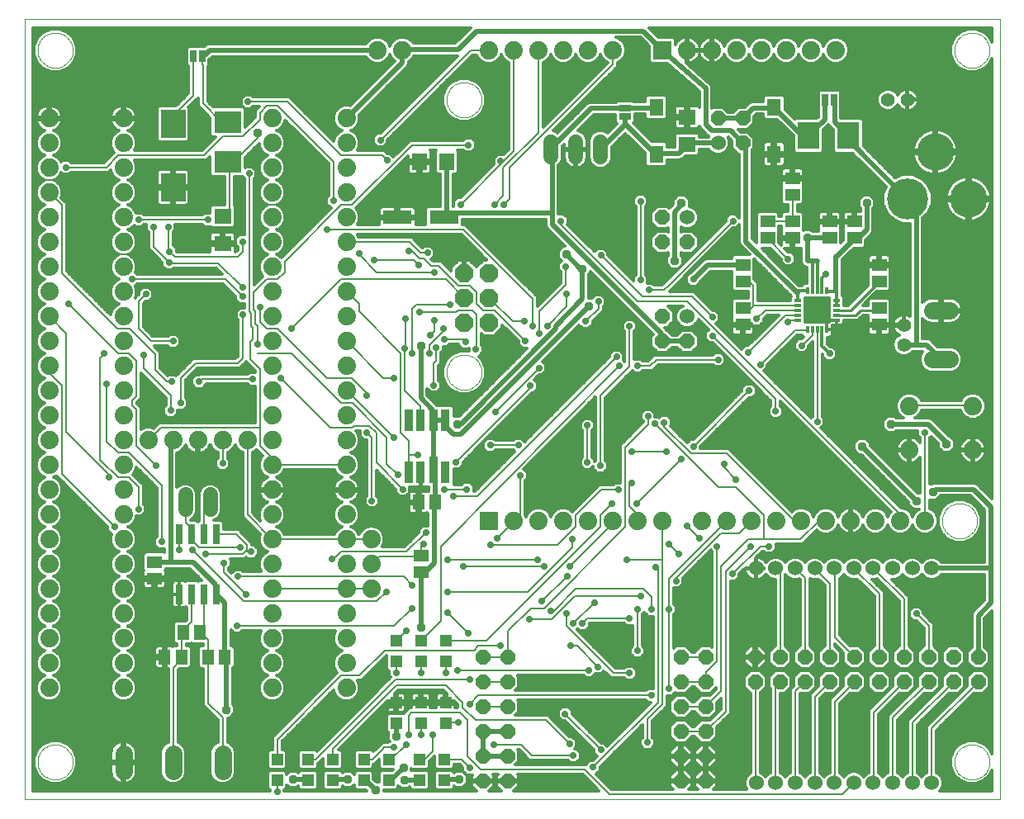
<source format=gtl>
G75*
G70*
%OFA0B0*%
%FSLAX24Y24*%
%IPPOS*%
%LPD*%
%AMOC8*
5,1,8,0,0,1.08239X$1,22.5*
%
%ADD10C,0.0000*%
%ADD11C,0.0740*%
%ADD12R,0.0740X0.0740*%
%ADD13OC8,0.0740*%
%ADD14C,0.0560*%
%ADD15C,0.1660*%
%ADD16C,0.1502*%
%ADD17C,0.0705*%
%ADD18C,0.0600*%
%ADD19R,0.0709X0.0630*%
%ADD20R,0.0630X0.0709*%
%ADD21R,0.0579X0.0697*%
%ADD22R,0.0250X0.0500*%
%ADD23R,0.0500X0.0250*%
%ADD24R,0.0591X0.0512*%
%ADD25R,0.1181X0.0551*%
%ADD26C,0.0600*%
%ADD27R,0.0984X0.1142*%
%ADD28OC8,0.0600*%
%ADD29R,0.0260X0.0800*%
%ADD30R,0.0512X0.0591*%
%ADD31R,0.0354X0.0886*%
%ADD32R,0.0354X0.1102*%
%ADD33R,0.0472X0.0472*%
%ADD34R,0.0295X0.0118*%
%ADD35R,0.0118X0.0295*%
%ADD36R,0.0984X0.0984*%
%ADD37C,0.0338*%
%ADD38R,0.0900X0.1100*%
%ADD39R,0.1100X0.0900*%
%ADD40C,0.0120*%
%ADD41OC8,0.0250*%
%ADD42C,0.0080*%
%ADD43C,0.0200*%
%ADD44C,0.0100*%
%ADD45OC8,0.0340*%
D10*
X000930Y005893D02*
X000930Y037389D01*
X040300Y037389D01*
X040300Y005893D01*
X000930Y005893D01*
X001463Y007403D02*
X001465Y007456D01*
X001471Y007509D01*
X001481Y007561D01*
X001494Y007612D01*
X001512Y007662D01*
X001533Y007711D01*
X001558Y007758D01*
X001586Y007802D01*
X001618Y007845D01*
X001652Y007885D01*
X001690Y007923D01*
X001730Y007957D01*
X001773Y007989D01*
X001818Y008017D01*
X001864Y008042D01*
X001913Y008063D01*
X001963Y008081D01*
X002014Y008094D01*
X002066Y008104D01*
X002119Y008110D01*
X002172Y008112D01*
X002225Y008110D01*
X002278Y008104D01*
X002330Y008094D01*
X002381Y008081D01*
X002431Y008063D01*
X002480Y008042D01*
X002527Y008017D01*
X002571Y007989D01*
X002614Y007957D01*
X002654Y007923D01*
X002692Y007885D01*
X002726Y007845D01*
X002758Y007802D01*
X002786Y007757D01*
X002811Y007711D01*
X002832Y007662D01*
X002850Y007612D01*
X002863Y007561D01*
X002873Y007509D01*
X002879Y007456D01*
X002881Y007403D01*
X002879Y007350D01*
X002873Y007297D01*
X002863Y007245D01*
X002850Y007194D01*
X002832Y007144D01*
X002811Y007095D01*
X002786Y007048D01*
X002758Y007004D01*
X002726Y006961D01*
X002692Y006921D01*
X002654Y006883D01*
X002614Y006849D01*
X002571Y006817D01*
X002526Y006789D01*
X002480Y006764D01*
X002431Y006743D01*
X002381Y006725D01*
X002330Y006712D01*
X002278Y006702D01*
X002225Y006696D01*
X002172Y006694D01*
X002119Y006696D01*
X002066Y006702D01*
X002014Y006712D01*
X001963Y006725D01*
X001913Y006743D01*
X001864Y006764D01*
X001817Y006789D01*
X001773Y006817D01*
X001730Y006849D01*
X001690Y006883D01*
X001652Y006921D01*
X001618Y006961D01*
X001586Y007004D01*
X001558Y007049D01*
X001533Y007095D01*
X001512Y007144D01*
X001494Y007194D01*
X001481Y007245D01*
X001471Y007297D01*
X001465Y007350D01*
X001463Y007403D01*
X017971Y023143D02*
X017973Y023196D01*
X017979Y023249D01*
X017989Y023301D01*
X018002Y023352D01*
X018020Y023402D01*
X018041Y023451D01*
X018066Y023498D01*
X018094Y023542D01*
X018126Y023585D01*
X018160Y023625D01*
X018198Y023663D01*
X018238Y023697D01*
X018281Y023729D01*
X018326Y023757D01*
X018372Y023782D01*
X018421Y023803D01*
X018471Y023821D01*
X018522Y023834D01*
X018574Y023844D01*
X018627Y023850D01*
X018680Y023852D01*
X018733Y023850D01*
X018786Y023844D01*
X018838Y023834D01*
X018889Y023821D01*
X018939Y023803D01*
X018988Y023782D01*
X019035Y023757D01*
X019079Y023729D01*
X019122Y023697D01*
X019162Y023663D01*
X019200Y023625D01*
X019234Y023585D01*
X019266Y023542D01*
X019294Y023497D01*
X019319Y023451D01*
X019340Y023402D01*
X019358Y023352D01*
X019371Y023301D01*
X019381Y023249D01*
X019387Y023196D01*
X019389Y023143D01*
X019387Y023090D01*
X019381Y023037D01*
X019371Y022985D01*
X019358Y022934D01*
X019340Y022884D01*
X019319Y022835D01*
X019294Y022788D01*
X019266Y022744D01*
X019234Y022701D01*
X019200Y022661D01*
X019162Y022623D01*
X019122Y022589D01*
X019079Y022557D01*
X019034Y022529D01*
X018988Y022504D01*
X018939Y022483D01*
X018889Y022465D01*
X018838Y022452D01*
X018786Y022442D01*
X018733Y022436D01*
X018680Y022434D01*
X018627Y022436D01*
X018574Y022442D01*
X018522Y022452D01*
X018471Y022465D01*
X018421Y022483D01*
X018372Y022504D01*
X018325Y022529D01*
X018281Y022557D01*
X018238Y022589D01*
X018198Y022623D01*
X018160Y022661D01*
X018126Y022701D01*
X018094Y022744D01*
X018066Y022789D01*
X018041Y022835D01*
X018020Y022884D01*
X018002Y022934D01*
X017989Y022985D01*
X017979Y023037D01*
X017973Y023090D01*
X017971Y023143D01*
X017971Y034143D02*
X017973Y034196D01*
X017979Y034249D01*
X017989Y034301D01*
X018002Y034352D01*
X018020Y034402D01*
X018041Y034451D01*
X018066Y034498D01*
X018094Y034542D01*
X018126Y034585D01*
X018160Y034625D01*
X018198Y034663D01*
X018238Y034697D01*
X018281Y034729D01*
X018326Y034757D01*
X018372Y034782D01*
X018421Y034803D01*
X018471Y034821D01*
X018522Y034834D01*
X018574Y034844D01*
X018627Y034850D01*
X018680Y034852D01*
X018733Y034850D01*
X018786Y034844D01*
X018838Y034834D01*
X018889Y034821D01*
X018939Y034803D01*
X018988Y034782D01*
X019035Y034757D01*
X019079Y034729D01*
X019122Y034697D01*
X019162Y034663D01*
X019200Y034625D01*
X019234Y034585D01*
X019266Y034542D01*
X019294Y034497D01*
X019319Y034451D01*
X019340Y034402D01*
X019358Y034352D01*
X019371Y034301D01*
X019381Y034249D01*
X019387Y034196D01*
X019389Y034143D01*
X019387Y034090D01*
X019381Y034037D01*
X019371Y033985D01*
X019358Y033934D01*
X019340Y033884D01*
X019319Y033835D01*
X019294Y033788D01*
X019266Y033744D01*
X019234Y033701D01*
X019200Y033661D01*
X019162Y033623D01*
X019122Y033589D01*
X019079Y033557D01*
X019034Y033529D01*
X018988Y033504D01*
X018939Y033483D01*
X018889Y033465D01*
X018838Y033452D01*
X018786Y033442D01*
X018733Y033436D01*
X018680Y033434D01*
X018627Y033436D01*
X018574Y033442D01*
X018522Y033452D01*
X018471Y033465D01*
X018421Y033483D01*
X018372Y033504D01*
X018325Y033529D01*
X018281Y033557D01*
X018238Y033589D01*
X018198Y033623D01*
X018160Y033661D01*
X018126Y033701D01*
X018094Y033744D01*
X018066Y033789D01*
X018041Y033835D01*
X018020Y033884D01*
X018002Y033934D01*
X017989Y033985D01*
X017979Y034037D01*
X017973Y034090D01*
X017971Y034143D01*
X001463Y036143D02*
X001465Y036196D01*
X001471Y036249D01*
X001481Y036301D01*
X001494Y036352D01*
X001512Y036402D01*
X001533Y036451D01*
X001558Y036498D01*
X001586Y036542D01*
X001618Y036585D01*
X001652Y036625D01*
X001690Y036663D01*
X001730Y036697D01*
X001773Y036729D01*
X001818Y036757D01*
X001864Y036782D01*
X001913Y036803D01*
X001963Y036821D01*
X002014Y036834D01*
X002066Y036844D01*
X002119Y036850D01*
X002172Y036852D01*
X002225Y036850D01*
X002278Y036844D01*
X002330Y036834D01*
X002381Y036821D01*
X002431Y036803D01*
X002480Y036782D01*
X002527Y036757D01*
X002571Y036729D01*
X002614Y036697D01*
X002654Y036663D01*
X002692Y036625D01*
X002726Y036585D01*
X002758Y036542D01*
X002786Y036497D01*
X002811Y036451D01*
X002832Y036402D01*
X002850Y036352D01*
X002863Y036301D01*
X002873Y036249D01*
X002879Y036196D01*
X002881Y036143D01*
X002879Y036090D01*
X002873Y036037D01*
X002863Y035985D01*
X002850Y035934D01*
X002832Y035884D01*
X002811Y035835D01*
X002786Y035788D01*
X002758Y035744D01*
X002726Y035701D01*
X002692Y035661D01*
X002654Y035623D01*
X002614Y035589D01*
X002571Y035557D01*
X002526Y035529D01*
X002480Y035504D01*
X002431Y035483D01*
X002381Y035465D01*
X002330Y035452D01*
X002278Y035442D01*
X002225Y035436D01*
X002172Y035434D01*
X002119Y035436D01*
X002066Y035442D01*
X002014Y035452D01*
X001963Y035465D01*
X001913Y035483D01*
X001864Y035504D01*
X001817Y035529D01*
X001773Y035557D01*
X001730Y035589D01*
X001690Y035623D01*
X001652Y035661D01*
X001618Y035701D01*
X001586Y035744D01*
X001558Y035789D01*
X001533Y035835D01*
X001512Y035884D01*
X001494Y035934D01*
X001481Y035985D01*
X001471Y036037D01*
X001465Y036090D01*
X001463Y036143D01*
X038471Y036143D02*
X038473Y036196D01*
X038479Y036249D01*
X038489Y036301D01*
X038502Y036352D01*
X038520Y036402D01*
X038541Y036451D01*
X038566Y036498D01*
X038594Y036542D01*
X038626Y036585D01*
X038660Y036625D01*
X038698Y036663D01*
X038738Y036697D01*
X038781Y036729D01*
X038826Y036757D01*
X038872Y036782D01*
X038921Y036803D01*
X038971Y036821D01*
X039022Y036834D01*
X039074Y036844D01*
X039127Y036850D01*
X039180Y036852D01*
X039233Y036850D01*
X039286Y036844D01*
X039338Y036834D01*
X039389Y036821D01*
X039439Y036803D01*
X039488Y036782D01*
X039535Y036757D01*
X039579Y036729D01*
X039622Y036697D01*
X039662Y036663D01*
X039700Y036625D01*
X039734Y036585D01*
X039766Y036542D01*
X039794Y036497D01*
X039819Y036451D01*
X039840Y036402D01*
X039858Y036352D01*
X039871Y036301D01*
X039881Y036249D01*
X039887Y036196D01*
X039889Y036143D01*
X039887Y036090D01*
X039881Y036037D01*
X039871Y035985D01*
X039858Y035934D01*
X039840Y035884D01*
X039819Y035835D01*
X039794Y035788D01*
X039766Y035744D01*
X039734Y035701D01*
X039700Y035661D01*
X039662Y035623D01*
X039622Y035589D01*
X039579Y035557D01*
X039534Y035529D01*
X039488Y035504D01*
X039439Y035483D01*
X039389Y035465D01*
X039338Y035452D01*
X039286Y035442D01*
X039233Y035436D01*
X039180Y035434D01*
X039127Y035436D01*
X039074Y035442D01*
X039022Y035452D01*
X038971Y035465D01*
X038921Y035483D01*
X038872Y035504D01*
X038825Y035529D01*
X038781Y035557D01*
X038738Y035589D01*
X038698Y035623D01*
X038660Y035661D01*
X038626Y035701D01*
X038594Y035744D01*
X038566Y035789D01*
X038541Y035835D01*
X038520Y035884D01*
X038502Y035934D01*
X038489Y035985D01*
X038479Y036037D01*
X038473Y036090D01*
X038471Y036143D01*
X037971Y017143D02*
X037973Y017196D01*
X037979Y017249D01*
X037989Y017301D01*
X038002Y017352D01*
X038020Y017402D01*
X038041Y017451D01*
X038066Y017498D01*
X038094Y017542D01*
X038126Y017585D01*
X038160Y017625D01*
X038198Y017663D01*
X038238Y017697D01*
X038281Y017729D01*
X038326Y017757D01*
X038372Y017782D01*
X038421Y017803D01*
X038471Y017821D01*
X038522Y017834D01*
X038574Y017844D01*
X038627Y017850D01*
X038680Y017852D01*
X038733Y017850D01*
X038786Y017844D01*
X038838Y017834D01*
X038889Y017821D01*
X038939Y017803D01*
X038988Y017782D01*
X039035Y017757D01*
X039079Y017729D01*
X039122Y017697D01*
X039162Y017663D01*
X039200Y017625D01*
X039234Y017585D01*
X039266Y017542D01*
X039294Y017497D01*
X039319Y017451D01*
X039340Y017402D01*
X039358Y017352D01*
X039371Y017301D01*
X039381Y017249D01*
X039387Y017196D01*
X039389Y017143D01*
X039387Y017090D01*
X039381Y017037D01*
X039371Y016985D01*
X039358Y016934D01*
X039340Y016884D01*
X039319Y016835D01*
X039294Y016788D01*
X039266Y016744D01*
X039234Y016701D01*
X039200Y016661D01*
X039162Y016623D01*
X039122Y016589D01*
X039079Y016557D01*
X039034Y016529D01*
X038988Y016504D01*
X038939Y016483D01*
X038889Y016465D01*
X038838Y016452D01*
X038786Y016442D01*
X038733Y016436D01*
X038680Y016434D01*
X038627Y016436D01*
X038574Y016442D01*
X038522Y016452D01*
X038471Y016465D01*
X038421Y016483D01*
X038372Y016504D01*
X038325Y016529D01*
X038281Y016557D01*
X038238Y016589D01*
X038198Y016623D01*
X038160Y016661D01*
X038126Y016701D01*
X038094Y016744D01*
X038066Y016789D01*
X038041Y016835D01*
X038020Y016884D01*
X038002Y016934D01*
X037989Y016985D01*
X037979Y017037D01*
X037973Y017090D01*
X037971Y017143D01*
X038471Y007403D02*
X038473Y007456D01*
X038479Y007509D01*
X038489Y007561D01*
X038502Y007612D01*
X038520Y007662D01*
X038541Y007711D01*
X038566Y007758D01*
X038594Y007802D01*
X038626Y007845D01*
X038660Y007885D01*
X038698Y007923D01*
X038738Y007957D01*
X038781Y007989D01*
X038826Y008017D01*
X038872Y008042D01*
X038921Y008063D01*
X038971Y008081D01*
X039022Y008094D01*
X039074Y008104D01*
X039127Y008110D01*
X039180Y008112D01*
X039233Y008110D01*
X039286Y008104D01*
X039338Y008094D01*
X039389Y008081D01*
X039439Y008063D01*
X039488Y008042D01*
X039535Y008017D01*
X039579Y007989D01*
X039622Y007957D01*
X039662Y007923D01*
X039700Y007885D01*
X039734Y007845D01*
X039766Y007802D01*
X039794Y007757D01*
X039819Y007711D01*
X039840Y007662D01*
X039858Y007612D01*
X039871Y007561D01*
X039881Y007509D01*
X039887Y007456D01*
X039889Y007403D01*
X039887Y007350D01*
X039881Y007297D01*
X039871Y007245D01*
X039858Y007194D01*
X039840Y007144D01*
X039819Y007095D01*
X039794Y007048D01*
X039766Y007004D01*
X039734Y006961D01*
X039700Y006921D01*
X039662Y006883D01*
X039622Y006849D01*
X039579Y006817D01*
X039534Y006789D01*
X039488Y006764D01*
X039439Y006743D01*
X039389Y006725D01*
X039338Y006712D01*
X039286Y006702D01*
X039233Y006696D01*
X039180Y006694D01*
X039127Y006696D01*
X039074Y006702D01*
X039022Y006712D01*
X038971Y006725D01*
X038921Y006743D01*
X038872Y006764D01*
X038825Y006789D01*
X038781Y006817D01*
X038738Y006849D01*
X038698Y006883D01*
X038660Y006921D01*
X038626Y006961D01*
X038594Y007004D01*
X038566Y007049D01*
X038541Y007095D01*
X038520Y007144D01*
X038502Y007194D01*
X038489Y007245D01*
X038479Y007297D01*
X038473Y007350D01*
X038471Y007403D01*
D11*
X037280Y017143D03*
X036280Y017143D03*
X035280Y017143D03*
X034280Y017143D03*
X033280Y017143D03*
X032280Y017143D03*
X031280Y017143D03*
X030280Y017143D03*
X029280Y017143D03*
X028280Y017143D03*
X026680Y017143D03*
X025680Y017143D03*
X024680Y017143D03*
X023680Y017143D03*
X022680Y017143D03*
X021680Y017143D03*
X020680Y017143D03*
X014930Y016393D03*
X013930Y016393D03*
X013930Y017393D03*
X013930Y018393D03*
X013930Y019393D03*
X013930Y020393D03*
X013930Y021393D03*
X013930Y022393D03*
X013930Y023393D03*
X013930Y024393D03*
X013930Y025393D03*
X013930Y026393D03*
X013930Y027393D03*
X013930Y028393D03*
X013930Y029393D03*
X013930Y030393D03*
X013930Y031393D03*
X013930Y032393D03*
X013930Y033393D03*
X010930Y033393D03*
X010930Y032393D03*
X010930Y031393D03*
X010930Y030393D03*
X010930Y029393D03*
X010930Y028393D03*
X010930Y027393D03*
X010930Y026393D03*
X010930Y025393D03*
X010930Y024393D03*
X010930Y023393D03*
X010930Y022393D03*
X010930Y021393D03*
X010930Y020393D03*
X010930Y019393D03*
X010930Y018393D03*
X010930Y017393D03*
X010930Y016393D03*
X010930Y015393D03*
X010930Y014393D03*
X010930Y013393D03*
X010930Y012393D03*
X010930Y011393D03*
X010930Y010393D03*
X013930Y010393D03*
X013930Y011393D03*
X013930Y012393D03*
X013930Y013393D03*
X013930Y014393D03*
X014930Y014393D03*
X014930Y015393D03*
X013930Y015393D03*
X009930Y020393D03*
X008930Y020393D03*
X007930Y020393D03*
X006930Y020393D03*
X005930Y020393D03*
X004930Y020393D03*
X004930Y019393D03*
X004930Y018393D03*
X004930Y017393D03*
X004930Y016393D03*
X004930Y015393D03*
X004930Y014393D03*
X004930Y013393D03*
X004930Y012393D03*
X004930Y011393D03*
X004930Y010393D03*
X001930Y010393D03*
X001930Y011393D03*
X001930Y012393D03*
X001930Y013393D03*
X001930Y014393D03*
X001930Y015393D03*
X001930Y016393D03*
X001930Y017393D03*
X001930Y018393D03*
X001930Y019393D03*
X001930Y020393D03*
X001930Y021393D03*
X001930Y022393D03*
X001930Y023393D03*
X001930Y024393D03*
X001930Y025393D03*
X001930Y026393D03*
X001930Y027393D03*
X001930Y028393D03*
X001930Y029393D03*
X001930Y030393D03*
X001930Y031393D03*
X001930Y032393D03*
X001930Y033393D03*
X004930Y033393D03*
X004930Y032393D03*
X004930Y031393D03*
X004930Y030393D03*
X004930Y029393D03*
X004930Y028393D03*
X004930Y027393D03*
X004930Y026393D03*
X004930Y025393D03*
X004930Y024393D03*
X004930Y023393D03*
X004930Y022393D03*
X004930Y021393D03*
X015180Y036143D03*
X016180Y036143D03*
X019680Y036143D03*
X020680Y036143D03*
X021680Y036143D03*
X022680Y036143D03*
X023680Y036143D03*
X024680Y036143D03*
X027680Y036143D03*
X028680Y036143D03*
X029680Y036143D03*
X030680Y036143D03*
X031680Y036143D03*
X032680Y036143D03*
X033680Y036143D03*
X036650Y021783D03*
X036650Y020003D03*
X039210Y020003D03*
X039210Y021783D03*
D12*
X026680Y036143D03*
X019680Y017143D03*
D13*
X019680Y025143D03*
X018680Y025143D03*
X018680Y026143D03*
X019680Y026143D03*
X019680Y027143D03*
X018680Y027143D03*
D14*
X035786Y034143D03*
X036574Y034143D03*
X036430Y025037D03*
X036430Y024250D03*
D15*
X036576Y030143D03*
D16*
X037698Y032033D03*
X039036Y030143D03*
D17*
X038283Y025628D02*
X037578Y025628D01*
X037578Y023659D02*
X038283Y023659D01*
X008930Y007746D02*
X008930Y007041D01*
X006930Y007041D02*
X006930Y007746D01*
X004930Y007746D02*
X004930Y007041D01*
D18*
X007430Y017593D02*
X007430Y018193D01*
X008430Y018193D02*
X008430Y017593D01*
X022180Y031843D02*
X022180Y032443D01*
X023180Y032443D02*
X023180Y031843D01*
X024180Y031843D02*
X024180Y032443D01*
D19*
X027680Y032342D03*
X027680Y033444D03*
X008930Y029444D03*
X008930Y028342D03*
D20*
X016879Y031643D03*
X017981Y031643D03*
D21*
X026430Y031948D03*
X026430Y033838D03*
X031180Y033838D03*
X031180Y031948D03*
D22*
X033253Y034143D03*
X033607Y034143D03*
X008107Y035893D03*
X007753Y035893D03*
D23*
X025180Y033820D03*
X025180Y033466D03*
D24*
X030930Y029228D03*
X031930Y029228D03*
X031930Y028559D03*
X030930Y028559D03*
X029930Y027478D03*
X029930Y026809D03*
X029930Y025728D03*
X029930Y025059D03*
X033430Y028559D03*
X033430Y029228D03*
X034430Y029228D03*
X034430Y028559D03*
X035430Y027478D03*
X035430Y026809D03*
X035430Y025728D03*
X035430Y025059D03*
X031930Y030309D03*
X031930Y030978D03*
X016930Y015728D03*
X016930Y015059D03*
X006180Y014809D03*
X006180Y015478D03*
D25*
X015985Y029393D03*
X017875Y029393D03*
D26*
X027680Y029393D03*
X028930Y032393D03*
X027680Y025393D03*
X030467Y015224D03*
X031255Y015224D03*
X032042Y015224D03*
X032830Y015224D03*
X033617Y015224D03*
X034404Y015224D03*
X035192Y015224D03*
X035979Y015224D03*
X036767Y015224D03*
X037554Y015224D03*
X037554Y006563D03*
X036767Y006563D03*
X035979Y006563D03*
X035192Y006563D03*
X034404Y006563D03*
X033617Y006563D03*
X032830Y006563D03*
X032042Y006563D03*
X031255Y006563D03*
X030467Y006563D03*
D27*
X006930Y030614D03*
X006930Y033173D03*
D28*
X026680Y029393D03*
X026680Y028393D03*
X027680Y028393D03*
X026680Y025393D03*
X026680Y024393D03*
X027680Y024393D03*
X029930Y032393D03*
X029930Y033393D03*
X028930Y033393D03*
X028430Y011643D03*
X028430Y010643D03*
X028430Y009643D03*
X028430Y008643D03*
X027430Y008643D03*
X027430Y009643D03*
X027430Y010643D03*
X027430Y011643D03*
X030430Y011643D03*
X031430Y011643D03*
X031430Y010643D03*
X030430Y010643D03*
X032430Y010643D03*
X033430Y010643D03*
X034430Y010643D03*
X035430Y010643D03*
X036430Y010643D03*
X037430Y010643D03*
X038430Y010643D03*
X039430Y010643D03*
X039430Y011643D03*
X038430Y011643D03*
X037430Y011643D03*
X036430Y011643D03*
X035430Y011643D03*
X034430Y011643D03*
X033430Y011643D03*
X032430Y011643D03*
X028430Y007643D03*
X028430Y006643D03*
X027430Y006643D03*
X027430Y007643D03*
X020430Y007643D03*
X020430Y006643D03*
X019430Y006643D03*
X019430Y007643D03*
X019430Y008643D03*
X020430Y008643D03*
X020430Y009643D03*
X019430Y009643D03*
X019430Y010643D03*
X020430Y010643D03*
X020430Y011643D03*
X019430Y011643D03*
D29*
X008680Y014183D03*
X008180Y014183D03*
X007680Y014183D03*
X007180Y014183D03*
X007180Y016603D03*
X007680Y016603D03*
X008180Y016603D03*
X008680Y016603D03*
D30*
X008015Y012643D03*
X007345Y012643D03*
X007265Y011643D03*
X006595Y011643D03*
X008345Y011643D03*
X009015Y011643D03*
X016845Y017893D03*
X017515Y017893D03*
D31*
X017928Y019092D03*
X016924Y019092D03*
X016432Y019092D03*
X016432Y021194D03*
X016924Y021194D03*
X017436Y021194D03*
X017928Y021194D03*
D32*
X017436Y019200D03*
D33*
X017930Y012307D03*
X017930Y011480D03*
X016930Y011480D03*
X016930Y012307D03*
X015930Y012307D03*
X015930Y011480D03*
X015930Y009807D03*
X015930Y008980D03*
X016930Y008980D03*
X016930Y009807D03*
X017930Y009807D03*
X017930Y008980D03*
X017880Y007507D03*
X017880Y006680D03*
X016880Y006680D03*
X016880Y007507D03*
X015630Y007507D03*
X015630Y006680D03*
X014630Y006680D03*
X014630Y007507D03*
X013380Y007507D03*
X013380Y006680D03*
X012380Y006680D03*
X012380Y007507D03*
X011130Y007507D03*
X011130Y006680D03*
D34*
X032143Y025250D03*
X032143Y025446D03*
X032143Y025643D03*
X032143Y025840D03*
X032143Y026037D03*
X033717Y026037D03*
X033717Y025840D03*
X033717Y025643D03*
X033717Y025446D03*
X033717Y025250D03*
D35*
X033324Y024856D03*
X033127Y024856D03*
X032930Y024856D03*
X032733Y024856D03*
X032536Y024856D03*
X032536Y026431D03*
X032733Y026431D03*
X032930Y026431D03*
X033127Y026431D03*
X033324Y026431D03*
D36*
X032930Y025643D03*
D37*
X032680Y025393D03*
X033180Y025393D03*
X033180Y025893D03*
X032680Y025893D03*
D38*
X032574Y032693D03*
X034186Y032693D03*
D39*
X009130Y033249D03*
X009130Y031638D03*
D40*
X009005Y031028D02*
X008514Y031028D01*
X008420Y031122D01*
X008420Y031850D01*
X008263Y031693D01*
X005379Y031693D01*
X005460Y031499D01*
X005460Y031288D01*
X005379Y031093D01*
X005230Y030944D01*
X005108Y030893D01*
X005230Y030843D01*
X005379Y030694D01*
X005460Y030499D01*
X005460Y030288D01*
X005379Y030093D01*
X005230Y029944D01*
X005108Y029893D01*
X005230Y029843D01*
X005379Y029694D01*
X005430Y029571D01*
X005437Y029578D01*
X005673Y029578D01*
X005758Y029493D01*
X008127Y029493D01*
X008212Y029578D01*
X008416Y029578D01*
X008416Y029826D01*
X008509Y029919D01*
X009005Y029919D01*
X009005Y031028D01*
X009005Y031015D02*
X007582Y031015D01*
X007582Y030897D02*
X009005Y030897D01*
X009005Y030778D02*
X007582Y030778D01*
X007582Y030674D02*
X007582Y031206D01*
X007571Y031246D01*
X007550Y031283D01*
X007520Y031313D01*
X007484Y031334D01*
X007443Y031345D01*
X006990Y031345D01*
X006990Y030674D01*
X006870Y030674D01*
X006870Y031345D01*
X006417Y031345D01*
X006376Y031334D01*
X006340Y031313D01*
X006310Y031283D01*
X006289Y031246D01*
X006278Y031206D01*
X006278Y030674D01*
X006870Y030674D01*
X006870Y030554D01*
X006278Y030554D01*
X006278Y030022D01*
X006289Y029981D01*
X006310Y029945D01*
X006340Y029915D01*
X006376Y029894D01*
X006417Y029883D01*
X006870Y029883D01*
X006870Y030554D01*
X006990Y030554D01*
X006990Y030674D01*
X007582Y030674D01*
X007582Y030554D02*
X006990Y030554D01*
X006990Y029883D01*
X007443Y029883D01*
X007484Y029894D01*
X007520Y029915D01*
X007550Y029945D01*
X007571Y029981D01*
X007582Y030022D01*
X007582Y030554D01*
X007582Y030541D02*
X009005Y030541D01*
X009005Y030423D02*
X007582Y030423D01*
X007582Y030304D02*
X009005Y030304D01*
X009005Y030186D02*
X007582Y030186D01*
X007582Y030067D02*
X009005Y030067D01*
X009005Y029949D02*
X007553Y029949D01*
X006990Y029949D02*
X006870Y029949D01*
X006870Y030067D02*
X006990Y030067D01*
X006990Y030186D02*
X006870Y030186D01*
X006870Y030304D02*
X006990Y030304D01*
X006990Y030423D02*
X006870Y030423D01*
X006870Y030541D02*
X006990Y030541D01*
X006990Y030660D02*
X009005Y030660D01*
X009405Y030660D02*
X009805Y030660D01*
X009805Y030778D02*
X009405Y030778D01*
X009405Y030897D02*
X009805Y030897D01*
X009805Y030965D02*
X009805Y028703D01*
X009612Y028703D01*
X009445Y028536D01*
X009445Y028300D01*
X009530Y028215D01*
X009530Y028076D01*
X009447Y027993D01*
X009441Y027993D01*
X009444Y028006D01*
X009444Y028282D01*
X008990Y028282D01*
X008990Y028402D01*
X009444Y028402D01*
X009444Y028678D01*
X009433Y028719D01*
X009412Y028755D01*
X009383Y028785D01*
X009346Y028806D01*
X009305Y028817D01*
X008990Y028817D01*
X008990Y028402D01*
X008870Y028402D01*
X008870Y028282D01*
X008416Y028282D01*
X008416Y028006D01*
X008419Y027993D01*
X007088Y027993D01*
X007065Y028016D01*
X007065Y028136D01*
X006930Y028271D01*
X006930Y028815D01*
X007015Y028900D01*
X007015Y029093D01*
X008127Y029093D01*
X008212Y029008D01*
X008448Y029008D01*
X008459Y029020D01*
X008509Y028970D01*
X009351Y028970D01*
X009444Y029063D01*
X009444Y029826D01*
X009405Y029865D01*
X009405Y031028D01*
X009742Y031028D01*
X009805Y030965D01*
X009755Y031015D02*
X009405Y031015D01*
X009405Y030541D02*
X009805Y030541D01*
X009805Y030423D02*
X009405Y030423D01*
X009405Y030304D02*
X009805Y030304D01*
X009805Y030186D02*
X009405Y030186D01*
X009405Y030067D02*
X009805Y030067D01*
X009805Y029949D02*
X009405Y029949D01*
X009440Y029830D02*
X009805Y029830D01*
X009805Y029712D02*
X009444Y029712D01*
X009444Y029593D02*
X009805Y029593D01*
X009805Y029475D02*
X009444Y029475D01*
X009444Y029356D02*
X009805Y029356D01*
X009805Y029238D02*
X009444Y029238D01*
X009444Y029119D02*
X009805Y029119D01*
X009805Y029001D02*
X009382Y029001D01*
X009404Y028764D02*
X009805Y028764D01*
X009805Y028882D02*
X006997Y028882D01*
X007015Y029001D02*
X008478Y029001D01*
X008514Y028806D02*
X008477Y028785D01*
X008448Y028755D01*
X008427Y028719D01*
X008416Y028678D01*
X008416Y028402D01*
X008870Y028402D01*
X008870Y028817D01*
X008555Y028817D01*
X008514Y028806D01*
X008456Y028764D02*
X006930Y028764D01*
X006930Y028645D02*
X008416Y028645D01*
X008416Y028527D02*
X006930Y028527D01*
X006930Y028408D02*
X008416Y028408D01*
X008416Y028171D02*
X007030Y028171D01*
X007065Y028053D02*
X008416Y028053D01*
X008870Y028290D02*
X006930Y028290D01*
X006368Y027697D02*
X005375Y027697D01*
X005379Y027694D02*
X005230Y027843D01*
X005108Y027893D01*
X005230Y027944D01*
X005379Y028093D01*
X005460Y028288D01*
X005460Y028499D01*
X005379Y028694D01*
X005230Y028843D01*
X005108Y028893D01*
X005230Y028944D01*
X005366Y029080D01*
X005437Y029008D01*
X005673Y029008D01*
X005758Y029093D01*
X005845Y029093D01*
X005845Y028875D01*
X005930Y028790D01*
X005930Y028135D01*
X006495Y027570D01*
X006495Y027450D01*
X006662Y027283D01*
X006898Y027283D01*
X006958Y027343D01*
X008672Y027343D01*
X008922Y027093D01*
X005483Y027093D01*
X005410Y027167D01*
X005460Y027288D01*
X005460Y027499D01*
X005379Y027694D01*
X005427Y027579D02*
X006487Y027579D01*
X006495Y027460D02*
X005460Y027460D01*
X005460Y027342D02*
X006603Y027342D01*
X006957Y027342D02*
X008674Y027342D01*
X008792Y027223D02*
X005433Y027223D01*
X005472Y027105D02*
X008911Y027105D01*
X008947Y026693D02*
X009445Y026195D01*
X009445Y026075D01*
X009612Y025908D01*
X009805Y025908D01*
X009805Y025753D01*
X009637Y025753D01*
X009470Y025586D01*
X009470Y025350D01*
X009555Y025265D01*
X009555Y023801D01*
X009447Y023693D01*
X007747Y023693D01*
X007147Y023093D01*
X007053Y022999D01*
X006998Y023053D01*
X006762Y023053D01*
X006720Y023011D01*
X006405Y023326D01*
X006405Y023951D01*
X006288Y024068D01*
X006163Y024193D01*
X006727Y024193D01*
X006812Y024108D01*
X007048Y024108D01*
X007215Y024275D01*
X007215Y024511D01*
X007048Y024678D01*
X006812Y024678D01*
X006727Y024593D01*
X006113Y024593D01*
X005730Y024976D01*
X005730Y025910D01*
X005828Y026008D01*
X005948Y026008D01*
X006115Y026175D01*
X006115Y026411D01*
X005948Y026578D01*
X005712Y026578D01*
X005545Y026411D01*
X005545Y026291D01*
X005447Y026193D01*
X005402Y026148D01*
X005460Y026288D01*
X005460Y026499D01*
X005410Y026620D01*
X005483Y026693D01*
X008947Y026693D01*
X009010Y026631D02*
X005421Y026631D01*
X005454Y026512D02*
X005646Y026512D01*
X005545Y026394D02*
X005460Y026394D01*
X005455Y026275D02*
X005529Y026275D01*
X005411Y026157D02*
X005406Y026157D01*
X005739Y025920D02*
X009600Y025920D01*
X009482Y026038D02*
X005978Y026038D01*
X006097Y026157D02*
X009445Y026157D01*
X009365Y026275D02*
X006115Y026275D01*
X006115Y026394D02*
X009247Y026394D01*
X009128Y026512D02*
X006014Y026512D01*
X005730Y025801D02*
X009805Y025801D01*
X009566Y025683D02*
X005730Y025683D01*
X005730Y025564D02*
X009470Y025564D01*
X009470Y025446D02*
X005730Y025446D01*
X005730Y025327D02*
X009493Y025327D01*
X009555Y025209D02*
X005730Y025209D01*
X005730Y025090D02*
X009555Y025090D01*
X009555Y024972D02*
X005734Y024972D01*
X005853Y024853D02*
X009555Y024853D01*
X009555Y024735D02*
X005971Y024735D01*
X006090Y024616D02*
X006750Y024616D01*
X007110Y024616D02*
X009555Y024616D01*
X009555Y024498D02*
X007215Y024498D01*
X007215Y024379D02*
X009555Y024379D01*
X009555Y024261D02*
X007201Y024261D01*
X007082Y024142D02*
X009555Y024142D01*
X009555Y024024D02*
X006332Y024024D01*
X006405Y023905D02*
X009555Y023905D01*
X009541Y023787D02*
X006405Y023787D01*
X006405Y023668D02*
X007722Y023668D01*
X007604Y023550D02*
X006405Y023550D01*
X006405Y023431D02*
X007485Y023431D01*
X007367Y023313D02*
X006418Y023313D01*
X006537Y023194D02*
X007248Y023194D01*
X007130Y023076D02*
X006655Y023076D01*
X006139Y022602D02*
X005630Y022602D01*
X005630Y022720D02*
X006020Y022720D01*
X005902Y022839D02*
X005630Y022839D01*
X005630Y022957D02*
X005783Y022957D01*
X005665Y023076D02*
X005630Y023076D01*
X005647Y023093D02*
X006630Y022110D01*
X006630Y021796D01*
X006545Y021711D01*
X006545Y021475D01*
X006712Y021308D01*
X006948Y021308D01*
X007115Y021475D01*
X007115Y021608D01*
X007348Y021608D01*
X007515Y021775D01*
X007515Y022011D01*
X007430Y022096D01*
X007430Y022810D01*
X007913Y023293D01*
X009613Y023293D01*
X009730Y023410D01*
X009730Y023410D01*
X009838Y023518D01*
X009880Y023560D01*
X010205Y023235D01*
X010230Y023210D01*
X010230Y023153D01*
X010037Y023153D01*
X009952Y023068D01*
X007997Y023068D01*
X007982Y023053D01*
X007862Y023053D01*
X007695Y022886D01*
X007695Y022650D01*
X007862Y022483D01*
X008098Y022483D01*
X008265Y022650D01*
X008265Y022668D01*
X009952Y022668D01*
X010037Y022583D01*
X010230Y022583D01*
X010230Y021093D01*
X006347Y021093D01*
X006230Y020976D01*
X006136Y020882D01*
X006035Y020923D01*
X005825Y020923D01*
X005630Y020843D01*
X005630Y021726D01*
X005480Y021876D01*
X005480Y021935D01*
X005513Y021968D01*
X005630Y022085D01*
X005630Y023110D01*
X005647Y023093D01*
X005630Y022483D02*
X006257Y022483D01*
X006376Y022365D02*
X005630Y022365D01*
X005630Y022246D02*
X006494Y022246D01*
X006613Y022128D02*
X005630Y022128D01*
X005554Y022009D02*
X006630Y022009D01*
X006630Y021891D02*
X005480Y021891D01*
X005584Y021772D02*
X006606Y021772D01*
X006545Y021654D02*
X005630Y021654D01*
X005630Y021535D02*
X006545Y021535D01*
X006603Y021417D02*
X005630Y021417D01*
X005630Y021298D02*
X010230Y021298D01*
X010230Y021180D02*
X005630Y021180D01*
X005630Y021061D02*
X006315Y021061D01*
X006197Y020943D02*
X005630Y020943D01*
X007057Y021417D02*
X010230Y021417D01*
X010230Y021535D02*
X007115Y021535D01*
X007394Y021654D02*
X010230Y021654D01*
X010230Y021772D02*
X007512Y021772D01*
X007515Y021891D02*
X010230Y021891D01*
X010230Y022009D02*
X007515Y022009D01*
X007430Y022128D02*
X010230Y022128D01*
X010230Y022246D02*
X007430Y022246D01*
X007430Y022365D02*
X010230Y022365D01*
X010230Y022483D02*
X008098Y022483D01*
X008217Y022602D02*
X010018Y022602D01*
X009959Y023076D02*
X007695Y023076D01*
X007766Y022957D02*
X007577Y022957D01*
X007695Y022839D02*
X007458Y022839D01*
X007430Y022720D02*
X007695Y022720D01*
X007743Y022602D02*
X007430Y022602D01*
X007430Y022483D02*
X007862Y022483D01*
X007814Y023194D02*
X010230Y023194D01*
X010128Y023313D02*
X009632Y023313D01*
X009751Y023431D02*
X010009Y023431D01*
X009891Y023550D02*
X009869Y023550D01*
X009838Y023518D02*
X009838Y023518D01*
X006778Y024142D02*
X006214Y024142D01*
X004400Y025499D02*
X004481Y025694D01*
X004630Y025843D01*
X004752Y025893D01*
X004630Y025944D01*
X004481Y026093D01*
X004400Y026288D01*
X004400Y026499D01*
X004481Y026694D01*
X004630Y026843D01*
X004752Y026893D01*
X004630Y026944D01*
X004481Y027093D01*
X004400Y027288D01*
X004400Y027499D01*
X004481Y027694D01*
X004630Y027843D01*
X004752Y027893D01*
X004630Y027944D01*
X004481Y028093D01*
X004400Y028288D01*
X004400Y028499D01*
X004481Y028694D01*
X004630Y028843D01*
X004752Y028893D01*
X004630Y028944D01*
X004481Y029093D01*
X004400Y029288D01*
X004400Y029499D01*
X004481Y029694D01*
X004630Y029843D01*
X004752Y029893D01*
X004630Y029944D01*
X004481Y030093D01*
X004400Y030288D01*
X004400Y030499D01*
X004481Y030694D01*
X004630Y030843D01*
X004752Y030893D01*
X004630Y030944D01*
X004481Y031093D01*
X004400Y031288D01*
X004400Y031305D01*
X004313Y031218D01*
X002808Y031218D01*
X002723Y031133D01*
X002487Y031133D01*
X002423Y031198D01*
X002379Y031093D01*
X002230Y030944D01*
X002108Y030893D01*
X002230Y030843D01*
X002379Y030694D01*
X002460Y030499D01*
X002460Y030288D01*
X002418Y030188D01*
X002630Y029976D01*
X002630Y028085D01*
X002630Y027226D01*
X004400Y025456D01*
X004400Y025499D01*
X004427Y025564D02*
X004292Y025564D01*
X004173Y025683D02*
X004476Y025683D01*
X004589Y025801D02*
X004055Y025801D01*
X003936Y025920D02*
X004688Y025920D01*
X004535Y026038D02*
X003818Y026038D01*
X003699Y026157D02*
X004454Y026157D01*
X004405Y026275D02*
X003581Y026275D01*
X003462Y026394D02*
X004400Y026394D01*
X004406Y026512D02*
X003344Y026512D01*
X003225Y026631D02*
X004455Y026631D01*
X004537Y026749D02*
X003107Y026749D01*
X002988Y026868D02*
X004691Y026868D01*
X004587Y026986D02*
X002870Y026986D01*
X002751Y027105D02*
X004476Y027105D01*
X004427Y027223D02*
X002633Y027223D01*
X002630Y027342D02*
X004400Y027342D01*
X004400Y027460D02*
X002630Y027460D01*
X002630Y027579D02*
X004433Y027579D01*
X004485Y027697D02*
X002630Y027697D01*
X002630Y027816D02*
X004603Y027816D01*
X004653Y027934D02*
X002630Y027934D01*
X002630Y028053D02*
X004521Y028053D01*
X004448Y028171D02*
X002630Y028171D01*
X002630Y028290D02*
X004400Y028290D01*
X004400Y028408D02*
X002630Y028408D01*
X002630Y028527D02*
X004412Y028527D01*
X004461Y028645D02*
X002630Y028645D01*
X002630Y028764D02*
X004551Y028764D01*
X004726Y028882D02*
X002630Y028882D01*
X002630Y029001D02*
X004573Y029001D01*
X004470Y029119D02*
X002630Y029119D01*
X002630Y029238D02*
X004421Y029238D01*
X004400Y029356D02*
X002630Y029356D01*
X002630Y029475D02*
X004400Y029475D01*
X004439Y029593D02*
X002630Y029593D01*
X002630Y029712D02*
X004499Y029712D01*
X004618Y029830D02*
X002630Y029830D01*
X002630Y029949D02*
X004625Y029949D01*
X004506Y030067D02*
X002539Y030067D01*
X002420Y030186D02*
X004442Y030186D01*
X004400Y030304D02*
X002460Y030304D01*
X002460Y030423D02*
X004400Y030423D01*
X004418Y030541D02*
X002442Y030541D01*
X002393Y030660D02*
X004467Y030660D01*
X004566Y030778D02*
X002294Y030778D01*
X002116Y030897D02*
X004744Y030897D01*
X004558Y031015D02*
X002302Y031015D01*
X002396Y031134D02*
X002486Y031134D01*
X002724Y031134D02*
X004464Y031134D01*
X004415Y031252D02*
X004347Y031252D01*
X004147Y031618D02*
X002808Y031618D01*
X002723Y031703D01*
X002487Y031703D01*
X002408Y031624D01*
X002379Y031694D01*
X002230Y031843D01*
X002108Y031893D01*
X002230Y031944D01*
X002379Y032093D01*
X002460Y032288D01*
X002460Y032499D01*
X002379Y032694D01*
X002230Y032843D01*
X002107Y032894D01*
X002133Y032902D01*
X002208Y032940D01*
X002275Y032989D01*
X002334Y033048D01*
X002383Y033116D01*
X002421Y033190D01*
X002447Y033269D01*
X002460Y033352D01*
X002460Y033353D01*
X001970Y033353D01*
X001970Y033433D01*
X002460Y033433D01*
X002460Y033435D01*
X002447Y033517D01*
X002421Y033597D01*
X002383Y033671D01*
X002334Y033739D01*
X002275Y033798D01*
X002208Y033847D01*
X002133Y033884D01*
X002054Y033910D01*
X001972Y033923D01*
X001970Y033923D01*
X001970Y033433D01*
X001890Y033433D01*
X001890Y033353D01*
X001400Y033353D01*
X001400Y033352D01*
X001413Y033269D01*
X001439Y033190D01*
X001477Y033116D01*
X001526Y033048D01*
X001585Y032989D01*
X001652Y032940D01*
X001727Y032902D01*
X001753Y032894D01*
X001630Y032843D01*
X001481Y032694D01*
X001400Y032499D01*
X001400Y032288D01*
X001481Y032093D01*
X001630Y031944D01*
X001752Y031893D01*
X001630Y031843D01*
X001481Y031694D01*
X001400Y031499D01*
X001400Y031288D01*
X001481Y031093D01*
X001630Y030944D01*
X001752Y030893D01*
X001630Y030843D01*
X001481Y030694D01*
X001400Y030499D01*
X001400Y030288D01*
X001481Y030093D01*
X001630Y029944D01*
X001752Y029893D01*
X001630Y029843D01*
X001481Y029694D01*
X001400Y029499D01*
X001400Y029288D01*
X001481Y029093D01*
X001630Y028944D01*
X001752Y028893D01*
X001630Y028843D01*
X001481Y028694D01*
X001400Y028499D01*
X001400Y028288D01*
X001481Y028093D01*
X001630Y027944D01*
X001752Y027893D01*
X001630Y027843D01*
X001481Y027694D01*
X001400Y027499D01*
X001400Y027288D01*
X001481Y027093D01*
X001630Y026944D01*
X001752Y026893D01*
X001630Y026843D01*
X001481Y026694D01*
X001400Y026499D01*
X001400Y026288D01*
X001481Y026093D01*
X001630Y025944D01*
X001752Y025893D01*
X001630Y025843D01*
X001481Y025694D01*
X001400Y025499D01*
X001400Y025288D01*
X001481Y025093D01*
X001630Y024944D01*
X001752Y024893D01*
X001630Y024843D01*
X001481Y024694D01*
X001400Y024499D01*
X001400Y024288D01*
X001481Y024093D01*
X001630Y023944D01*
X001752Y023893D01*
X001630Y023843D01*
X001481Y023694D01*
X001400Y023499D01*
X001400Y023288D01*
X001481Y023093D01*
X001630Y022944D01*
X001752Y022893D01*
X001630Y022843D01*
X001481Y022694D01*
X001400Y022499D01*
X001400Y022288D01*
X001481Y022093D01*
X001630Y021944D01*
X001752Y021893D01*
X001630Y021843D01*
X001481Y021694D01*
X001400Y021499D01*
X001400Y021288D01*
X001481Y021093D01*
X001630Y020944D01*
X001752Y020893D01*
X001630Y020843D01*
X001481Y020694D01*
X001400Y020499D01*
X001400Y020288D01*
X001481Y020093D01*
X001630Y019944D01*
X001752Y019893D01*
X001630Y019843D01*
X001481Y019694D01*
X001400Y019499D01*
X001400Y019288D01*
X001481Y019093D01*
X001630Y018944D01*
X001752Y018893D01*
X001630Y018843D01*
X001481Y018694D01*
X001400Y018499D01*
X001400Y018288D01*
X001481Y018093D01*
X001630Y017944D01*
X001752Y017893D01*
X001630Y017843D01*
X001481Y017694D01*
X001400Y017499D01*
X001400Y017288D01*
X001481Y017093D01*
X001630Y016944D01*
X001752Y016893D01*
X001630Y016843D01*
X001481Y016694D01*
X001400Y016499D01*
X001400Y016288D01*
X001481Y016093D01*
X001630Y015944D01*
X001752Y015893D01*
X001630Y015843D01*
X001481Y015694D01*
X001400Y015499D01*
X001400Y015288D01*
X001481Y015093D01*
X001630Y014944D01*
X001752Y014893D01*
X001630Y014843D01*
X001481Y014694D01*
X001400Y014499D01*
X001400Y014288D01*
X001481Y014093D01*
X001630Y013944D01*
X001752Y013893D01*
X001630Y013843D01*
X001481Y013694D01*
X001400Y013499D01*
X001400Y013288D01*
X001481Y013093D01*
X001630Y012944D01*
X001752Y012893D01*
X001630Y012843D01*
X001481Y012694D01*
X001400Y012499D01*
X001400Y012288D01*
X001481Y012093D01*
X001630Y011944D01*
X001752Y011893D01*
X001630Y011843D01*
X001481Y011694D01*
X001400Y011499D01*
X001400Y011288D01*
X001481Y011093D01*
X001630Y010944D01*
X001752Y010893D01*
X001630Y010843D01*
X001481Y010694D01*
X001400Y010499D01*
X001400Y010288D01*
X001481Y010093D01*
X001630Y009944D01*
X001825Y009863D01*
X002035Y009863D01*
X002230Y009944D01*
X002379Y010093D01*
X002460Y010288D01*
X002460Y010499D01*
X002379Y010694D01*
X002230Y010843D01*
X002108Y010893D01*
X002230Y010944D01*
X002379Y011093D01*
X002460Y011288D01*
X002460Y011499D01*
X002379Y011694D01*
X002230Y011843D01*
X002108Y011893D01*
X002230Y011944D01*
X002379Y012093D01*
X002460Y012288D01*
X002460Y012499D01*
X002379Y012694D01*
X002230Y012843D01*
X002108Y012893D01*
X002230Y012944D01*
X002379Y013093D01*
X002460Y013288D01*
X002460Y013499D01*
X002379Y013694D01*
X002230Y013843D01*
X002108Y013893D01*
X002230Y013944D01*
X002379Y014093D01*
X002460Y014288D01*
X002460Y014499D01*
X002379Y014694D01*
X002230Y014843D01*
X002108Y014893D01*
X002230Y014944D01*
X002379Y015093D01*
X002460Y015288D01*
X002460Y015499D01*
X002379Y015694D01*
X002230Y015843D01*
X002108Y015893D01*
X002230Y015944D01*
X002379Y016093D01*
X002460Y016288D01*
X002460Y016499D01*
X002379Y016694D01*
X002230Y016843D01*
X002108Y016893D01*
X002230Y016944D01*
X002379Y017093D01*
X002460Y017288D01*
X002460Y017499D01*
X002379Y017694D01*
X002230Y017843D01*
X002108Y017893D01*
X002230Y017944D01*
X002379Y018093D01*
X002460Y018288D01*
X002460Y018499D01*
X002379Y018694D01*
X002230Y018843D01*
X002108Y018893D01*
X002230Y018944D01*
X002238Y018952D01*
X004295Y016895D01*
X004295Y016775D01*
X004450Y016620D01*
X004400Y016499D01*
X004400Y016288D01*
X004481Y016093D01*
X004630Y015944D01*
X004752Y015893D01*
X004630Y015843D01*
X004481Y015694D01*
X004400Y015499D01*
X004400Y015288D01*
X004481Y015093D01*
X004630Y014944D01*
X004752Y014893D01*
X004630Y014843D01*
X004481Y014694D01*
X004400Y014499D01*
X004400Y014288D01*
X004481Y014093D01*
X004630Y013944D01*
X004752Y013893D01*
X004630Y013843D01*
X004481Y013694D01*
X004400Y013499D01*
X004400Y013288D01*
X004481Y013093D01*
X004630Y012944D01*
X004752Y012893D01*
X004630Y012843D01*
X004481Y012694D01*
X004400Y012499D01*
X004400Y012288D01*
X004481Y012093D01*
X004630Y011944D01*
X004752Y011893D01*
X004630Y011843D01*
X004481Y011694D01*
X004400Y011499D01*
X004400Y011288D01*
X004481Y011093D01*
X004630Y010944D01*
X004752Y010893D01*
X004630Y010843D01*
X004481Y010694D01*
X004400Y010499D01*
X004400Y010288D01*
X004481Y010093D01*
X004630Y009944D01*
X004825Y009863D01*
X005035Y009863D01*
X005230Y009944D01*
X005379Y010093D01*
X005460Y010288D01*
X005460Y010499D01*
X005379Y010694D01*
X005230Y010843D01*
X005108Y010893D01*
X005230Y010944D01*
X005379Y011093D01*
X005460Y011288D01*
X005460Y011499D01*
X005379Y011694D01*
X005230Y011843D01*
X005108Y011893D01*
X005230Y011944D01*
X005379Y012093D01*
X005460Y012288D01*
X005460Y012499D01*
X005379Y012694D01*
X005230Y012843D01*
X005108Y012893D01*
X005230Y012944D01*
X005379Y013093D01*
X005460Y013288D01*
X005460Y013499D01*
X005379Y013694D01*
X005230Y013843D01*
X005108Y013893D01*
X005230Y013944D01*
X005379Y014093D01*
X005460Y014288D01*
X005460Y014499D01*
X005379Y014694D01*
X005230Y014843D01*
X005108Y014893D01*
X005230Y014944D01*
X005379Y015093D01*
X005460Y015288D01*
X005460Y015499D01*
X005379Y015694D01*
X005230Y015843D01*
X005108Y015893D01*
X005230Y015944D01*
X005379Y016093D01*
X005460Y016288D01*
X005460Y016499D01*
X005379Y016694D01*
X005230Y016843D01*
X005108Y016893D01*
X005230Y016944D01*
X005379Y017093D01*
X005460Y017288D01*
X005460Y017333D01*
X005648Y017333D01*
X005815Y017500D01*
X005815Y017736D01*
X005730Y017821D01*
X005730Y018601D01*
X005355Y018976D01*
X005309Y019022D01*
X005379Y019093D01*
X005460Y019288D01*
X005460Y019305D01*
X006280Y018485D01*
X006280Y016496D01*
X006195Y016411D01*
X006195Y016175D01*
X006362Y016008D01*
X006570Y016008D01*
X006570Y015865D01*
X006542Y015894D01*
X005818Y015894D01*
X005725Y015800D01*
X005725Y015156D01*
X005742Y015138D01*
X005736Y015126D01*
X005725Y015086D01*
X005725Y014869D01*
X006120Y014869D01*
X006120Y014749D01*
X005725Y014749D01*
X005725Y014532D01*
X005736Y014491D01*
X005757Y014455D01*
X005786Y014425D01*
X005460Y014425D01*
X005460Y014307D02*
X006890Y014307D01*
X006890Y014425D02*
X006574Y014425D01*
X006603Y014455D01*
X006624Y014491D01*
X006635Y014532D01*
X006635Y014749D01*
X006240Y014749D01*
X006240Y014869D01*
X006635Y014869D01*
X006635Y015086D01*
X006624Y015126D01*
X006618Y015138D01*
X006635Y015156D01*
X006635Y015208D01*
X007622Y015208D01*
X008087Y014743D01*
X007984Y014743D01*
X007930Y014690D01*
X007876Y014743D01*
X007484Y014743D01*
X007430Y014690D01*
X007408Y014711D01*
X007372Y014732D01*
X007331Y014743D01*
X007185Y014743D01*
X007185Y014188D01*
X007175Y014188D01*
X007175Y014178D01*
X007185Y014178D01*
X007185Y013623D01*
X007331Y013623D01*
X007372Y013634D01*
X007408Y013655D01*
X007430Y013677D01*
X007480Y013627D01*
X007480Y013151D01*
X007427Y013099D01*
X007023Y013099D01*
X006929Y013005D01*
X006929Y012282D01*
X007023Y012188D01*
X007080Y012188D01*
X007080Y012099D01*
X006942Y012099D01*
X006925Y012081D01*
X006913Y012088D01*
X006872Y012099D01*
X006655Y012099D01*
X006655Y011703D01*
X006535Y011703D01*
X006535Y011583D01*
X006655Y011583D01*
X006655Y011188D01*
X006730Y011188D01*
X006730Y008218D01*
X006640Y008180D01*
X006496Y008036D01*
X006418Y007848D01*
X006418Y006939D01*
X006496Y006750D01*
X006640Y006606D01*
X006828Y006528D01*
X007032Y006528D01*
X007220Y006606D01*
X007364Y006750D01*
X007442Y006939D01*
X007442Y007848D01*
X007364Y008036D01*
X007220Y008180D01*
X007130Y008218D01*
X007130Y011135D01*
X007183Y011188D01*
X007587Y011188D01*
X007681Y011282D01*
X007681Y012005D01*
X007587Y012099D01*
X007480Y012099D01*
X007480Y012188D01*
X007668Y012188D01*
X007680Y012200D01*
X007692Y012188D01*
X008130Y012188D01*
X008130Y012099D01*
X008023Y012099D01*
X007929Y012005D01*
X007929Y011282D01*
X008023Y011188D01*
X008155Y011188D01*
X008155Y009685D01*
X007130Y009685D01*
X007130Y009567D02*
X008274Y009567D01*
X008272Y009568D02*
X008730Y009110D01*
X008730Y008218D01*
X008640Y008180D01*
X008496Y008036D01*
X008418Y007848D01*
X008418Y006939D01*
X008496Y006750D01*
X008640Y006606D01*
X008828Y006528D01*
X009032Y006528D01*
X009220Y006606D01*
X009364Y006750D01*
X009442Y006939D01*
X009442Y007848D01*
X009364Y008036D01*
X009220Y008180D01*
X009130Y008218D01*
X009130Y009188D01*
X009217Y009188D01*
X009410Y009382D01*
X009410Y009655D01*
X009340Y009725D01*
X009340Y011191D01*
X009431Y011282D01*
X009431Y012005D01*
X009337Y012099D01*
X009265Y012099D01*
X009265Y012730D01*
X009387Y012608D01*
X009623Y012608D01*
X009708Y012693D01*
X010481Y012693D01*
X010400Y012499D01*
X010400Y012288D01*
X010481Y012093D01*
X010630Y011944D01*
X010752Y011893D01*
X010630Y011843D01*
X010481Y011694D01*
X010400Y011499D01*
X010400Y011288D01*
X010481Y011093D01*
X010630Y010944D01*
X010752Y010893D01*
X010630Y010843D01*
X010481Y010694D01*
X010400Y010499D01*
X010400Y010288D01*
X010481Y010093D01*
X010630Y009944D01*
X010825Y009863D01*
X011035Y009863D01*
X011230Y009944D01*
X011379Y010093D01*
X011460Y010288D01*
X011460Y010499D01*
X011379Y010694D01*
X011230Y010843D01*
X011108Y010893D01*
X011230Y010944D01*
X011379Y011093D01*
X011460Y011288D01*
X011460Y011499D01*
X011379Y011694D01*
X011230Y011843D01*
X011108Y011893D01*
X011230Y011944D01*
X011379Y012093D01*
X011460Y012288D01*
X011460Y012499D01*
X011379Y012693D01*
X013481Y012693D01*
X013400Y012499D01*
X013400Y012288D01*
X013481Y012093D01*
X013630Y011944D01*
X013752Y011893D01*
X013630Y011843D01*
X013481Y011694D01*
X013400Y011499D01*
X013400Y011288D01*
X013481Y011093D01*
X013551Y011022D01*
X013505Y010976D01*
X010930Y008401D01*
X010930Y007903D01*
X010828Y007903D01*
X010734Y007809D01*
X010734Y007204D01*
X010828Y007110D01*
X011432Y007110D01*
X011526Y007204D01*
X011526Y007809D01*
X011432Y007903D01*
X011330Y007903D01*
X011330Y008235D01*
X013400Y010305D01*
X013400Y010288D01*
X013481Y010093D01*
X013630Y009944D01*
X013825Y009863D01*
X014035Y009863D01*
X014230Y009944D01*
X014379Y010093D01*
X014460Y010288D01*
X014460Y010499D01*
X014379Y010693D01*
X014538Y010693D01*
X015534Y011689D01*
X015534Y011177D01*
X015628Y011084D01*
X015645Y011084D01*
X015645Y010900D01*
X015712Y010833D01*
X015705Y010826D01*
X012732Y007853D01*
X012682Y007903D01*
X012078Y007903D01*
X011984Y007809D01*
X011984Y007204D01*
X012078Y007110D01*
X012682Y007110D01*
X012776Y007204D01*
X012776Y007332D01*
X012984Y007539D01*
X012984Y007204D01*
X013078Y007110D01*
X013682Y007110D01*
X013776Y007204D01*
X013776Y007809D01*
X013682Y007903D01*
X013622Y007903D01*
X015584Y009865D01*
X015872Y009865D01*
X015872Y010152D01*
X016013Y010293D01*
X017847Y010293D01*
X017988Y010152D01*
X017988Y009865D01*
X017872Y009865D01*
X017872Y010203D01*
X017673Y010203D01*
X017632Y010192D01*
X017596Y010171D01*
X017566Y010141D01*
X017545Y010105D01*
X017534Y010064D01*
X017534Y009865D01*
X017872Y009865D01*
X017872Y009749D01*
X017534Y009749D01*
X017534Y009593D01*
X017326Y009593D01*
X017326Y009749D01*
X016988Y009749D01*
X016988Y009865D01*
X016872Y009865D01*
X016872Y010203D01*
X016673Y010203D01*
X016632Y010192D01*
X016596Y010171D01*
X016566Y010141D01*
X016545Y010105D01*
X016534Y010064D01*
X016534Y009865D01*
X016872Y009865D01*
X016872Y009749D01*
X016534Y009749D01*
X016534Y009593D01*
X016472Y009593D01*
X016355Y009476D01*
X016244Y009365D01*
X016232Y009376D01*
X015628Y009376D01*
X015534Y009282D01*
X015534Y008677D01*
X015616Y008596D01*
X015600Y008580D01*
X015600Y008307D01*
X015670Y008236D01*
X015627Y008193D01*
X015372Y008193D01*
X015297Y008118D01*
X015007Y007828D01*
X014932Y007903D01*
X014328Y007903D01*
X014234Y007809D01*
X014234Y007204D01*
X014328Y007110D01*
X014932Y007110D01*
X015026Y007204D01*
X015026Y007318D01*
X015063Y007318D01*
X015234Y007489D01*
X015234Y007204D01*
X015328Y007110D01*
X015804Y007110D01*
X015770Y007076D01*
X015328Y007076D01*
X015234Y006982D01*
X015234Y006598D01*
X015143Y006598D01*
X015026Y006715D01*
X015026Y006982D01*
X014932Y007076D01*
X014328Y007076D01*
X014234Y006982D01*
X014234Y006906D01*
X014117Y007023D01*
X013843Y007023D01*
X013776Y006956D01*
X013776Y006982D01*
X013682Y007076D01*
X013078Y007076D01*
X012984Y006982D01*
X012984Y006377D01*
X013078Y006284D01*
X013682Y006284D01*
X013776Y006377D01*
X013776Y006430D01*
X013843Y006363D01*
X014117Y006363D01*
X014234Y006480D01*
X014234Y006377D01*
X014328Y006284D01*
X014722Y006284D01*
X014762Y006243D01*
X011415Y006243D01*
X011415Y006284D01*
X011432Y006284D01*
X011526Y006377D01*
X011526Y006480D01*
X011643Y006363D01*
X011917Y006363D01*
X011984Y006430D01*
X011984Y006377D01*
X012078Y006284D01*
X012682Y006284D01*
X012776Y006377D01*
X012776Y006982D01*
X012682Y007076D01*
X012078Y007076D01*
X011984Y006982D01*
X011984Y006956D01*
X011917Y007023D01*
X011643Y007023D01*
X011526Y006906D01*
X011526Y006982D01*
X011432Y007076D01*
X010828Y007076D01*
X010734Y006982D01*
X010734Y006377D01*
X010828Y006284D01*
X010845Y006284D01*
X010845Y006243D01*
X001280Y006243D01*
X001280Y037043D01*
X018937Y037043D01*
X018322Y036428D01*
X016636Y036428D01*
X016629Y036444D01*
X016480Y036593D01*
X016285Y036673D01*
X016075Y036673D01*
X015880Y036593D01*
X015731Y036444D01*
X015680Y036321D01*
X015629Y036444D01*
X015480Y036593D01*
X015285Y036673D01*
X015075Y036673D01*
X014880Y036593D01*
X014731Y036444D01*
X014714Y036403D01*
X008353Y036403D01*
X008258Y036364D01*
X008197Y036303D01*
X007562Y036303D01*
X007468Y036210D01*
X007468Y035577D01*
X007555Y035490D01*
X007555Y034401D01*
X007058Y033904D01*
X006372Y033904D01*
X006278Y033810D01*
X006278Y032536D01*
X006372Y032442D01*
X007488Y032442D01*
X007582Y032536D01*
X007582Y033810D01*
X007556Y033836D01*
X007930Y034210D01*
X007930Y033910D01*
X008047Y033793D01*
X008420Y033420D01*
X008420Y032733D01*
X008514Y032639D01*
X008643Y032639D01*
X008097Y032093D01*
X005379Y032093D01*
X005460Y032288D01*
X005460Y032499D01*
X005379Y032694D01*
X005230Y032843D01*
X005107Y032894D01*
X005133Y032902D01*
X005208Y032940D01*
X005275Y032989D01*
X005334Y033048D01*
X005383Y033116D01*
X005421Y033190D01*
X005447Y033269D01*
X005460Y033352D01*
X005460Y033353D01*
X004970Y033353D01*
X004970Y033433D01*
X005460Y033433D01*
X005460Y033435D01*
X005447Y033517D01*
X005421Y033597D01*
X005383Y033671D01*
X005334Y033739D01*
X005275Y033798D01*
X005208Y033847D01*
X005133Y033884D01*
X005054Y033910D01*
X004972Y033923D01*
X004970Y033923D01*
X004970Y033433D01*
X004890Y033433D01*
X004890Y033353D01*
X004400Y033353D01*
X004400Y033352D01*
X004413Y033269D01*
X004439Y033190D01*
X004477Y033116D01*
X004526Y033048D01*
X004585Y032989D01*
X004652Y032940D01*
X004727Y032902D01*
X004753Y032894D01*
X004630Y032843D01*
X004481Y032694D01*
X004400Y032499D01*
X004400Y032288D01*
X004481Y032093D01*
X004551Y032022D01*
X004147Y031618D01*
X004255Y031726D02*
X002346Y031726D01*
X002225Y031845D02*
X004374Y031845D01*
X004492Y031963D02*
X002250Y031963D01*
X002368Y032082D02*
X004492Y032082D01*
X004436Y032200D02*
X002424Y032200D01*
X002460Y032319D02*
X004400Y032319D01*
X004400Y032437D02*
X002460Y032437D01*
X002436Y032556D02*
X004424Y032556D01*
X004473Y032674D02*
X002387Y032674D01*
X002280Y032793D02*
X004580Y032793D01*
X004708Y032911D02*
X002152Y032911D01*
X002316Y033030D02*
X004544Y033030D01*
X004460Y033148D02*
X002400Y033148D01*
X002446Y033267D02*
X004414Y033267D01*
X004400Y033433D02*
X004890Y033433D01*
X004890Y033923D01*
X004888Y033923D01*
X004806Y033910D01*
X004727Y033884D01*
X004652Y033847D01*
X004585Y033798D01*
X004526Y033739D01*
X004477Y033671D01*
X004439Y033597D01*
X004413Y033517D01*
X004400Y033435D01*
X004400Y033433D01*
X004411Y033504D02*
X002449Y033504D01*
X002408Y033622D02*
X004452Y033622D01*
X004528Y033741D02*
X002332Y033741D01*
X002183Y033859D02*
X004677Y033859D01*
X004890Y033859D02*
X004970Y033859D01*
X004970Y033741D02*
X004890Y033741D01*
X004890Y033622D02*
X004970Y033622D01*
X004970Y033504D02*
X004890Y033504D01*
X004890Y033385D02*
X001970Y033385D01*
X001890Y033385D02*
X001280Y033385D01*
X001280Y033267D02*
X001414Y033267D01*
X001460Y033148D02*
X001280Y033148D01*
X001280Y033030D02*
X001544Y033030D01*
X001708Y032911D02*
X001280Y032911D01*
X001280Y032793D02*
X001580Y032793D01*
X001473Y032674D02*
X001280Y032674D01*
X001280Y032556D02*
X001424Y032556D01*
X001400Y032437D02*
X001280Y032437D01*
X001280Y032319D02*
X001400Y032319D01*
X001436Y032200D02*
X001280Y032200D01*
X001280Y032082D02*
X001492Y032082D01*
X001610Y031963D02*
X001280Y031963D01*
X001280Y031845D02*
X001635Y031845D01*
X001514Y031726D02*
X001280Y031726D01*
X001280Y031608D02*
X001445Y031608D01*
X001400Y031489D02*
X001280Y031489D01*
X001280Y031371D02*
X001400Y031371D01*
X001415Y031252D02*
X001280Y031252D01*
X001280Y031134D02*
X001464Y031134D01*
X001558Y031015D02*
X001280Y031015D01*
X001280Y030897D02*
X001744Y030897D01*
X001566Y030778D02*
X001280Y030778D01*
X001280Y030660D02*
X001467Y030660D01*
X001418Y030541D02*
X001280Y030541D01*
X001280Y030423D02*
X001400Y030423D01*
X001400Y030304D02*
X001280Y030304D01*
X001280Y030186D02*
X001442Y030186D01*
X001506Y030067D02*
X001280Y030067D01*
X001280Y029949D02*
X001625Y029949D01*
X001618Y029830D02*
X001280Y029830D01*
X001280Y029712D02*
X001499Y029712D01*
X001439Y029593D02*
X001280Y029593D01*
X001280Y029475D02*
X001400Y029475D01*
X001400Y029356D02*
X001280Y029356D01*
X001280Y029238D02*
X001421Y029238D01*
X001470Y029119D02*
X001280Y029119D01*
X001280Y029001D02*
X001573Y029001D01*
X001726Y028882D02*
X001280Y028882D01*
X001280Y028764D02*
X001551Y028764D01*
X001461Y028645D02*
X001280Y028645D01*
X001280Y028527D02*
X001412Y028527D01*
X001400Y028408D02*
X001280Y028408D01*
X001280Y028290D02*
X001400Y028290D01*
X001448Y028171D02*
X001280Y028171D01*
X001280Y028053D02*
X001521Y028053D01*
X001653Y027934D02*
X001280Y027934D01*
X001280Y027816D02*
X001603Y027816D01*
X001485Y027697D02*
X001280Y027697D01*
X001280Y027579D02*
X001433Y027579D01*
X001400Y027460D02*
X001280Y027460D01*
X001280Y027342D02*
X001400Y027342D01*
X001427Y027223D02*
X001280Y027223D01*
X001280Y027105D02*
X001476Y027105D01*
X001587Y026986D02*
X001280Y026986D01*
X001280Y026868D02*
X001691Y026868D01*
X001537Y026749D02*
X001280Y026749D01*
X001280Y026631D02*
X001455Y026631D01*
X001406Y026512D02*
X001280Y026512D01*
X001280Y026394D02*
X001400Y026394D01*
X001405Y026275D02*
X001280Y026275D01*
X001280Y026157D02*
X001454Y026157D01*
X001535Y026038D02*
X001280Y026038D01*
X001280Y025920D02*
X001688Y025920D01*
X001589Y025801D02*
X001280Y025801D01*
X001280Y025683D02*
X001476Y025683D01*
X001427Y025564D02*
X001280Y025564D01*
X001280Y025446D02*
X001400Y025446D01*
X001400Y025327D02*
X001280Y025327D01*
X001280Y025209D02*
X001433Y025209D01*
X001483Y025090D02*
X001280Y025090D01*
X001280Y024972D02*
X001602Y024972D01*
X001656Y024853D02*
X001280Y024853D01*
X001280Y024735D02*
X001522Y024735D01*
X001449Y024616D02*
X001280Y024616D01*
X001280Y024498D02*
X001400Y024498D01*
X001400Y024379D02*
X001280Y024379D01*
X001280Y024261D02*
X001411Y024261D01*
X001460Y024142D02*
X001280Y024142D01*
X001280Y024024D02*
X001550Y024024D01*
X001723Y023905D02*
X001280Y023905D01*
X001280Y023787D02*
X001574Y023787D01*
X001470Y023668D02*
X001280Y023668D01*
X001280Y023550D02*
X001421Y023550D01*
X001400Y023431D02*
X001280Y023431D01*
X001280Y023313D02*
X001400Y023313D01*
X001439Y023194D02*
X001280Y023194D01*
X001280Y023076D02*
X001498Y023076D01*
X001616Y022957D02*
X001280Y022957D01*
X001280Y022839D02*
X001626Y022839D01*
X001508Y022720D02*
X001280Y022720D01*
X001280Y022602D02*
X001443Y022602D01*
X001400Y022483D02*
X001280Y022483D01*
X001280Y022365D02*
X001400Y022365D01*
X001417Y022246D02*
X001280Y022246D01*
X001280Y022128D02*
X001466Y022128D01*
X001564Y022009D02*
X001280Y022009D01*
X001280Y021891D02*
X001746Y021891D01*
X001560Y021772D02*
X001280Y021772D01*
X001280Y021654D02*
X001464Y021654D01*
X001415Y021535D02*
X001280Y021535D01*
X001280Y021417D02*
X001400Y021417D01*
X001400Y021298D02*
X001280Y021298D01*
X001280Y021180D02*
X001445Y021180D01*
X001512Y021061D02*
X001280Y021061D01*
X001280Y020943D02*
X001633Y020943D01*
X001611Y020824D02*
X001280Y020824D01*
X001280Y020706D02*
X001493Y020706D01*
X001437Y020587D02*
X001280Y020587D01*
X001280Y020469D02*
X001400Y020469D01*
X001400Y020350D02*
X001280Y020350D01*
X001280Y020232D02*
X001423Y020232D01*
X001472Y020113D02*
X001280Y020113D01*
X001280Y019995D02*
X001579Y019995D01*
X001711Y019876D02*
X001280Y019876D01*
X001280Y019758D02*
X001545Y019758D01*
X001458Y019639D02*
X001280Y019639D01*
X001280Y019521D02*
X001409Y019521D01*
X001400Y019402D02*
X001280Y019402D01*
X001280Y019284D02*
X001402Y019284D01*
X001451Y019165D02*
X001280Y019165D01*
X001280Y019047D02*
X001527Y019047D01*
X001668Y018928D02*
X001280Y018928D01*
X001280Y018810D02*
X001597Y018810D01*
X001480Y018691D02*
X001280Y018691D01*
X001280Y018573D02*
X001431Y018573D01*
X001400Y018454D02*
X001280Y018454D01*
X001280Y018336D02*
X001400Y018336D01*
X001429Y018217D02*
X001280Y018217D01*
X001280Y018099D02*
X001478Y018099D01*
X001593Y017980D02*
X001280Y017980D01*
X001280Y017862D02*
X001676Y017862D01*
X001530Y017743D02*
X001280Y017743D01*
X001280Y017625D02*
X001452Y017625D01*
X001403Y017506D02*
X001280Y017506D01*
X001280Y017388D02*
X001400Y017388D01*
X001408Y017269D02*
X001280Y017269D01*
X001280Y017151D02*
X001457Y017151D01*
X001541Y017032D02*
X001280Y017032D01*
X001280Y016914D02*
X001703Y016914D01*
X001582Y016795D02*
X001280Y016795D01*
X001280Y016677D02*
X001474Y016677D01*
X001425Y016558D02*
X001280Y016558D01*
X001280Y016440D02*
X001400Y016440D01*
X001400Y016321D02*
X001280Y016321D01*
X001280Y016203D02*
X001435Y016203D01*
X001489Y016084D02*
X001280Y016084D01*
X001280Y015966D02*
X001608Y015966D01*
X001641Y015847D02*
X001280Y015847D01*
X001280Y015729D02*
X001516Y015729D01*
X001446Y015610D02*
X001280Y015610D01*
X001280Y015492D02*
X001400Y015492D01*
X001400Y015373D02*
X001280Y015373D01*
X001280Y015255D02*
X001414Y015255D01*
X001463Y015136D02*
X001280Y015136D01*
X001280Y015018D02*
X001556Y015018D01*
X001738Y014899D02*
X001280Y014899D01*
X001280Y014781D02*
X001568Y014781D01*
X001468Y014662D02*
X001280Y014662D01*
X001280Y014544D02*
X001419Y014544D01*
X001400Y014425D02*
X001280Y014425D01*
X001280Y014307D02*
X001400Y014307D01*
X001441Y014188D02*
X001280Y014188D01*
X001280Y014070D02*
X001504Y014070D01*
X001622Y013951D02*
X001280Y013951D01*
X001280Y013833D02*
X001620Y013833D01*
X001501Y013714D02*
X001280Y013714D01*
X001280Y013596D02*
X001440Y013596D01*
X001400Y013477D02*
X001280Y013477D01*
X001280Y013359D02*
X001400Y013359D01*
X001420Y013240D02*
X001280Y013240D01*
X001280Y013122D02*
X001469Y013122D01*
X001570Y013003D02*
X001280Y013003D01*
X001280Y012885D02*
X001732Y012885D01*
X001553Y012766D02*
X001280Y012766D01*
X001280Y012648D02*
X001462Y012648D01*
X001413Y012529D02*
X001280Y012529D01*
X001280Y012411D02*
X001400Y012411D01*
X001400Y012292D02*
X001280Y012292D01*
X001280Y012174D02*
X001447Y012174D01*
X001518Y012055D02*
X001280Y012055D01*
X001280Y011937D02*
X001647Y011937D01*
X001605Y011818D02*
X001280Y011818D01*
X001280Y011700D02*
X001487Y011700D01*
X001434Y011581D02*
X001280Y011581D01*
X001280Y011463D02*
X001400Y011463D01*
X001400Y011344D02*
X001280Y011344D01*
X001280Y011226D02*
X001426Y011226D01*
X001475Y011107D02*
X001280Y011107D01*
X001280Y010989D02*
X001585Y010989D01*
X001697Y010870D02*
X001280Y010870D01*
X001280Y010752D02*
X001539Y010752D01*
X001456Y010633D02*
X001280Y010633D01*
X001280Y010515D02*
X001407Y010515D01*
X001400Y010396D02*
X001280Y010396D01*
X001280Y010278D02*
X001404Y010278D01*
X001453Y010159D02*
X001280Y010159D01*
X001280Y010041D02*
X001533Y010041D01*
X001682Y009922D02*
X001280Y009922D01*
X001280Y009804D02*
X006730Y009804D01*
X006730Y009922D02*
X005178Y009922D01*
X005327Y010041D02*
X006730Y010041D01*
X006730Y010159D02*
X005407Y010159D01*
X005456Y010278D02*
X006730Y010278D01*
X006730Y010396D02*
X005460Y010396D01*
X005453Y010515D02*
X006730Y010515D01*
X006730Y010633D02*
X005404Y010633D01*
X005321Y010752D02*
X006730Y010752D01*
X006730Y010870D02*
X005163Y010870D01*
X005275Y010989D02*
X006730Y010989D01*
X006730Y011107D02*
X005385Y011107D01*
X005434Y011226D02*
X006235Y011226D01*
X006241Y011220D02*
X006278Y011199D01*
X006318Y011188D01*
X006535Y011188D01*
X006535Y011583D01*
X006179Y011583D01*
X006179Y011327D01*
X006190Y011286D01*
X006211Y011250D01*
X006241Y011220D01*
X006179Y011344D02*
X005460Y011344D01*
X005460Y011463D02*
X006179Y011463D01*
X006179Y011581D02*
X005426Y011581D01*
X005373Y011700D02*
X006535Y011700D01*
X006535Y011703D02*
X006179Y011703D01*
X006179Y011960D01*
X006190Y012000D01*
X006211Y012037D01*
X006241Y012067D01*
X006278Y012088D01*
X006318Y012099D01*
X006535Y012099D01*
X006535Y011703D01*
X006535Y011818D02*
X006655Y011818D01*
X006655Y011937D02*
X006535Y011937D01*
X006535Y012055D02*
X006655Y012055D01*
X006929Y012292D02*
X005460Y012292D01*
X005460Y012411D02*
X006929Y012411D01*
X006929Y012529D02*
X005447Y012529D01*
X005398Y012648D02*
X006929Y012648D01*
X006929Y012766D02*
X005307Y012766D01*
X005128Y012885D02*
X006929Y012885D01*
X006929Y013003D02*
X005290Y013003D01*
X005391Y013122D02*
X007451Y013122D01*
X007480Y013240D02*
X005440Y013240D01*
X005460Y013359D02*
X007480Y013359D01*
X007480Y013477D02*
X005460Y013477D01*
X005420Y013596D02*
X007480Y013596D01*
X007175Y013623D02*
X007029Y013623D01*
X006988Y013634D01*
X006952Y013655D01*
X006922Y013685D01*
X006901Y013722D01*
X006890Y013762D01*
X006890Y014178D01*
X007175Y014178D01*
X007175Y013623D01*
X007175Y013714D02*
X007185Y013714D01*
X007175Y013833D02*
X007185Y013833D01*
X007175Y013951D02*
X007185Y013951D01*
X007175Y014070D02*
X007185Y014070D01*
X007175Y014188D02*
X007185Y014188D01*
X007175Y014188D02*
X007175Y014743D01*
X007029Y014743D01*
X006988Y014732D01*
X006952Y014711D01*
X006922Y014682D01*
X006901Y014645D01*
X006890Y014604D01*
X006890Y014188D01*
X007175Y014188D01*
X007175Y014307D02*
X007185Y014307D01*
X007175Y014425D02*
X007185Y014425D01*
X007175Y014544D02*
X007185Y014544D01*
X007175Y014662D02*
X007185Y014662D01*
X006911Y014662D02*
X006635Y014662D01*
X006635Y014544D02*
X006890Y014544D01*
X006574Y014425D02*
X006537Y014404D01*
X006496Y014393D01*
X006240Y014393D01*
X006240Y014749D01*
X006120Y014749D01*
X006120Y014393D01*
X005864Y014393D01*
X005823Y014404D01*
X005786Y014425D01*
X005725Y014544D02*
X005441Y014544D01*
X005392Y014662D02*
X005725Y014662D01*
X005725Y014899D02*
X005122Y014899D01*
X005292Y014781D02*
X006120Y014781D01*
X006120Y014662D02*
X006240Y014662D01*
X006240Y014544D02*
X006120Y014544D01*
X006120Y014425D02*
X006240Y014425D01*
X006240Y014781D02*
X008050Y014781D01*
X007931Y014899D02*
X006635Y014899D01*
X006635Y015018D02*
X007813Y015018D01*
X007694Y015136D02*
X006619Y015136D01*
X005741Y015136D02*
X005397Y015136D01*
X005446Y015255D02*
X005725Y015255D01*
X005725Y015373D02*
X005460Y015373D01*
X005460Y015492D02*
X005725Y015492D01*
X005725Y015610D02*
X005414Y015610D01*
X005344Y015729D02*
X005725Y015729D01*
X005772Y015847D02*
X005219Y015847D01*
X005252Y015966D02*
X006570Y015966D01*
X006286Y016084D02*
X005371Y016084D01*
X005425Y016203D02*
X006195Y016203D01*
X006195Y016321D02*
X005460Y016321D01*
X005460Y016440D02*
X006223Y016440D01*
X006280Y016558D02*
X005435Y016558D01*
X005386Y016677D02*
X006280Y016677D01*
X006280Y016795D02*
X005278Y016795D01*
X005157Y016914D02*
X006280Y016914D01*
X006280Y017032D02*
X005319Y017032D01*
X005403Y017151D02*
X006280Y017151D01*
X006280Y017269D02*
X005452Y017269D01*
X005703Y017388D02*
X006280Y017388D01*
X006280Y017506D02*
X005815Y017506D01*
X005815Y017625D02*
X006280Y017625D01*
X006280Y017743D02*
X005808Y017743D01*
X005730Y017862D02*
X006280Y017862D01*
X006280Y017980D02*
X005730Y017980D01*
X005730Y018099D02*
X006280Y018099D01*
X006280Y018217D02*
X005730Y018217D01*
X005730Y018336D02*
X006280Y018336D01*
X006280Y018454D02*
X005730Y018454D01*
X005730Y018573D02*
X006193Y018573D01*
X006074Y018691D02*
X005640Y018691D01*
X005521Y018810D02*
X005956Y018810D01*
X005837Y018928D02*
X005403Y018928D01*
X005333Y019047D02*
X005719Y019047D01*
X005600Y019165D02*
X005409Y019165D01*
X005458Y019284D02*
X005482Y019284D01*
X007090Y019284D02*
X008711Y019284D01*
X008645Y019350D02*
X008812Y019183D01*
X009048Y019183D01*
X009215Y019350D01*
X009215Y019586D01*
X009130Y019671D01*
X009130Y019902D01*
X009230Y019944D01*
X009379Y020093D01*
X009430Y020215D01*
X009481Y020093D01*
X009630Y019944D01*
X009730Y019902D01*
X009730Y017310D01*
X010442Y016599D01*
X010400Y016499D01*
X010400Y016288D01*
X010481Y016093D01*
X010630Y015944D01*
X010752Y015893D01*
X010630Y015843D01*
X010481Y015694D01*
X010400Y015499D01*
X010400Y015288D01*
X010481Y015093D01*
X009758Y015093D01*
X009673Y015178D01*
X009437Y015178D01*
X009295Y015036D01*
X009180Y015151D01*
X009180Y015240D01*
X009265Y015325D01*
X009265Y015561D01*
X009233Y015593D01*
X009813Y015593D01*
X009895Y015675D01*
X009962Y015608D01*
X010198Y015608D01*
X010365Y015775D01*
X010365Y016011D01*
X010198Y016178D01*
X010105Y016178D01*
X010105Y016251D01*
X009988Y016368D01*
X009563Y016793D01*
X008970Y016793D01*
X008970Y017070D01*
X008876Y017163D01*
X008594Y017163D01*
X008691Y017203D01*
X008820Y017333D01*
X008890Y017502D01*
X008890Y018285D01*
X008820Y018454D01*
X008691Y018583D01*
X008521Y018653D01*
X008338Y018653D01*
X008169Y018583D01*
X008040Y018454D01*
X007970Y018285D01*
X007970Y017502D01*
X007980Y017478D01*
X007980Y017160D01*
X007930Y017110D01*
X007876Y017163D01*
X007630Y017163D01*
X007630Y017178D01*
X007691Y017203D01*
X007820Y017333D01*
X007890Y017502D01*
X007890Y018285D01*
X007820Y018454D01*
X007691Y018583D01*
X007521Y018653D01*
X007338Y018653D01*
X007169Y018583D01*
X007090Y018504D01*
X007090Y019886D01*
X007230Y019944D01*
X007379Y020093D01*
X007430Y020216D01*
X007439Y020190D01*
X007477Y020116D01*
X007526Y020048D01*
X007585Y019989D01*
X007652Y019940D01*
X007727Y019902D01*
X007806Y019876D01*
X007090Y019876D01*
X007090Y019758D02*
X008730Y019758D01*
X008730Y019671D02*
X008645Y019586D01*
X008645Y019350D01*
X008645Y019402D02*
X007090Y019402D01*
X007090Y019521D02*
X008645Y019521D01*
X008698Y019639D02*
X007090Y019639D01*
X007281Y019995D02*
X007579Y019995D01*
X007478Y020113D02*
X007388Y020113D01*
X007806Y019876D02*
X007888Y019863D01*
X007890Y019863D01*
X007890Y020353D01*
X007970Y020353D01*
X007970Y019863D01*
X007972Y019863D01*
X008054Y019876D01*
X008730Y019876D01*
X008730Y019902D02*
X008730Y019671D01*
X008730Y019902D02*
X008630Y019944D01*
X008481Y020093D01*
X008430Y020216D01*
X008421Y020190D01*
X008383Y020116D01*
X008334Y020048D01*
X008275Y019989D01*
X008208Y019940D01*
X008133Y019902D01*
X008054Y019876D01*
X007970Y019876D02*
X007890Y019876D01*
X007890Y019995D02*
X007970Y019995D01*
X007970Y020113D02*
X007890Y020113D01*
X007890Y020232D02*
X007970Y020232D01*
X007970Y020350D02*
X007890Y020350D01*
X008281Y019995D02*
X008579Y019995D01*
X008472Y020113D02*
X008382Y020113D01*
X009130Y019876D02*
X009730Y019876D01*
X009730Y019758D02*
X009130Y019758D01*
X009162Y019639D02*
X009730Y019639D01*
X009730Y019521D02*
X009215Y019521D01*
X009215Y019402D02*
X009730Y019402D01*
X009730Y019284D02*
X009149Y019284D01*
X009730Y019165D02*
X007090Y019165D01*
X007090Y019047D02*
X009730Y019047D01*
X009730Y018928D02*
X007090Y018928D01*
X007090Y018810D02*
X009730Y018810D01*
X009730Y018691D02*
X007090Y018691D01*
X007090Y018573D02*
X007159Y018573D01*
X007701Y018573D02*
X008159Y018573D01*
X008040Y018454D02*
X007820Y018454D01*
X007869Y018336D02*
X007991Y018336D01*
X007970Y018217D02*
X007890Y018217D01*
X007890Y018099D02*
X007970Y018099D01*
X007970Y017980D02*
X007890Y017980D01*
X007890Y017862D02*
X007970Y017862D01*
X007970Y017743D02*
X007890Y017743D01*
X007890Y017625D02*
X007970Y017625D01*
X007970Y017506D02*
X007890Y017506D01*
X007843Y017388D02*
X007980Y017388D01*
X007980Y017269D02*
X007757Y017269D01*
X007889Y017151D02*
X007971Y017151D01*
X008757Y017269D02*
X009771Y017269D01*
X009730Y017388D02*
X008843Y017388D01*
X008890Y017506D02*
X009730Y017506D01*
X009730Y017625D02*
X008890Y017625D01*
X008890Y017743D02*
X009730Y017743D01*
X009730Y017862D02*
X008890Y017862D01*
X008890Y017980D02*
X009730Y017980D01*
X009730Y018099D02*
X008890Y018099D01*
X008890Y018217D02*
X009730Y018217D01*
X009730Y018336D02*
X008869Y018336D01*
X008820Y018454D02*
X009730Y018454D01*
X009730Y018573D02*
X008701Y018573D01*
X010130Y018573D02*
X010431Y018573D01*
X010439Y018597D02*
X010413Y018517D01*
X010400Y018435D01*
X010400Y018433D01*
X010890Y018433D01*
X010890Y018353D01*
X010400Y018353D01*
X010400Y018352D01*
X010413Y018269D01*
X010439Y018190D01*
X010477Y018116D01*
X010526Y018048D01*
X010585Y017989D01*
X010652Y017940D01*
X010727Y017902D01*
X010753Y017894D01*
X010630Y017843D01*
X010481Y017694D01*
X010400Y017499D01*
X010400Y017288D01*
X010458Y017148D01*
X010130Y017476D01*
X010130Y019902D01*
X010230Y019944D01*
X010301Y020015D01*
X010347Y019968D01*
X010551Y019764D01*
X010481Y019694D01*
X010400Y019499D01*
X010400Y019288D01*
X010481Y019093D01*
X010630Y018944D01*
X010753Y018893D01*
X010727Y018884D01*
X010652Y018847D01*
X010585Y018798D01*
X010526Y018739D01*
X010477Y018671D01*
X010439Y018597D01*
X010491Y018691D02*
X010130Y018691D01*
X010130Y018810D02*
X010602Y018810D01*
X010668Y018928D02*
X010130Y018928D01*
X010130Y019047D02*
X010527Y019047D01*
X010451Y019165D02*
X010130Y019165D01*
X010130Y019284D02*
X010402Y019284D01*
X010400Y019402D02*
X010130Y019402D01*
X010130Y019521D02*
X010409Y019521D01*
X010458Y019639D02*
X010130Y019639D01*
X010130Y019758D02*
X010545Y019758D01*
X010439Y019876D02*
X010130Y019876D01*
X010281Y019995D02*
X010321Y019995D01*
X009579Y019995D02*
X009281Y019995D01*
X009388Y020113D02*
X009472Y020113D01*
X011107Y018893D02*
X011230Y018944D01*
X011379Y019093D01*
X011421Y019193D01*
X013439Y019193D01*
X013481Y019093D01*
X013630Y018944D01*
X013753Y018893D01*
X013727Y018884D01*
X013652Y018847D01*
X013585Y018798D01*
X013526Y018739D01*
X013477Y018671D01*
X013439Y018597D01*
X013413Y018517D01*
X013400Y018435D01*
X013400Y018433D01*
X013890Y018433D01*
X013890Y018353D01*
X013400Y018353D01*
X013400Y018352D01*
X013413Y018269D01*
X013439Y018190D01*
X013477Y018116D01*
X013526Y018048D01*
X013585Y017989D01*
X013652Y017940D01*
X013727Y017902D01*
X013753Y017894D01*
X013630Y017843D01*
X013481Y017694D01*
X013400Y017499D01*
X013400Y017288D01*
X013481Y017093D01*
X013630Y016944D01*
X013752Y016893D01*
X013630Y016843D01*
X013481Y016694D01*
X013439Y016593D01*
X011421Y016593D01*
X011379Y016694D01*
X011230Y016843D01*
X011108Y016893D01*
X011230Y016944D01*
X011379Y017093D01*
X011460Y017288D01*
X011460Y017499D01*
X011379Y017694D01*
X011230Y017843D01*
X011107Y017894D01*
X011133Y017902D01*
X011208Y017940D01*
X011275Y017989D01*
X011334Y018048D01*
X011383Y018116D01*
X011421Y018190D01*
X011447Y018269D01*
X011460Y018352D01*
X011460Y018353D01*
X010970Y018353D01*
X010970Y018433D01*
X011460Y018433D01*
X011460Y018435D01*
X011447Y018517D01*
X011421Y018597D01*
X011383Y018671D01*
X011334Y018739D01*
X011275Y018798D01*
X011208Y018847D01*
X011133Y018884D01*
X011107Y018893D01*
X011192Y018928D02*
X013668Y018928D01*
X013602Y018810D02*
X011258Y018810D01*
X011369Y018691D02*
X013491Y018691D01*
X013431Y018573D02*
X011429Y018573D01*
X011457Y018454D02*
X013403Y018454D01*
X013402Y018336D02*
X011458Y018336D01*
X011430Y018217D02*
X013430Y018217D01*
X013489Y018099D02*
X011371Y018099D01*
X011263Y017980D02*
X013597Y017980D01*
X013676Y017862D02*
X011184Y017862D01*
X011330Y017743D02*
X013530Y017743D01*
X013452Y017625D02*
X011408Y017625D01*
X011457Y017506D02*
X013403Y017506D01*
X013400Y017388D02*
X011460Y017388D01*
X011452Y017269D02*
X013408Y017269D01*
X013457Y017151D02*
X011403Y017151D01*
X011319Y017032D02*
X013541Y017032D01*
X013703Y016914D02*
X011157Y016914D01*
X011278Y016795D02*
X013582Y016795D01*
X013474Y016677D02*
X011386Y016677D01*
X010608Y015966D02*
X010365Y015966D01*
X010365Y015847D02*
X010641Y015847D01*
X010516Y015729D02*
X010319Y015729D01*
X010200Y015610D02*
X010446Y015610D01*
X010400Y015492D02*
X009265Y015492D01*
X009265Y015373D02*
X010400Y015373D01*
X010414Y015255D02*
X009195Y015255D01*
X009195Y015136D02*
X009395Y015136D01*
X009715Y015136D02*
X010463Y015136D01*
X009960Y015610D02*
X009830Y015610D01*
X010105Y016203D02*
X010435Y016203D01*
X010400Y016321D02*
X010035Y016321D01*
X009916Y016440D02*
X010400Y016440D01*
X010425Y016558D02*
X009798Y016558D01*
X009679Y016677D02*
X010364Y016677D01*
X010245Y016795D02*
X008970Y016795D01*
X008970Y016914D02*
X010127Y016914D01*
X010008Y017032D02*
X008970Y017032D01*
X008889Y017151D02*
X009890Y017151D01*
X010218Y017388D02*
X010400Y017388D01*
X010403Y017506D02*
X010130Y017506D01*
X010130Y017625D02*
X010452Y017625D01*
X010530Y017743D02*
X010130Y017743D01*
X010130Y017862D02*
X010676Y017862D01*
X010597Y017980D02*
X010130Y017980D01*
X010130Y018099D02*
X010489Y018099D01*
X010430Y018217D02*
X010130Y018217D01*
X010130Y018336D02*
X010402Y018336D01*
X010403Y018454D02*
X010130Y018454D01*
X010337Y017269D02*
X010408Y017269D01*
X010455Y017151D02*
X010457Y017151D01*
X010489Y016084D02*
X010292Y016084D01*
X011333Y019047D02*
X013527Y019047D01*
X013451Y019165D02*
X011409Y019165D01*
X013970Y018433D02*
X014460Y018433D01*
X014460Y018435D01*
X014447Y018517D01*
X014421Y018597D01*
X014383Y018671D01*
X014334Y018739D01*
X014275Y018798D01*
X014208Y018847D01*
X014133Y018884D01*
X014107Y018893D01*
X014230Y018944D01*
X014379Y019093D01*
X014460Y019288D01*
X014460Y019499D01*
X014379Y019694D01*
X014230Y019843D01*
X014108Y019893D01*
X014230Y019944D01*
X014379Y020093D01*
X014460Y020288D01*
X014460Y020499D01*
X014379Y020694D01*
X014309Y020764D01*
X014313Y020768D01*
X014470Y020768D01*
X014470Y020575D01*
X014637Y020408D01*
X014755Y020408D01*
X014755Y018146D01*
X014670Y018061D01*
X014670Y017825D01*
X014837Y017658D01*
X015073Y017658D01*
X015240Y017825D01*
X015240Y018061D01*
X015155Y018146D01*
X015155Y019185D01*
X015920Y018420D01*
X015920Y018300D01*
X016087Y018133D01*
X016323Y018133D01*
X016441Y018251D01*
X016440Y018250D01*
X016429Y018210D01*
X016429Y017953D01*
X016785Y017953D01*
X016785Y017833D01*
X016905Y017833D01*
X016905Y017438D01*
X017122Y017438D01*
X017163Y017449D01*
X017175Y017456D01*
X017192Y017438D01*
X017220Y017438D01*
X017220Y016953D01*
X017012Y016953D01*
X016845Y016786D01*
X016845Y016666D01*
X016272Y016093D01*
X015379Y016093D01*
X015460Y016288D01*
X015460Y016499D01*
X015379Y016694D01*
X015230Y016843D01*
X015035Y016923D01*
X014825Y016923D01*
X014630Y016843D01*
X014481Y016694D01*
X014439Y016593D01*
X014421Y016593D01*
X014379Y016694D01*
X014230Y016843D01*
X014108Y016893D01*
X014230Y016944D01*
X014379Y017093D01*
X014460Y017288D01*
X014460Y017499D01*
X014379Y017694D01*
X014230Y017843D01*
X014107Y017894D01*
X014133Y017902D01*
X014208Y017940D01*
X014275Y017989D01*
X014334Y018048D01*
X014383Y018116D01*
X014421Y018190D01*
X014447Y018269D01*
X014460Y018352D01*
X014460Y018353D01*
X013970Y018353D01*
X013970Y018433D01*
X014258Y018810D02*
X014755Y018810D01*
X014755Y018928D02*
X014192Y018928D01*
X014333Y019047D02*
X014755Y019047D01*
X014755Y019165D02*
X014409Y019165D01*
X014458Y019284D02*
X014755Y019284D01*
X014755Y019402D02*
X014460Y019402D01*
X014451Y019521D02*
X014755Y019521D01*
X014755Y019639D02*
X014402Y019639D01*
X014315Y019758D02*
X014755Y019758D01*
X014755Y019876D02*
X014149Y019876D01*
X014281Y019995D02*
X014755Y019995D01*
X014755Y020113D02*
X014388Y020113D01*
X014437Y020232D02*
X014755Y020232D01*
X014755Y020350D02*
X014460Y020350D01*
X014460Y020469D02*
X014576Y020469D01*
X014470Y020587D02*
X014423Y020587D01*
X014470Y020706D02*
X014367Y020706D01*
X015155Y019165D02*
X015175Y019165D01*
X015155Y019047D02*
X015294Y019047D01*
X015412Y018928D02*
X015155Y018928D01*
X015155Y018810D02*
X015531Y018810D01*
X015649Y018691D02*
X015155Y018691D01*
X015155Y018573D02*
X015768Y018573D01*
X015886Y018454D02*
X015155Y018454D01*
X015155Y018336D02*
X015920Y018336D01*
X016003Y018217D02*
X015155Y018217D01*
X015203Y018099D02*
X016429Y018099D01*
X016432Y018217D02*
X016407Y018217D01*
X016490Y018315D02*
X016490Y018489D01*
X016675Y018489D01*
X016686Y018500D01*
X016726Y018489D01*
X016896Y018489D01*
X016896Y019064D01*
X016953Y019064D01*
X016953Y018489D01*
X017122Y018489D01*
X017163Y018500D01*
X017175Y018507D01*
X017192Y018489D01*
X017245Y018489D01*
X017245Y018349D01*
X017192Y018349D01*
X017175Y018331D01*
X017163Y018338D01*
X017122Y018349D01*
X016905Y018349D01*
X016905Y017953D01*
X016785Y017953D01*
X016785Y018349D01*
X016568Y018349D01*
X016528Y018338D01*
X016491Y018317D01*
X016490Y018315D01*
X016490Y018336D02*
X016524Y018336D01*
X016490Y018454D02*
X017245Y018454D01*
X017180Y018336D02*
X017166Y018336D01*
X016905Y018336D02*
X016785Y018336D01*
X016785Y018217D02*
X016905Y018217D01*
X016905Y018099D02*
X016785Y018099D01*
X016785Y017980D02*
X016905Y017980D01*
X016785Y017862D02*
X015240Y017862D01*
X015240Y017980D02*
X016429Y017980D01*
X016429Y017833D02*
X016429Y017577D01*
X016440Y017536D01*
X016461Y017500D01*
X016491Y017470D01*
X016528Y017449D01*
X016568Y017438D01*
X016785Y017438D01*
X016785Y017833D01*
X016429Y017833D01*
X016429Y017743D02*
X015158Y017743D01*
X014752Y017743D02*
X014330Y017743D01*
X014408Y017625D02*
X016429Y017625D01*
X016458Y017506D02*
X014457Y017506D01*
X014460Y017388D02*
X017220Y017388D01*
X017220Y017269D02*
X014452Y017269D01*
X014403Y017151D02*
X017220Y017151D01*
X017220Y017032D02*
X014319Y017032D01*
X014157Y016914D02*
X014802Y016914D01*
X014582Y016795D02*
X014278Y016795D01*
X014386Y016677D02*
X014474Y016677D01*
X015058Y016914D02*
X016972Y016914D01*
X016854Y016795D02*
X015278Y016795D01*
X015386Y016677D02*
X016845Y016677D01*
X016737Y016558D02*
X015435Y016558D01*
X015460Y016440D02*
X016619Y016440D01*
X016500Y016321D02*
X015460Y016321D01*
X015425Y016203D02*
X016382Y016203D01*
X016785Y017506D02*
X016905Y017506D01*
X016905Y017625D02*
X016785Y017625D01*
X016785Y017743D02*
X016905Y017743D01*
X016896Y018573D02*
X016953Y018573D01*
X016953Y018691D02*
X016896Y018691D01*
X016896Y018810D02*
X016953Y018810D01*
X016953Y018928D02*
X016896Y018928D01*
X016896Y019047D02*
X016953Y019047D01*
X018265Y019047D02*
X019826Y019047D01*
X019944Y019165D02*
X018265Y019165D01*
X018265Y019233D02*
X018473Y019233D01*
X018640Y019400D01*
X018640Y019520D01*
X021428Y022308D01*
X021473Y022308D01*
X021640Y022475D01*
X021640Y022711D01*
X021510Y022841D01*
X021703Y023033D01*
X021823Y023033D01*
X021990Y023200D01*
X021990Y023436D01*
X021853Y023573D01*
X023325Y025045D01*
X023462Y024908D01*
X023698Y024908D01*
X023865Y025075D01*
X023865Y025195D01*
X024305Y025635D01*
X024305Y025790D01*
X024390Y025875D01*
X024390Y026111D01*
X024223Y026278D01*
X023987Y026278D01*
X023832Y026123D01*
X023715Y026123D01*
X023715Y027112D01*
X023785Y027182D01*
X023785Y027196D01*
X026308Y024672D01*
X026220Y024584D01*
X026220Y024203D01*
X026489Y023933D01*
X026871Y023933D01*
X027071Y024133D01*
X027289Y024133D01*
X027489Y023933D01*
X027871Y023933D01*
X028140Y024203D01*
X028140Y024584D01*
X027871Y024853D01*
X027489Y024853D01*
X027289Y024653D01*
X027071Y024653D01*
X026871Y024853D01*
X026856Y024853D01*
X026850Y024866D01*
X026783Y024933D01*
X026871Y024933D01*
X027140Y025203D01*
X027140Y025584D01*
X026906Y025818D01*
X027504Y025818D01*
X027419Y025783D01*
X027290Y025654D01*
X027220Y025485D01*
X027220Y025302D01*
X027290Y025133D01*
X027419Y025003D01*
X027588Y024933D01*
X027771Y024933D01*
X027941Y025003D01*
X028070Y025133D01*
X028132Y025283D01*
X028550Y024866D01*
X028420Y024736D01*
X028420Y024500D01*
X028587Y024333D01*
X028707Y024333D01*
X031055Y021985D01*
X031055Y021771D01*
X030970Y021686D01*
X030970Y021450D01*
X031137Y021283D01*
X031373Y021283D01*
X031540Y021450D01*
X031540Y021686D01*
X031455Y021771D01*
X031455Y021960D01*
X035901Y017514D01*
X035831Y017444D01*
X035780Y017321D01*
X035729Y017444D01*
X035580Y017593D01*
X035385Y017673D01*
X035175Y017673D01*
X034980Y017593D01*
X034831Y017444D01*
X034780Y017320D01*
X034771Y017347D01*
X034733Y017421D01*
X034684Y017489D01*
X034625Y017548D01*
X034558Y017597D01*
X034483Y017634D01*
X034404Y017660D01*
X034322Y017673D01*
X034320Y017673D01*
X034320Y017183D01*
X034240Y017183D01*
X034240Y017673D01*
X034238Y017673D01*
X034156Y017660D01*
X034077Y017634D01*
X034002Y017597D01*
X033935Y017548D01*
X033876Y017489D01*
X033827Y017421D01*
X033789Y017347D01*
X033780Y017320D01*
X033729Y017444D01*
X033580Y017593D01*
X033385Y017673D01*
X033175Y017673D01*
X032980Y017593D01*
X032831Y017444D01*
X032780Y017321D01*
X032729Y017444D01*
X032580Y017593D01*
X032385Y017673D01*
X032175Y017673D01*
X031980Y017593D01*
X031909Y017522D01*
X029480Y019951D01*
X029363Y020068D01*
X028215Y020068D01*
X028215Y020145D01*
X030178Y022108D01*
X030298Y022108D01*
X030465Y022275D01*
X030465Y022511D01*
X030298Y022678D01*
X030062Y022678D01*
X029895Y022511D01*
X029895Y022391D01*
X027932Y020428D01*
X027812Y020428D01*
X027682Y020299D01*
X027010Y020971D01*
X027040Y021000D01*
X027040Y021236D01*
X026873Y021403D01*
X026637Y021403D01*
X026542Y021309D01*
X026498Y021353D01*
X026390Y021353D01*
X026390Y021486D01*
X026223Y021653D01*
X025987Y021653D01*
X025820Y021486D01*
X025820Y021250D01*
X025905Y021165D01*
X025905Y021126D01*
X024980Y020201D01*
X024980Y018678D01*
X024787Y018678D01*
X024702Y018593D01*
X024122Y018593D01*
X024005Y018476D01*
X023051Y017522D01*
X022980Y017593D01*
X022785Y017673D01*
X022575Y017673D01*
X022380Y017593D01*
X022231Y017444D01*
X022180Y017321D01*
X022129Y017444D01*
X021980Y017593D01*
X021785Y017673D01*
X021575Y017673D01*
X021380Y017593D01*
X021231Y017444D01*
X021180Y017321D01*
X021155Y017382D01*
X021155Y018765D01*
X021240Y018850D01*
X021240Y019086D01*
X021094Y019233D01*
X023980Y022149D01*
X023980Y019571D01*
X023940Y019531D01*
X023940Y019611D01*
X023855Y019696D01*
X023855Y020790D01*
X023940Y020875D01*
X023940Y021111D01*
X023773Y021278D01*
X023537Y021278D01*
X023370Y021111D01*
X023370Y020875D01*
X023455Y020790D01*
X023455Y019696D01*
X023370Y019611D01*
X023370Y019375D01*
X023537Y019208D01*
X023773Y019208D01*
X023895Y019330D01*
X023895Y019250D01*
X024062Y019083D01*
X024298Y019083D01*
X024465Y019250D01*
X024465Y019486D01*
X024380Y019571D01*
X024380Y022110D01*
X025470Y023200D01*
X025562Y023108D01*
X025798Y023108D01*
X025883Y023193D01*
X026263Y023193D01*
X026513Y023443D01*
X028727Y023443D01*
X028812Y023358D01*
X029048Y023358D01*
X029215Y023525D01*
X029215Y023761D01*
X029048Y023928D01*
X028812Y023928D01*
X028727Y023843D01*
X026347Y023843D01*
X026230Y023726D01*
X026097Y023593D01*
X025883Y023593D01*
X025798Y023678D01*
X025562Y023678D01*
X025555Y023671D01*
X025555Y024790D01*
X025640Y024875D01*
X025640Y025111D01*
X025473Y025278D01*
X025237Y025278D01*
X025070Y025111D01*
X025070Y024875D01*
X025155Y024790D01*
X025155Y023571D01*
X025096Y023631D01*
X025115Y023650D01*
X025115Y023886D01*
X024948Y024053D01*
X024712Y024053D01*
X024545Y023886D01*
X024545Y023766D01*
X021128Y020349D01*
X020998Y020478D01*
X020762Y020478D01*
X020677Y020393D01*
X019933Y020393D01*
X019848Y020478D01*
X019612Y020478D01*
X019445Y020311D01*
X019445Y020075D01*
X019612Y019908D01*
X019848Y019908D01*
X019933Y019993D01*
X020677Y019993D01*
X020725Y019946D01*
X019122Y018343D01*
X019065Y018343D01*
X019065Y018536D01*
X018898Y018703D01*
X018662Y018703D01*
X018577Y018618D01*
X018265Y018618D01*
X018265Y019233D01*
X018524Y019284D02*
X020063Y019284D01*
X020181Y019402D02*
X018640Y019402D01*
X018640Y019521D02*
X020300Y019521D01*
X020418Y019639D02*
X018759Y019639D01*
X018877Y019758D02*
X020537Y019758D01*
X020655Y019876D02*
X018996Y019876D01*
X019114Y019995D02*
X019525Y019995D01*
X019445Y020113D02*
X019233Y020113D01*
X019351Y020232D02*
X019445Y020232D01*
X019470Y020350D02*
X019484Y020350D01*
X019588Y020469D02*
X019602Y020469D01*
X019707Y020587D02*
X021366Y020587D01*
X021248Y020469D02*
X021008Y020469D01*
X021126Y020350D02*
X021129Y020350D01*
X020752Y020469D02*
X019858Y020469D01*
X019825Y020706D02*
X021485Y020706D01*
X021603Y020824D02*
X019944Y020824D01*
X020062Y020943D02*
X021722Y020943D01*
X021840Y021061D02*
X020181Y021061D01*
X020299Y021180D02*
X021959Y021180D01*
X022077Y021298D02*
X020418Y021298D01*
X020536Y021417D02*
X022196Y021417D01*
X022314Y021535D02*
X020655Y021535D01*
X020773Y021654D02*
X022433Y021654D01*
X022551Y021772D02*
X020892Y021772D01*
X021010Y021891D02*
X022670Y021891D01*
X022788Y022009D02*
X021129Y022009D01*
X021247Y022128D02*
X022907Y022128D01*
X023025Y022246D02*
X021366Y022246D01*
X021530Y022365D02*
X023144Y022365D01*
X023262Y022483D02*
X021640Y022483D01*
X021640Y022602D02*
X023381Y022602D01*
X023499Y022720D02*
X021631Y022720D01*
X021513Y022839D02*
X023618Y022839D01*
X023736Y022957D02*
X021627Y022957D01*
X021866Y023076D02*
X023855Y023076D01*
X023973Y023194D02*
X021984Y023194D01*
X021990Y023313D02*
X024092Y023313D01*
X024210Y023431D02*
X021990Y023431D01*
X021877Y023550D02*
X024329Y023550D01*
X024447Y023668D02*
X021948Y023668D01*
X022066Y023787D02*
X024545Y023787D01*
X024564Y023905D02*
X022185Y023905D01*
X022303Y024024D02*
X024682Y024024D01*
X024978Y024024D02*
X025155Y024024D01*
X025155Y024142D02*
X022422Y024142D01*
X022540Y024261D02*
X025155Y024261D01*
X025155Y024379D02*
X022659Y024379D01*
X022777Y024498D02*
X025155Y024498D01*
X025155Y024616D02*
X022896Y024616D01*
X023014Y024735D02*
X025155Y024735D01*
X025092Y024853D02*
X023133Y024853D01*
X023251Y024972D02*
X023398Y024972D01*
X023762Y024972D02*
X025070Y024972D01*
X025070Y025090D02*
X023865Y025090D01*
X023878Y025209D02*
X025167Y025209D01*
X025543Y025209D02*
X025772Y025209D01*
X025890Y025090D02*
X025640Y025090D01*
X025640Y024972D02*
X026009Y024972D01*
X026127Y024853D02*
X025618Y024853D01*
X025555Y024735D02*
X026246Y024735D01*
X026253Y024616D02*
X025555Y024616D01*
X025555Y024498D02*
X026220Y024498D01*
X026220Y024379D02*
X025555Y024379D01*
X025555Y024261D02*
X026220Y024261D01*
X026280Y024142D02*
X025555Y024142D01*
X025555Y024024D02*
X026399Y024024D01*
X026291Y023787D02*
X025555Y023787D01*
X025555Y023905D02*
X028789Y023905D01*
X029017Y024024D02*
X027961Y024024D01*
X028080Y024142D02*
X028898Y024142D01*
X028780Y024261D02*
X028140Y024261D01*
X028140Y024379D02*
X028541Y024379D01*
X028422Y024498D02*
X028140Y024498D01*
X028107Y024616D02*
X028420Y024616D01*
X028420Y024735D02*
X027989Y024735D01*
X027865Y024972D02*
X028444Y024972D01*
X028537Y024853D02*
X026855Y024853D01*
X026909Y024972D02*
X027495Y024972D01*
X027332Y025090D02*
X027028Y025090D01*
X027140Y025209D02*
X027259Y025209D01*
X027220Y025327D02*
X027140Y025327D01*
X027140Y025446D02*
X027220Y025446D01*
X027253Y025564D02*
X027140Y025564D01*
X027041Y025683D02*
X027319Y025683D01*
X027463Y025801D02*
X026922Y025801D01*
X026963Y026393D02*
X027130Y026560D01*
X029528Y028958D01*
X029648Y028958D01*
X029795Y029105D01*
X029795Y028367D01*
X029835Y028271D01*
X029908Y028198D01*
X030212Y027894D01*
X029568Y027894D01*
X029475Y027800D01*
X029475Y027738D01*
X028463Y027738D01*
X028367Y027698D01*
X028210Y027541D01*
X027847Y027178D01*
X027812Y027178D01*
X027645Y027011D01*
X027645Y026775D01*
X027812Y026608D01*
X028048Y026608D01*
X028215Y026775D01*
X028215Y026811D01*
X028577Y027173D01*
X028622Y027218D01*
X029475Y027218D01*
X029475Y027156D01*
X029487Y027143D01*
X029475Y027131D01*
X029475Y026486D01*
X029568Y026393D01*
X030155Y026393D01*
X030155Y026144D01*
X029568Y026144D01*
X029475Y026050D01*
X029475Y025406D01*
X029492Y025388D01*
X029486Y025376D01*
X029475Y025336D01*
X029475Y025119D01*
X029870Y025119D01*
X029870Y024999D01*
X029475Y024999D01*
X029475Y024782D01*
X029486Y024741D01*
X029507Y024705D01*
X029536Y024675D01*
X029573Y024654D01*
X029614Y024643D01*
X029870Y024643D01*
X029870Y024999D01*
X029990Y024999D01*
X029990Y025119D01*
X030252Y025119D01*
X030362Y025008D01*
X030598Y025008D01*
X030765Y025175D01*
X030765Y025295D01*
X030913Y025443D01*
X031372Y025443D01*
X030157Y024228D01*
X030037Y024228D01*
X029895Y024086D01*
X028860Y025121D01*
X028990Y025250D01*
X028990Y025486D01*
X028823Y025653D01*
X028703Y025653D01*
X028080Y026276D01*
X027963Y026393D01*
X026963Y026393D01*
X026963Y026394D02*
X029567Y026394D01*
X029475Y026512D02*
X027082Y026512D01*
X027200Y026631D02*
X027789Y026631D01*
X027671Y026749D02*
X027319Y026749D01*
X027437Y026868D02*
X027645Y026868D01*
X027645Y026986D02*
X027556Y026986D01*
X027674Y027105D02*
X027738Y027105D01*
X027793Y027223D02*
X027892Y027223D01*
X027911Y027342D02*
X028011Y027342D01*
X028030Y027460D02*
X028129Y027460D01*
X028148Y027579D02*
X028248Y027579D01*
X028267Y027697D02*
X028366Y027697D01*
X028385Y027816D02*
X029490Y027816D01*
X029934Y028171D02*
X028741Y028171D01*
X028622Y028053D02*
X030053Y028053D01*
X030171Y027934D02*
X028504Y027934D01*
X028175Y028171D02*
X028109Y028171D01*
X028140Y028203D02*
X028140Y028584D01*
X027871Y028853D01*
X027489Y028853D01*
X027440Y028804D01*
X027440Y028995D01*
X027588Y028933D01*
X027771Y028933D01*
X027941Y029003D01*
X028070Y029133D01*
X028140Y029302D01*
X028140Y029485D01*
X028070Y029654D01*
X027941Y029783D01*
X027785Y029848D01*
X027785Y030105D01*
X027592Y030298D01*
X027318Y030298D01*
X027125Y030105D01*
X027125Y029931D01*
X027033Y029839D01*
X026960Y029766D01*
X026959Y029765D01*
X026871Y029853D01*
X026489Y029853D01*
X026220Y029584D01*
X026220Y029203D01*
X026489Y028933D01*
X026871Y028933D01*
X026920Y028983D01*
X026920Y028804D01*
X026871Y028853D01*
X026489Y028853D01*
X026220Y028584D01*
X026220Y028203D01*
X026489Y027933D01*
X026871Y027933D01*
X026920Y027983D01*
X026920Y027850D01*
X026850Y027780D01*
X026850Y027507D01*
X027043Y027313D01*
X027317Y027313D01*
X027510Y027507D01*
X027510Y027780D01*
X027440Y027850D01*
X027440Y027983D01*
X027489Y027933D01*
X027871Y027933D01*
X028140Y028203D01*
X028140Y028290D02*
X028294Y028290D01*
X028412Y028408D02*
X028140Y028408D01*
X028140Y028527D02*
X028531Y028527D01*
X028649Y028645D02*
X028078Y028645D01*
X027960Y028764D02*
X028768Y028764D01*
X028886Y028882D02*
X027440Y028882D01*
X027935Y029001D02*
X029005Y029001D01*
X029123Y029119D02*
X028057Y029119D01*
X028114Y029238D02*
X029242Y029238D01*
X029245Y029241D02*
X026847Y026843D01*
X026672Y026668D01*
X026333Y026668D01*
X026248Y026753D01*
X026090Y026753D01*
X026090Y026986D01*
X026990Y026986D01*
X026872Y026868D02*
X026090Y026868D01*
X026090Y026986D02*
X026005Y027071D01*
X026005Y029840D01*
X026090Y029925D01*
X026090Y030161D01*
X025923Y030328D01*
X025687Y030328D01*
X025520Y030161D01*
X025520Y029925D01*
X025605Y029840D01*
X025605Y027071D01*
X025520Y026986D01*
X025370Y026986D01*
X025520Y026986D02*
X025520Y026836D01*
X024490Y027866D01*
X024490Y027986D01*
X024323Y028153D01*
X024087Y028153D01*
X023957Y028024D01*
X022860Y029121D01*
X022865Y029125D01*
X022865Y029361D01*
X022698Y029528D01*
X022490Y029528D01*
X022490Y031503D01*
X022570Y031583D01*
X022640Y031752D01*
X022640Y032261D01*
X022720Y032341D01*
X022720Y032183D01*
X023140Y032183D01*
X023140Y032103D01*
X023220Y032103D01*
X023220Y031384D01*
X023288Y031395D01*
X023357Y031417D01*
X023421Y031450D01*
X023480Y031492D01*
X023531Y031544D01*
X023573Y031602D01*
X023606Y031667D01*
X023629Y031736D01*
X023640Y031807D01*
X023640Y032103D01*
X023220Y032103D01*
X023220Y032183D01*
X023640Y032183D01*
X023640Y032480D01*
X023629Y032551D01*
X023606Y032620D01*
X023573Y032684D01*
X023531Y032743D01*
X023480Y032794D01*
X023421Y032837D01*
X023357Y032870D01*
X023288Y032892D01*
X023274Y032894D01*
X023913Y033533D01*
X024770Y033533D01*
X024770Y033275D01*
X024857Y033188D01*
X024471Y032802D01*
X024441Y032833D01*
X024271Y032903D01*
X024088Y032903D01*
X023919Y032833D01*
X023790Y032704D01*
X023720Y032535D01*
X023720Y031752D01*
X023790Y031583D01*
X023919Y031453D01*
X024088Y031383D01*
X024271Y031383D01*
X024441Y031453D01*
X024570Y031583D01*
X024640Y031752D01*
X024640Y032236D01*
X025192Y032788D01*
X025981Y032000D01*
X025981Y031534D01*
X026074Y031440D01*
X026786Y031440D01*
X026879Y031534D01*
X026879Y031708D01*
X027382Y031708D01*
X027477Y031748D01*
X027597Y031867D01*
X028101Y031867D01*
X028194Y031961D01*
X028194Y032133D01*
X028540Y032133D01*
X028669Y032003D01*
X028838Y031933D01*
X029021Y031933D01*
X029191Y032003D01*
X029320Y032133D01*
X029390Y032302D01*
X029390Y032485D01*
X029333Y032623D01*
X029470Y032486D01*
X029470Y032203D01*
X029739Y031933D01*
X029795Y031933D01*
X029795Y029381D01*
X029648Y029528D01*
X029412Y029528D01*
X029245Y029361D01*
X029245Y029241D01*
X029245Y029356D02*
X028140Y029356D01*
X028140Y029475D02*
X029358Y029475D01*
X029701Y029475D02*
X029795Y029475D01*
X029795Y029593D02*
X028095Y029593D01*
X028012Y029712D02*
X029795Y029712D01*
X029795Y029830D02*
X027827Y029830D01*
X027785Y029949D02*
X029795Y029949D01*
X029795Y030067D02*
X027785Y030067D01*
X027704Y030186D02*
X029795Y030186D01*
X029795Y030304D02*
X025947Y030304D01*
X026065Y030186D02*
X027206Y030186D01*
X027125Y030067D02*
X026090Y030067D01*
X026090Y029949D02*
X027125Y029949D01*
X027033Y029839D02*
X027033Y029839D01*
X027024Y029830D02*
X026893Y029830D01*
X026467Y029830D02*
X026005Y029830D01*
X026005Y029712D02*
X026348Y029712D01*
X026230Y029593D02*
X026005Y029593D01*
X026005Y029475D02*
X026220Y029475D01*
X026220Y029356D02*
X026005Y029356D01*
X026005Y029238D02*
X026220Y029238D01*
X026303Y029119D02*
X026005Y029119D01*
X026005Y029001D02*
X026422Y029001D01*
X026400Y028764D02*
X026005Y028764D01*
X026005Y028882D02*
X026920Y028882D01*
X026282Y028645D02*
X026005Y028645D01*
X026005Y028527D02*
X026220Y028527D01*
X026220Y028408D02*
X026005Y028408D01*
X026005Y028290D02*
X026220Y028290D01*
X026251Y028171D02*
X026005Y028171D01*
X026005Y028053D02*
X026370Y028053D01*
X026488Y027934D02*
X026005Y027934D01*
X026005Y027816D02*
X026886Y027816D01*
X026872Y027934D02*
X026920Y027934D01*
X026850Y027697D02*
X026005Y027697D01*
X026005Y027579D02*
X026850Y027579D01*
X026896Y027460D02*
X026005Y027460D01*
X026005Y027342D02*
X027015Y027342D01*
X027227Y027223D02*
X026005Y027223D01*
X026005Y027105D02*
X027109Y027105D01*
X027345Y027342D02*
X027346Y027342D01*
X027464Y027460D02*
X027464Y027460D01*
X027510Y027579D02*
X027583Y027579D01*
X027510Y027697D02*
X027701Y027697D01*
X027820Y027816D02*
X027474Y027816D01*
X027488Y027934D02*
X027440Y027934D01*
X027872Y027934D02*
X027938Y027934D01*
X027990Y028053D02*
X028057Y028053D01*
X028859Y028290D02*
X029827Y028290D01*
X029795Y028408D02*
X028978Y028408D01*
X029096Y028527D02*
X029795Y028527D01*
X029795Y028645D02*
X029215Y028645D01*
X029333Y028764D02*
X029795Y028764D01*
X029795Y028882D02*
X029452Y028882D01*
X029691Y029001D02*
X029795Y029001D01*
X030315Y029001D02*
X030475Y029001D01*
X030475Y028906D02*
X030487Y028893D01*
X030475Y028881D01*
X030475Y028366D01*
X030315Y028526D01*
X030315Y032128D01*
X030390Y032203D01*
X030390Y032584D01*
X030121Y032853D01*
X029838Y032853D01*
X029758Y032933D01*
X030121Y032933D01*
X030390Y033203D01*
X030390Y033486D01*
X030463Y033558D01*
X030731Y033558D01*
X030731Y033423D01*
X030824Y033330D01*
X031326Y033330D01*
X031964Y032691D01*
X031964Y032077D01*
X032058Y031983D01*
X033091Y031983D01*
X033184Y032077D01*
X033184Y032930D01*
X033392Y033138D01*
X033410Y033096D01*
X033576Y032930D01*
X033576Y032077D01*
X033669Y031983D01*
X034347Y031983D01*
X035704Y030626D01*
X035586Y030340D01*
X035586Y029946D01*
X035736Y029583D01*
X036015Y029304D01*
X036379Y029153D01*
X036670Y029153D01*
X036670Y025407D01*
X036661Y025413D01*
X036599Y025445D01*
X036533Y025466D01*
X036465Y025477D01*
X036449Y025477D01*
X036449Y025056D01*
X036411Y025056D01*
X036411Y025477D01*
X036395Y025477D01*
X036327Y025466D01*
X036261Y025445D01*
X036199Y025413D01*
X036143Y025373D01*
X036094Y025324D01*
X036054Y025268D01*
X036022Y025206D01*
X036001Y025140D01*
X035990Y025072D01*
X035990Y025056D01*
X036411Y025056D01*
X036411Y025018D01*
X035990Y025018D01*
X035990Y025002D01*
X036001Y024934D01*
X036022Y024868D01*
X036054Y024806D01*
X036094Y024750D01*
X036143Y024701D01*
X036199Y024661D01*
X036232Y024644D01*
X036181Y024623D01*
X036057Y024499D01*
X035990Y024337D01*
X035990Y024162D01*
X036057Y024000D01*
X036181Y023877D01*
X036342Y023810D01*
X036518Y023810D01*
X036679Y023877D01*
X036786Y023983D01*
X037177Y023983D01*
X037143Y023949D01*
X037065Y023761D01*
X037065Y023557D01*
X037143Y023369D01*
X037287Y023225D01*
X037476Y023147D01*
X038384Y023147D01*
X038573Y023225D01*
X038717Y023369D01*
X038795Y023557D01*
X038795Y023761D01*
X038717Y023949D01*
X038573Y024094D01*
X038384Y024172D01*
X037794Y024172D01*
X037502Y024464D01*
X037407Y024503D01*
X037190Y024503D01*
X037190Y025290D01*
X037244Y025237D01*
X037309Y025189D01*
X037381Y025153D01*
X037457Y025128D01*
X037537Y025115D01*
X037872Y025115D01*
X037872Y025570D01*
X037988Y025570D01*
X037988Y025685D01*
X038792Y025685D01*
X038782Y025748D01*
X038757Y025824D01*
X038721Y025896D01*
X038673Y025961D01*
X038616Y026018D01*
X038551Y026066D01*
X038479Y026103D01*
X038403Y026127D01*
X038323Y026140D01*
X037988Y026140D01*
X037988Y025685D01*
X037872Y025685D01*
X037872Y026140D01*
X037537Y026140D01*
X037457Y026127D01*
X037381Y026103D01*
X037309Y026066D01*
X037244Y026018D01*
X037190Y025965D01*
X037190Y029358D01*
X037415Y029583D01*
X037566Y029946D01*
X037566Y030340D01*
X037415Y030704D01*
X037136Y030983D01*
X036773Y031133D01*
X036379Y031133D01*
X036063Y031003D01*
X034796Y032270D01*
X034796Y033310D01*
X034702Y033403D01*
X033890Y033403D01*
X033890Y033825D01*
X033892Y033827D01*
X033892Y034460D01*
X033798Y034553D01*
X033062Y034553D01*
X032968Y034460D01*
X032968Y033827D01*
X032970Y033825D01*
X032970Y033451D01*
X032922Y033403D01*
X032058Y033403D01*
X032023Y033368D01*
X031629Y033762D01*
X031629Y034253D01*
X031536Y034347D01*
X030824Y034347D01*
X030731Y034253D01*
X030731Y034078D01*
X030303Y034078D01*
X030208Y034039D01*
X030022Y033853D01*
X029739Y033853D01*
X029539Y033653D01*
X029321Y033653D01*
X029121Y033853D01*
X028739Y033853D01*
X028690Y033804D01*
X028690Y034550D01*
X028693Y034557D01*
X028690Y034601D01*
X028690Y034645D01*
X028687Y034653D01*
X028686Y034661D01*
X028667Y034700D01*
X028650Y034741D01*
X028645Y034746D01*
X028641Y034754D01*
X028608Y034783D01*
X028577Y034814D01*
X028570Y034817D01*
X027640Y035640D01*
X027640Y036103D01*
X027720Y036103D01*
X027720Y035613D01*
X027722Y035613D01*
X027804Y035626D01*
X027883Y035652D01*
X027958Y035690D01*
X028025Y035739D01*
X028084Y035798D01*
X028133Y035866D01*
X028171Y035940D01*
X028180Y035967D01*
X028189Y035940D01*
X028227Y035866D01*
X028276Y035798D01*
X028335Y035739D01*
X028402Y035690D01*
X028477Y035652D01*
X028556Y035626D01*
X028638Y035613D01*
X028640Y035613D01*
X028640Y036103D01*
X028720Y036103D01*
X028720Y035613D01*
X028722Y035613D01*
X028804Y035626D01*
X028883Y035652D01*
X028958Y035690D01*
X029025Y035739D01*
X029084Y035798D01*
X029133Y035866D01*
X029171Y035940D01*
X029180Y035966D01*
X029231Y035843D01*
X029380Y035694D01*
X029575Y035613D01*
X029785Y035613D01*
X029980Y035694D01*
X030129Y035843D01*
X030180Y035965D01*
X030231Y035843D01*
X030380Y035694D01*
X030575Y035613D01*
X030785Y035613D01*
X030980Y035694D01*
X031129Y035843D01*
X031180Y035965D01*
X031231Y035843D01*
X031380Y035694D01*
X031575Y035613D01*
X031785Y035613D01*
X031980Y035694D01*
X032129Y035843D01*
X032180Y035965D01*
X032231Y035843D01*
X032380Y035694D01*
X032575Y035613D01*
X032785Y035613D01*
X032980Y035694D01*
X033129Y035843D01*
X033180Y035965D01*
X033231Y035843D01*
X033380Y035694D01*
X033575Y035613D01*
X033785Y035613D01*
X033980Y035694D01*
X034129Y035843D01*
X034210Y036038D01*
X034210Y036249D01*
X034129Y036444D01*
X033980Y036593D01*
X033785Y036673D01*
X033575Y036673D01*
X033380Y036593D01*
X033231Y036444D01*
X033180Y036321D01*
X033129Y036444D01*
X032980Y036593D01*
X032785Y036673D01*
X032575Y036673D01*
X032380Y036593D01*
X032231Y036444D01*
X032180Y036321D01*
X032129Y036444D01*
X031980Y036593D01*
X031785Y036673D01*
X031575Y036673D01*
X031380Y036593D01*
X031231Y036444D01*
X031180Y036321D01*
X031129Y036444D01*
X030980Y036593D01*
X030785Y036673D01*
X030575Y036673D01*
X030380Y036593D01*
X030231Y036444D01*
X030180Y036321D01*
X030129Y036444D01*
X029980Y036593D01*
X029785Y036673D01*
X029575Y036673D01*
X029380Y036593D01*
X029231Y036444D01*
X029180Y036320D01*
X029171Y036347D01*
X029133Y036421D01*
X029084Y036489D01*
X029025Y036548D01*
X028958Y036597D01*
X028883Y036634D01*
X028804Y036660D01*
X028722Y036673D01*
X028720Y036673D01*
X028720Y036183D01*
X028640Y036183D01*
X028640Y036103D01*
X028150Y036103D01*
X027720Y036103D01*
X027720Y036183D01*
X028640Y036183D01*
X028640Y036673D01*
X028638Y036673D01*
X028556Y036660D01*
X028477Y036634D01*
X028402Y036597D01*
X028335Y036548D01*
X028276Y036489D01*
X028227Y036421D01*
X028189Y036347D01*
X028180Y036320D01*
X028171Y036347D01*
X028133Y036421D01*
X028084Y036489D01*
X028025Y036548D01*
X027958Y036597D01*
X027883Y036634D01*
X027804Y036660D01*
X027722Y036673D01*
X027720Y036673D01*
X027720Y036183D01*
X027640Y036183D01*
X027640Y036673D01*
X027638Y036673D01*
X027556Y036660D01*
X027477Y036634D01*
X027402Y036597D01*
X027335Y036548D01*
X027276Y036489D01*
X027227Y036421D01*
X027210Y036388D01*
X027210Y036580D01*
X027116Y036673D01*
X026518Y036673D01*
X026148Y037043D01*
X039980Y037043D01*
X039980Y036482D01*
X039916Y036635D01*
X039672Y036880D01*
X039353Y037012D01*
X039007Y037012D01*
X038688Y036880D01*
X038444Y036635D01*
X038311Y036316D01*
X038311Y035971D01*
X038444Y035651D01*
X038688Y035407D01*
X039007Y035275D01*
X039353Y035275D01*
X039672Y035407D01*
X039916Y035651D01*
X039980Y035805D01*
X039980Y018036D01*
X039450Y018566D01*
X039377Y018639D01*
X039282Y018678D01*
X037653Y018678D01*
X037581Y018648D01*
X037480Y018648D01*
X037480Y020490D01*
X037535Y020545D01*
X037825Y020256D01*
X037825Y020107D01*
X038018Y019913D01*
X038292Y019913D01*
X038485Y020107D01*
X038485Y020380D01*
X038292Y020573D01*
X038243Y020573D01*
X037625Y021191D01*
X037552Y021264D01*
X037457Y021303D01*
X036876Y021303D01*
X036950Y021334D01*
X037099Y021483D01*
X037145Y021593D01*
X038715Y021593D01*
X038761Y021483D01*
X038910Y021334D01*
X039105Y021253D01*
X039315Y021253D01*
X039510Y021334D01*
X039659Y021483D01*
X039740Y021678D01*
X039740Y021889D01*
X039659Y022084D01*
X039510Y022233D01*
X039315Y022313D01*
X039105Y022313D01*
X038910Y022233D01*
X038761Y022084D01*
X038723Y021993D01*
X037137Y021993D01*
X037099Y022084D01*
X036950Y022233D01*
X036755Y022313D01*
X036545Y022313D01*
X036350Y022233D01*
X036201Y022084D01*
X036120Y021889D01*
X036120Y021678D01*
X036201Y021483D01*
X036350Y021334D01*
X036424Y021303D01*
X036112Y021303D01*
X036042Y021373D01*
X035768Y021373D01*
X035575Y021180D01*
X035575Y020907D01*
X035768Y020713D01*
X036042Y020713D01*
X036112Y020783D01*
X036995Y020783D01*
X036995Y020575D01*
X037080Y020490D01*
X037080Y020313D01*
X037054Y020349D01*
X036995Y020408D01*
X036928Y020457D01*
X036853Y020494D01*
X036774Y020520D01*
X036692Y020533D01*
X036690Y020533D01*
X036690Y020043D01*
X036610Y020043D01*
X036610Y019963D01*
X036690Y019963D01*
X036690Y019473D01*
X036692Y019473D01*
X036774Y019486D01*
X036853Y019512D01*
X036928Y019550D01*
X036995Y019599D01*
X037054Y019658D01*
X037080Y019693D01*
X037080Y018273D01*
X036993Y018273D01*
X035085Y020181D01*
X035085Y020280D01*
X034892Y020473D01*
X034618Y020473D01*
X034425Y020280D01*
X034425Y020007D01*
X034618Y019813D01*
X034717Y019813D01*
X036625Y017906D01*
X036625Y017807D01*
X036818Y017613D01*
X037030Y017613D01*
X036980Y017593D01*
X036831Y017444D01*
X036780Y017321D01*
X036729Y017444D01*
X036580Y017593D01*
X036385Y017673D01*
X036308Y017673D01*
X033085Y020896D01*
X033215Y021025D01*
X033215Y021261D01*
X033130Y021346D01*
X033130Y023882D01*
X033145Y023867D01*
X033145Y023775D01*
X033312Y023608D01*
X033548Y023608D01*
X033715Y023775D01*
X033715Y024011D01*
X033548Y024178D01*
X033456Y024178D01*
X033347Y024288D01*
X033347Y024548D01*
X033404Y024548D01*
X033445Y024559D01*
X033481Y024580D01*
X033511Y024610D01*
X033532Y024647D01*
X033543Y024687D01*
X033543Y024856D01*
X033543Y025025D01*
X033541Y025033D01*
X033549Y025031D01*
X033717Y025031D01*
X033717Y025227D01*
X033717Y025227D01*
X033717Y025031D01*
X033886Y025031D01*
X033927Y025041D01*
X033963Y025063D01*
X033993Y025092D01*
X034014Y025129D01*
X034025Y025169D01*
X034025Y025236D01*
X034570Y025236D01*
X034767Y025433D01*
X034975Y025433D01*
X034975Y025406D01*
X034992Y025388D01*
X034986Y025376D01*
X034975Y025336D01*
X034975Y025119D01*
X035370Y025119D01*
X035370Y024999D01*
X034975Y024999D01*
X034975Y024782D01*
X034986Y024741D01*
X035007Y024705D01*
X035036Y024675D01*
X035073Y024654D01*
X035114Y024643D01*
X035370Y024643D01*
X035370Y024999D01*
X035490Y024999D01*
X035490Y025119D01*
X035885Y025119D01*
X035885Y025336D01*
X035874Y025376D01*
X035868Y025388D01*
X035885Y025406D01*
X035885Y026050D01*
X035792Y026144D01*
X035068Y026144D01*
X034975Y026050D01*
X034975Y025853D01*
X034772Y025853D01*
X035311Y026393D01*
X035792Y026393D01*
X035885Y026486D01*
X035885Y027131D01*
X035868Y027149D01*
X035874Y027160D01*
X035885Y027201D01*
X035885Y027418D01*
X035490Y027418D01*
X035490Y027538D01*
X035370Y027538D01*
X035370Y027894D01*
X035114Y027894D01*
X035073Y027883D01*
X035036Y027862D01*
X035007Y027832D01*
X034986Y027796D01*
X034975Y027755D01*
X034975Y027538D01*
X035370Y027538D01*
X035370Y027418D01*
X034975Y027418D01*
X034975Y027201D01*
X034986Y027160D01*
X034992Y027149D01*
X034975Y027131D01*
X034975Y026650D01*
X034178Y025853D01*
X034025Y025853D01*
X034025Y026162D01*
X033937Y026250D01*
X033937Y026335D01*
X033940Y026342D01*
X033940Y027686D01*
X033950Y027696D01*
X034397Y028143D01*
X034792Y028143D01*
X034885Y028236D01*
X034885Y028481D01*
X035150Y028746D01*
X035190Y028842D01*
X035190Y029762D01*
X035260Y029832D01*
X035260Y030105D01*
X035067Y030298D01*
X034793Y030298D01*
X034600Y030105D01*
X034600Y029832D01*
X034670Y029762D01*
X034670Y029644D01*
X034490Y029644D01*
X034490Y029288D01*
X034370Y029288D01*
X034370Y029644D01*
X034114Y029644D01*
X034073Y029633D01*
X034036Y029612D01*
X034007Y029582D01*
X033986Y029546D01*
X033975Y029505D01*
X033975Y029288D01*
X034370Y029288D01*
X034370Y029168D01*
X033975Y029168D01*
X033975Y028951D01*
X033986Y028910D01*
X033992Y028899D01*
X033975Y028881D01*
X033975Y028456D01*
X033885Y028366D01*
X033885Y028881D01*
X033868Y028899D01*
X033874Y028910D01*
X033885Y028951D01*
X033885Y029168D01*
X033490Y029168D01*
X033490Y029288D01*
X033370Y029288D01*
X033370Y029644D01*
X033114Y029644D01*
X033073Y029633D01*
X033036Y029612D01*
X033007Y029582D01*
X032986Y029546D01*
X032975Y029505D01*
X032975Y029288D01*
X033370Y029288D01*
X033370Y029168D01*
X032975Y029168D01*
X032975Y028951D01*
X032986Y028910D01*
X032992Y028899D01*
X032975Y028881D01*
X032975Y028828D01*
X032737Y028828D01*
X032667Y028898D01*
X032393Y028898D01*
X032373Y028878D01*
X032368Y028888D01*
X032385Y028906D01*
X032385Y029550D01*
X032292Y029644D01*
X032130Y029644D01*
X032130Y029893D01*
X032292Y029893D01*
X032385Y029986D01*
X032385Y030631D01*
X032368Y030649D01*
X032374Y030660D01*
X035671Y030660D01*
X035669Y030541D02*
X032385Y030541D01*
X032385Y030423D02*
X035620Y030423D01*
X035586Y030304D02*
X032385Y030304D01*
X032385Y030186D02*
X034681Y030186D01*
X034600Y030067D02*
X032385Y030067D01*
X032348Y029949D02*
X034600Y029949D01*
X034601Y029830D02*
X032130Y029830D01*
X032130Y029712D02*
X034670Y029712D01*
X034490Y029593D02*
X034370Y029593D01*
X034370Y029475D02*
X034490Y029475D01*
X034490Y029356D02*
X034370Y029356D01*
X034370Y029238D02*
X033490Y029238D01*
X033490Y029288D02*
X033885Y029288D01*
X033885Y029505D01*
X033874Y029546D01*
X033853Y029582D01*
X033824Y029612D01*
X033787Y029633D01*
X033746Y029644D01*
X033490Y029644D01*
X033490Y029288D01*
X033490Y029356D02*
X033370Y029356D01*
X033370Y029238D02*
X032385Y029238D01*
X032385Y029356D02*
X032975Y029356D01*
X032975Y029475D02*
X032385Y029475D01*
X032342Y029593D02*
X033018Y029593D01*
X033370Y029593D02*
X033490Y029593D01*
X033490Y029475D02*
X033370Y029475D01*
X033842Y029593D02*
X034018Y029593D01*
X033975Y029475D02*
X033885Y029475D01*
X033885Y029356D02*
X033975Y029356D01*
X033975Y029119D02*
X033885Y029119D01*
X033885Y029001D02*
X033975Y029001D01*
X033976Y028882D02*
X033884Y028882D01*
X033885Y028764D02*
X033975Y028764D01*
X033975Y028645D02*
X033885Y028645D01*
X033885Y028527D02*
X033975Y028527D01*
X033927Y028408D02*
X033885Y028408D01*
X034307Y028053D02*
X036670Y028053D01*
X036670Y028171D02*
X034820Y028171D01*
X034885Y028290D02*
X036670Y028290D01*
X036670Y028408D02*
X034885Y028408D01*
X034931Y028527D02*
X036670Y028527D01*
X036670Y028645D02*
X035050Y028645D01*
X035158Y028764D02*
X036670Y028764D01*
X036670Y028882D02*
X035190Y028882D01*
X035190Y029001D02*
X036670Y029001D01*
X036670Y029119D02*
X035190Y029119D01*
X035190Y029238D02*
X036175Y029238D01*
X035963Y029356D02*
X035190Y029356D01*
X035190Y029475D02*
X035844Y029475D01*
X035732Y029593D02*
X035190Y029593D01*
X035190Y029712D02*
X035683Y029712D01*
X035634Y029830D02*
X035259Y029830D01*
X035260Y029949D02*
X035586Y029949D01*
X035586Y030067D02*
X035260Y030067D01*
X035179Y030186D02*
X035586Y030186D01*
X035552Y030778D02*
X032385Y030778D01*
X032385Y030701D02*
X032385Y030918D01*
X031990Y030918D01*
X031990Y031038D01*
X031870Y031038D01*
X031870Y031394D01*
X031614Y031394D01*
X031573Y031383D01*
X031536Y031362D01*
X031507Y031332D01*
X031486Y031296D01*
X031475Y031255D01*
X031475Y031038D01*
X031870Y031038D01*
X031870Y030918D01*
X031475Y030918D01*
X031475Y030701D01*
X031486Y030660D01*
X030315Y030660D01*
X030315Y030778D02*
X031475Y030778D01*
X031486Y030660D02*
X031492Y030649D01*
X031475Y030631D01*
X031475Y029986D01*
X031568Y029893D01*
X031730Y029893D01*
X031730Y029644D01*
X031568Y029644D01*
X031475Y029550D01*
X031475Y029443D01*
X031385Y029443D01*
X031385Y029550D01*
X031292Y029644D01*
X030568Y029644D01*
X030475Y029550D01*
X030475Y028906D01*
X030476Y028882D02*
X030315Y028882D01*
X030315Y028764D02*
X030475Y028764D01*
X030475Y028645D02*
X030315Y028645D01*
X030315Y028527D02*
X030475Y028527D01*
X030475Y028408D02*
X030433Y028408D01*
X030698Y028143D02*
X031048Y028143D01*
X031470Y027720D01*
X031470Y027600D01*
X031637Y027433D01*
X031873Y027433D01*
X032040Y027600D01*
X032040Y027836D01*
X031873Y028003D01*
X031753Y028003D01*
X031613Y028143D01*
X031614Y028143D01*
X031870Y028143D01*
X031870Y028499D01*
X031475Y028499D01*
X031475Y028282D01*
X031475Y028281D01*
X031385Y028371D01*
X031385Y028881D01*
X031373Y028893D01*
X031385Y028906D01*
X031385Y029043D01*
X031475Y029043D01*
X031475Y028906D01*
X031492Y028888D01*
X031486Y028876D01*
X031475Y028836D01*
X031475Y028619D01*
X031870Y028619D01*
X031870Y028499D01*
X031990Y028499D01*
X031990Y028143D01*
X032246Y028143D01*
X032270Y028149D01*
X032270Y027592D01*
X032310Y027496D01*
X032383Y027423D01*
X032478Y027383D01*
X032513Y027383D01*
X032513Y026738D01*
X032411Y026738D01*
X032323Y026651D01*
X032190Y026651D01*
X030698Y028143D01*
X030788Y028053D02*
X031138Y028053D01*
X031256Y027934D02*
X030907Y027934D01*
X031025Y027816D02*
X031375Y027816D01*
X031470Y027697D02*
X031144Y027697D01*
X031262Y027579D02*
X031491Y027579D01*
X031381Y027460D02*
X031610Y027460D01*
X031499Y027342D02*
X032513Y027342D01*
X032513Y027223D02*
X031618Y027223D01*
X031736Y027105D02*
X032513Y027105D01*
X032513Y026986D02*
X031855Y026986D01*
X031973Y026868D02*
X032513Y026868D01*
X032513Y026749D02*
X032092Y026749D01*
X032130Y026431D02*
X032536Y026431D01*
X032733Y026431D02*
X032733Y027643D01*
X032680Y027643D01*
X032930Y027643D02*
X032930Y026431D01*
X033127Y026431D02*
X033127Y026940D01*
X033280Y027093D01*
X033940Y027105D02*
X034975Y027105D01*
X034975Y027223D02*
X033940Y027223D01*
X033940Y027342D02*
X034975Y027342D01*
X034975Y027579D02*
X033940Y027579D01*
X033950Y027696D02*
X033950Y027696D01*
X033952Y027697D02*
X034975Y027697D01*
X034997Y027816D02*
X034070Y027816D01*
X034189Y027934D02*
X036670Y027934D01*
X036670Y027816D02*
X035863Y027816D01*
X035853Y027832D02*
X035824Y027862D01*
X035787Y027883D01*
X035746Y027894D01*
X035490Y027894D01*
X035490Y027538D01*
X035885Y027538D01*
X035885Y027755D01*
X035874Y027796D01*
X035853Y027832D01*
X035885Y027697D02*
X036670Y027697D01*
X036670Y027579D02*
X035885Y027579D01*
X035885Y027342D02*
X036670Y027342D01*
X036670Y027460D02*
X035490Y027460D01*
X035490Y027579D02*
X035370Y027579D01*
X035370Y027697D02*
X035490Y027697D01*
X035490Y027816D02*
X035370Y027816D01*
X035370Y027460D02*
X033940Y027460D01*
X033940Y026986D02*
X034975Y026986D01*
X034975Y026868D02*
X033940Y026868D01*
X033940Y026749D02*
X034975Y026749D01*
X034955Y026631D02*
X033940Y026631D01*
X033940Y026512D02*
X034837Y026512D01*
X034718Y026394D02*
X033940Y026394D01*
X033937Y026275D02*
X034600Y026275D01*
X034481Y026157D02*
X034025Y026157D01*
X034025Y026038D02*
X034363Y026038D01*
X034244Y025920D02*
X034025Y025920D01*
X033717Y025840D02*
X033717Y026037D01*
X033717Y026356D01*
X033680Y026393D01*
X033361Y026393D01*
X033324Y026431D01*
X033410Y026123D02*
X032858Y026123D01*
X032662Y026123D01*
X032450Y026123D01*
X032450Y025164D01*
X033324Y025164D01*
X033324Y025092D01*
X033324Y025092D01*
X033324Y025164D01*
X033404Y025164D01*
X033412Y025161D01*
X033410Y025169D01*
X033410Y025250D01*
X033481Y025250D01*
X033481Y025250D01*
X033410Y025250D01*
X033410Y025328D01*
X033410Y026123D01*
X033410Y026038D02*
X032450Y026038D01*
X032450Y025920D02*
X033410Y025920D01*
X033410Y025801D02*
X032450Y025801D01*
X032450Y025683D02*
X033410Y025683D01*
X033410Y025564D02*
X032450Y025564D01*
X032450Y025446D02*
X033410Y025446D01*
X033324Y025249D02*
X033301Y025251D01*
X033280Y025256D01*
X033259Y025265D01*
X033239Y025277D01*
X033222Y025291D01*
X033208Y025308D01*
X033196Y025328D01*
X033187Y025349D01*
X033182Y025370D01*
X033180Y025393D01*
X033324Y025393D01*
X033324Y024856D01*
X033347Y024856D02*
X033543Y024856D01*
X033347Y024856D01*
X033347Y024856D01*
X033543Y024853D02*
X034975Y024853D01*
X034975Y024972D02*
X033543Y024972D01*
X033717Y025090D02*
X033717Y025090D01*
X033717Y025209D02*
X033717Y025209D01*
X033717Y025250D02*
X033324Y025250D01*
X033410Y025209D02*
X032450Y025209D01*
X032450Y025327D02*
X033410Y025327D01*
X033127Y024856D02*
X033127Y024196D01*
X033430Y023893D01*
X033715Y023905D02*
X036152Y023905D01*
X036047Y024024D02*
X033703Y024024D01*
X033584Y024142D02*
X035998Y024142D01*
X035990Y024261D02*
X033374Y024261D01*
X033347Y024379D02*
X036007Y024379D01*
X036057Y024498D02*
X033347Y024498D01*
X033514Y024616D02*
X036174Y024616D01*
X036110Y024735D02*
X035871Y024735D01*
X035874Y024741D02*
X035853Y024705D01*
X035824Y024675D01*
X035787Y024654D01*
X035746Y024643D01*
X035490Y024643D01*
X035490Y024999D01*
X035885Y024999D01*
X035885Y024782D01*
X035874Y024741D01*
X035885Y024853D02*
X036030Y024853D01*
X035995Y024972D02*
X035885Y024972D01*
X035993Y025090D02*
X035490Y025090D01*
X035490Y024972D02*
X035370Y024972D01*
X035370Y025090D02*
X033991Y025090D01*
X034025Y025209D02*
X034975Y025209D01*
X034975Y025327D02*
X034661Y025327D01*
X034989Y024735D02*
X033543Y024735D01*
X032730Y024360D02*
X032730Y021346D01*
X032682Y021299D01*
X030785Y023196D01*
X030915Y023325D01*
X030915Y023445D01*
X032113Y024643D01*
X032317Y024643D01*
X032317Y024642D01*
X032382Y024578D01*
X032307Y024503D01*
X032187Y024503D01*
X032020Y024336D01*
X032020Y024100D01*
X032187Y023933D01*
X032423Y023933D01*
X032590Y024100D01*
X032590Y024220D01*
X032730Y024360D01*
X032730Y024261D02*
X032630Y024261D01*
X032590Y024142D02*
X032730Y024142D01*
X032730Y024024D02*
X032514Y024024D01*
X032730Y023905D02*
X031375Y023905D01*
X031256Y023787D02*
X032730Y023787D01*
X032730Y023668D02*
X031138Y023668D01*
X031019Y023550D02*
X032730Y023550D01*
X032730Y023431D02*
X030915Y023431D01*
X030903Y023313D02*
X032730Y023313D01*
X032730Y023194D02*
X030787Y023194D01*
X030905Y023076D02*
X032730Y023076D01*
X032730Y022957D02*
X031024Y022957D01*
X031142Y022839D02*
X032730Y022839D01*
X032730Y022720D02*
X031261Y022720D01*
X031379Y022602D02*
X032730Y022602D01*
X032730Y022483D02*
X031498Y022483D01*
X031616Y022365D02*
X032730Y022365D01*
X032730Y022246D02*
X031735Y022246D01*
X031853Y022128D02*
X032730Y022128D01*
X032730Y022009D02*
X031972Y022009D01*
X032090Y021891D02*
X032730Y021891D01*
X032730Y021772D02*
X032209Y021772D01*
X032327Y021654D02*
X032730Y021654D01*
X032730Y021535D02*
X032446Y021535D01*
X032564Y021417D02*
X032730Y021417D01*
X033130Y021417D02*
X036267Y021417D01*
X036179Y021535D02*
X033130Y021535D01*
X033130Y021654D02*
X036130Y021654D01*
X036120Y021772D02*
X033130Y021772D01*
X033130Y021891D02*
X036121Y021891D01*
X036170Y022009D02*
X033130Y022009D01*
X033130Y022128D02*
X036245Y022128D01*
X036383Y022246D02*
X033130Y022246D01*
X033130Y022365D02*
X039980Y022365D01*
X039980Y022483D02*
X033130Y022483D01*
X033130Y022602D02*
X039980Y022602D01*
X039980Y022720D02*
X033130Y022720D01*
X033130Y022839D02*
X039980Y022839D01*
X039980Y022957D02*
X033130Y022957D01*
X033130Y023076D02*
X039980Y023076D01*
X039980Y023194D02*
X038500Y023194D01*
X038661Y023313D02*
X039980Y023313D01*
X039980Y023431D02*
X038743Y023431D01*
X038792Y023550D02*
X039980Y023550D01*
X039980Y023668D02*
X038795Y023668D01*
X038784Y023787D02*
X039980Y023787D01*
X039980Y023905D02*
X038735Y023905D01*
X038642Y024024D02*
X039980Y024024D01*
X039980Y024142D02*
X038455Y024142D01*
X037705Y024261D02*
X039980Y024261D01*
X039980Y024379D02*
X037587Y024379D01*
X037420Y024498D02*
X039980Y024498D01*
X039980Y024616D02*
X037190Y024616D01*
X037190Y024735D02*
X039980Y024735D01*
X039980Y024853D02*
X037190Y024853D01*
X037190Y024972D02*
X039980Y024972D01*
X039980Y025090D02*
X037190Y025090D01*
X037190Y025209D02*
X037282Y025209D01*
X037872Y025209D02*
X037988Y025209D01*
X037988Y025115D02*
X038323Y025115D01*
X038403Y025128D01*
X038479Y025153D01*
X038551Y025189D01*
X038616Y025237D01*
X038673Y025294D01*
X038721Y025359D01*
X038757Y025431D01*
X038782Y025508D01*
X038792Y025570D01*
X037988Y025570D01*
X037988Y025115D01*
X037988Y025327D02*
X037872Y025327D01*
X037872Y025446D02*
X037988Y025446D01*
X037988Y025564D02*
X037872Y025564D01*
X037988Y025683D02*
X039980Y025683D01*
X039980Y025801D02*
X038765Y025801D01*
X038704Y025920D02*
X039980Y025920D01*
X039980Y026038D02*
X038589Y026038D01*
X038791Y025564D02*
X039980Y025564D01*
X039980Y025446D02*
X038762Y025446D01*
X038698Y025327D02*
X039980Y025327D01*
X039980Y025209D02*
X038578Y025209D01*
X037988Y025801D02*
X037872Y025801D01*
X037872Y025920D02*
X037988Y025920D01*
X037988Y026038D02*
X037872Y026038D01*
X037271Y026038D02*
X037190Y026038D01*
X037190Y026157D02*
X039980Y026157D01*
X039980Y026275D02*
X037190Y026275D01*
X037190Y026394D02*
X039980Y026394D01*
X039980Y026512D02*
X037190Y026512D01*
X037190Y026631D02*
X039980Y026631D01*
X039980Y026749D02*
X037190Y026749D01*
X037190Y026868D02*
X039980Y026868D01*
X039980Y026986D02*
X037190Y026986D01*
X037190Y027105D02*
X039980Y027105D01*
X039980Y027223D02*
X037190Y027223D01*
X037190Y027342D02*
X039980Y027342D01*
X039980Y027460D02*
X037190Y027460D01*
X037190Y027579D02*
X039980Y027579D01*
X039980Y027697D02*
X037190Y027697D01*
X037190Y027816D02*
X039980Y027816D01*
X039980Y027934D02*
X037190Y027934D01*
X037190Y028053D02*
X039980Y028053D01*
X039980Y028171D02*
X037190Y028171D01*
X037190Y028290D02*
X039980Y028290D01*
X039980Y028408D02*
X037190Y028408D01*
X037190Y028527D02*
X039980Y028527D01*
X039980Y028645D02*
X037190Y028645D01*
X037190Y028764D02*
X039980Y028764D01*
X039980Y028882D02*
X037190Y028882D01*
X037190Y029001D02*
X039980Y029001D01*
X039980Y029119D02*
X037190Y029119D01*
X037190Y029238D02*
X038933Y029238D01*
X038976Y029238D02*
X039096Y029238D01*
X039096Y029232D02*
X039214Y029248D01*
X039330Y029279D01*
X039440Y029324D01*
X039544Y029384D01*
X039638Y029457D01*
X039723Y029541D01*
X039796Y029636D01*
X039855Y029739D01*
X039901Y029850D01*
X039932Y029965D01*
X039947Y030083D01*
X039096Y030083D01*
X039096Y029232D01*
X039140Y029238D02*
X039980Y029238D01*
X039980Y029356D02*
X039496Y029356D01*
X039656Y029475D02*
X039980Y029475D01*
X039980Y029593D02*
X039763Y029593D01*
X039839Y029712D02*
X039980Y029712D01*
X039980Y029830D02*
X039893Y029830D01*
X039928Y029949D02*
X039980Y029949D01*
X039980Y030067D02*
X039945Y030067D01*
X039980Y030186D02*
X039096Y030186D01*
X039096Y030203D02*
X039947Y030203D01*
X039932Y030321D01*
X039901Y030437D01*
X039855Y030547D01*
X039796Y030651D01*
X039723Y030745D01*
X039638Y030830D01*
X039544Y030903D01*
X039440Y030962D01*
X039330Y031008D01*
X039214Y031039D01*
X039096Y031054D01*
X039096Y030203D01*
X038976Y030203D01*
X038976Y030083D01*
X038125Y030083D01*
X038141Y029965D01*
X038172Y029850D01*
X038217Y029739D01*
X038277Y029636D01*
X038350Y029541D01*
X038434Y029457D01*
X038529Y029384D01*
X038632Y029324D01*
X038743Y029279D01*
X038858Y029248D01*
X038976Y029232D01*
X038976Y030083D01*
X039096Y030083D01*
X039096Y030203D01*
X039096Y030304D02*
X038976Y030304D01*
X038976Y030203D02*
X038976Y031054D01*
X038858Y031039D01*
X038743Y031008D01*
X038632Y030962D01*
X038529Y030903D01*
X038434Y030830D01*
X038350Y030745D01*
X038277Y030651D01*
X038217Y030547D01*
X038172Y030437D01*
X038141Y030321D01*
X038125Y030203D01*
X038976Y030203D01*
X038976Y030186D02*
X037566Y030186D01*
X037566Y030304D02*
X038138Y030304D01*
X038168Y030423D02*
X037531Y030423D01*
X037482Y030541D02*
X038215Y030541D01*
X038284Y030660D02*
X037433Y030660D01*
X037341Y030778D02*
X038383Y030778D01*
X038522Y030897D02*
X037222Y030897D01*
X037057Y031015D02*
X038770Y031015D01*
X038976Y031015D02*
X039096Y031015D01*
X039096Y030897D02*
X038976Y030897D01*
X038976Y030778D02*
X039096Y030778D01*
X039096Y030660D02*
X038976Y030660D01*
X038976Y030541D02*
X039096Y030541D01*
X039096Y030423D02*
X038976Y030423D01*
X038976Y030067D02*
X039096Y030067D01*
X039096Y029949D02*
X038976Y029949D01*
X038976Y029830D02*
X039096Y029830D01*
X039096Y029712D02*
X038976Y029712D01*
X038976Y029593D02*
X039096Y029593D01*
X039096Y029475D02*
X038976Y029475D01*
X038976Y029356D02*
X039096Y029356D01*
X038577Y029356D02*
X037190Y029356D01*
X037307Y029475D02*
X038416Y029475D01*
X038310Y029593D02*
X037419Y029593D01*
X037468Y029712D02*
X038233Y029712D01*
X038180Y029830D02*
X037518Y029830D01*
X037566Y029949D02*
X038145Y029949D01*
X038127Y030067D02*
X037566Y030067D01*
X037638Y031122D02*
X037520Y031137D01*
X037404Y031168D01*
X037294Y031214D01*
X037190Y031274D01*
X037096Y031347D01*
X037011Y031431D01*
X036938Y031526D01*
X036879Y031629D01*
X036833Y031740D01*
X036802Y031855D01*
X036787Y031973D01*
X037638Y031973D01*
X037758Y031973D01*
X037758Y032093D01*
X038609Y032093D01*
X038593Y032211D01*
X038562Y032327D01*
X038517Y032437D01*
X038457Y032540D01*
X038384Y032635D01*
X038300Y032720D01*
X038205Y032792D01*
X038102Y032852D01*
X037991Y032898D01*
X037876Y032929D01*
X037758Y032944D01*
X037758Y032093D01*
X037638Y032093D01*
X037638Y032944D01*
X037520Y032929D01*
X037404Y032898D01*
X037294Y032852D01*
X037190Y032792D01*
X037096Y032720D01*
X037011Y032635D01*
X036938Y032540D01*
X036879Y032437D01*
X036833Y032327D01*
X036802Y032211D01*
X036787Y032093D01*
X037638Y032093D01*
X037638Y031973D01*
X037638Y031122D01*
X037638Y031134D02*
X037758Y031134D01*
X037758Y031122D02*
X037876Y031137D01*
X037991Y031168D01*
X038102Y031214D01*
X038205Y031274D01*
X038300Y031347D01*
X038384Y031431D01*
X038457Y031526D01*
X038517Y031629D01*
X038562Y031740D01*
X038593Y031855D01*
X038609Y031973D01*
X037758Y031973D01*
X037758Y031122D01*
X037848Y031134D02*
X039980Y031134D01*
X039980Y031252D02*
X038168Y031252D01*
X038324Y031371D02*
X039980Y031371D01*
X039980Y031489D02*
X038429Y031489D01*
X038504Y031608D02*
X039980Y031608D01*
X039980Y031726D02*
X038557Y031726D01*
X038591Y031845D02*
X039980Y031845D01*
X039980Y031963D02*
X038608Y031963D01*
X038595Y032200D02*
X039980Y032200D01*
X039980Y032082D02*
X037758Y032082D01*
X037758Y032200D02*
X037638Y032200D01*
X037638Y032082D02*
X034984Y032082D01*
X034866Y032200D02*
X036801Y032200D01*
X036831Y032319D02*
X034796Y032319D01*
X034796Y032437D02*
X036879Y032437D01*
X036950Y032556D02*
X034796Y032556D01*
X034796Y032674D02*
X037050Y032674D01*
X037191Y032793D02*
X034796Y032793D01*
X034796Y032911D02*
X037455Y032911D01*
X037638Y032911D02*
X037758Y032911D01*
X037758Y032793D02*
X037638Y032793D01*
X037638Y032674D02*
X037758Y032674D01*
X037758Y032556D02*
X037638Y032556D01*
X037638Y032437D02*
X037758Y032437D01*
X037758Y032319D02*
X037638Y032319D01*
X037638Y031963D02*
X037758Y031963D01*
X037758Y031845D02*
X037638Y031845D01*
X037638Y031726D02*
X037758Y031726D01*
X037758Y031608D02*
X037638Y031608D01*
X037638Y031489D02*
X037758Y031489D01*
X037758Y031371D02*
X037638Y031371D01*
X037638Y031252D02*
X037758Y031252D01*
X037547Y031134D02*
X035932Y031134D01*
X035814Y031252D02*
X037228Y031252D01*
X037071Y031371D02*
X035695Y031371D01*
X035577Y031489D02*
X036966Y031489D01*
X036891Y031608D02*
X035458Y031608D01*
X035340Y031726D02*
X036839Y031726D01*
X036805Y031845D02*
X035221Y031845D01*
X035103Y031963D02*
X036788Y031963D01*
X036094Y031015D02*
X036051Y031015D01*
X035434Y030897D02*
X032385Y030897D01*
X032385Y031038D02*
X032385Y031255D01*
X032374Y031296D01*
X032353Y031332D01*
X032324Y031362D01*
X032287Y031383D01*
X032246Y031394D01*
X031990Y031394D01*
X031990Y031038D01*
X032385Y031038D01*
X032385Y031134D02*
X035197Y031134D01*
X035315Y031015D02*
X031990Y031015D01*
X031990Y031134D02*
X031870Y031134D01*
X031870Y031252D02*
X031990Y031252D01*
X031990Y031371D02*
X031870Y031371D01*
X031618Y031538D02*
X031629Y031579D01*
X031629Y031888D01*
X031240Y031888D01*
X031240Y031440D01*
X031490Y031440D01*
X031531Y031451D01*
X031568Y031472D01*
X031597Y031502D01*
X031618Y031538D01*
X031585Y031489D02*
X034841Y031489D01*
X034960Y031371D02*
X032308Y031371D01*
X032385Y031252D02*
X035078Y031252D01*
X034723Y031608D02*
X031629Y031608D01*
X031629Y031726D02*
X034604Y031726D01*
X034486Y031845D02*
X031629Y031845D01*
X031629Y032008D02*
X031629Y032318D01*
X031618Y032359D01*
X031597Y032395D01*
X031568Y032425D01*
X031531Y032446D01*
X031490Y032457D01*
X031240Y032457D01*
X031240Y032008D01*
X031629Y032008D01*
X031629Y032082D02*
X031964Y032082D01*
X031964Y032200D02*
X031629Y032200D01*
X031629Y032319D02*
X031964Y032319D01*
X031964Y032437D02*
X031546Y032437D01*
X031240Y032437D02*
X031120Y032437D01*
X031120Y032457D02*
X030870Y032457D01*
X030829Y032446D01*
X030792Y032425D01*
X030763Y032395D01*
X030742Y032359D01*
X030731Y032318D01*
X030731Y032008D01*
X031120Y032008D01*
X031120Y031888D01*
X031240Y031888D01*
X031240Y032008D01*
X031120Y032008D01*
X031120Y032457D01*
X031120Y032319D02*
X031240Y032319D01*
X031240Y032200D02*
X031120Y032200D01*
X031120Y032082D02*
X031240Y032082D01*
X031240Y031963D02*
X034367Y031963D01*
X033576Y032082D02*
X033184Y032082D01*
X033184Y032200D02*
X033576Y032200D01*
X033576Y032319D02*
X033184Y032319D01*
X033184Y032437D02*
X033576Y032437D01*
X033576Y032556D02*
X033184Y032556D01*
X033184Y032674D02*
X033576Y032674D01*
X033576Y032793D02*
X033184Y032793D01*
X033184Y032911D02*
X033576Y032911D01*
X033476Y033030D02*
X033284Y033030D01*
X032970Y033504D02*
X031887Y033504D01*
X031769Y033622D02*
X032970Y033622D01*
X032970Y033741D02*
X031650Y033741D01*
X031629Y033859D02*
X032968Y033859D01*
X032968Y033978D02*
X031629Y033978D01*
X031629Y034096D02*
X032968Y034096D01*
X032968Y034215D02*
X031629Y034215D01*
X031549Y034333D02*
X032968Y034333D01*
X032968Y034452D02*
X028690Y034452D01*
X028692Y034570D02*
X035668Y034570D01*
X035699Y034583D02*
X035537Y034516D01*
X035413Y034393D01*
X035346Y034231D01*
X035346Y034056D01*
X035413Y033894D01*
X035537Y033770D01*
X035699Y033703D01*
X035874Y033703D01*
X036036Y033770D01*
X036159Y033894D01*
X036181Y033946D01*
X036197Y033913D01*
X036238Y033857D01*
X036287Y033808D01*
X036343Y033767D01*
X036405Y033736D01*
X036471Y033714D01*
X036539Y033703D01*
X036555Y033703D01*
X036555Y034125D01*
X036592Y034125D01*
X036592Y033703D01*
X036608Y033703D01*
X036677Y033714D01*
X036743Y033736D01*
X036804Y033767D01*
X036860Y033808D01*
X036909Y033857D01*
X036950Y033913D01*
X036981Y033974D01*
X037003Y034040D01*
X037014Y034109D01*
X037014Y034125D01*
X036592Y034125D01*
X036592Y034162D01*
X036555Y034162D01*
X036555Y034583D01*
X036539Y034583D01*
X036471Y034572D01*
X036405Y034551D01*
X036343Y034520D01*
X036287Y034479D01*
X036238Y034430D01*
X036197Y034374D01*
X036181Y034341D01*
X036159Y034393D01*
X036036Y034516D01*
X035874Y034583D01*
X035699Y034583D01*
X035905Y034570D02*
X036464Y034570D01*
X036555Y034570D02*
X036592Y034570D01*
X036592Y034583D02*
X036608Y034583D01*
X036677Y034572D01*
X036743Y034551D01*
X036804Y034520D01*
X036860Y034479D01*
X036909Y034430D01*
X036950Y034374D01*
X036981Y034312D01*
X037003Y034246D01*
X037014Y034178D01*
X037014Y034162D01*
X036592Y034162D01*
X036592Y034583D01*
X036683Y034570D02*
X039980Y034570D01*
X039980Y034452D02*
X036887Y034452D01*
X036971Y034333D02*
X039980Y034333D01*
X039980Y034215D02*
X037008Y034215D01*
X037012Y034096D02*
X039980Y034096D01*
X039980Y033978D02*
X036983Y033978D01*
X036911Y033859D02*
X039980Y033859D01*
X039980Y033741D02*
X036753Y033741D01*
X036592Y033741D02*
X036555Y033741D01*
X036555Y033859D02*
X036592Y033859D01*
X036592Y033978D02*
X036555Y033978D01*
X036555Y034096D02*
X036592Y034096D01*
X036592Y034215D02*
X036555Y034215D01*
X036555Y034333D02*
X036592Y034333D01*
X036592Y034452D02*
X036555Y034452D01*
X036260Y034452D02*
X036100Y034452D01*
X036125Y033859D02*
X036236Y033859D01*
X036394Y033741D02*
X035964Y033741D01*
X035608Y033741D02*
X033890Y033741D01*
X033892Y033859D02*
X035448Y033859D01*
X035379Y033978D02*
X033892Y033978D01*
X033892Y034096D02*
X035346Y034096D01*
X035346Y034215D02*
X033892Y034215D01*
X033892Y034333D02*
X035389Y034333D01*
X035473Y034452D02*
X033892Y034452D01*
X033890Y033622D02*
X039980Y033622D01*
X039980Y033504D02*
X033890Y033504D01*
X034720Y033385D02*
X039980Y033385D01*
X039980Y033267D02*
X034796Y033267D01*
X034796Y033148D02*
X039980Y033148D01*
X039980Y033030D02*
X034796Y033030D01*
X032040Y033385D02*
X032006Y033385D01*
X031626Y033030D02*
X030217Y033030D01*
X030336Y033148D02*
X031507Y033148D01*
X031389Y033267D02*
X030390Y033267D01*
X030390Y033385D02*
X030769Y033385D01*
X030731Y033504D02*
X030408Y033504D01*
X030028Y033859D02*
X028690Y033859D01*
X028690Y033978D02*
X030147Y033978D01*
X029627Y033741D02*
X029233Y033741D01*
X028690Y034096D02*
X030731Y034096D01*
X030731Y034215D02*
X028690Y034215D01*
X028690Y034333D02*
X030811Y034333D01*
X030842Y035637D02*
X031518Y035637D01*
X031318Y035755D02*
X031042Y035755D01*
X031142Y035874D02*
X031218Y035874D01*
X031191Y036348D02*
X031169Y036348D01*
X031106Y036466D02*
X031254Y036466D01*
X031372Y036585D02*
X030988Y036585D01*
X030372Y036585D02*
X029988Y036585D01*
X030106Y036466D02*
X030254Y036466D01*
X030191Y036348D02*
X030169Y036348D01*
X030142Y035874D02*
X030218Y035874D01*
X030318Y035755D02*
X030042Y035755D01*
X029842Y035637D02*
X030518Y035637D01*
X029518Y035637D02*
X028836Y035637D01*
X028720Y035637D02*
X028640Y035637D01*
X028524Y035637D02*
X027836Y035637D01*
X027720Y035637D02*
X027644Y035637D01*
X027640Y035755D02*
X027720Y035755D01*
X027720Y035874D02*
X027640Y035874D01*
X027640Y035992D02*
X027720Y035992D01*
X027720Y036111D02*
X028640Y036111D01*
X028640Y036229D02*
X028720Y036229D01*
X028720Y036348D02*
X028640Y036348D01*
X028640Y036466D02*
X028720Y036466D01*
X028720Y036585D02*
X028640Y036585D01*
X028386Y036585D02*
X027974Y036585D01*
X028100Y036466D02*
X028260Y036466D01*
X028189Y036348D02*
X028171Y036348D01*
X027720Y036348D02*
X027640Y036348D01*
X027640Y036466D02*
X027720Y036466D01*
X027720Y036585D02*
X027640Y036585D01*
X027386Y036585D02*
X027205Y036585D01*
X027210Y036466D02*
X027260Y036466D01*
X027640Y036229D02*
X027720Y036229D01*
X028138Y035874D02*
X028222Y035874D01*
X028318Y035755D02*
X028042Y035755D01*
X027778Y035518D02*
X038576Y035518D01*
X038458Y035637D02*
X033842Y035637D01*
X034042Y035755D02*
X038400Y035755D01*
X038351Y035874D02*
X034142Y035874D01*
X034191Y035992D02*
X038311Y035992D01*
X038311Y036111D02*
X034210Y036111D01*
X034210Y036229D02*
X038311Y036229D01*
X038325Y036348D02*
X034169Y036348D01*
X034106Y036466D02*
X038374Y036466D01*
X038423Y036585D02*
X033988Y036585D01*
X033372Y036585D02*
X032988Y036585D01*
X033106Y036466D02*
X033254Y036466D01*
X033191Y036348D02*
X033169Y036348D01*
X033142Y035874D02*
X033218Y035874D01*
X033318Y035755D02*
X033042Y035755D01*
X032842Y035637D02*
X033518Y035637D01*
X032518Y035637D02*
X031842Y035637D01*
X032042Y035755D02*
X032318Y035755D01*
X032218Y035874D02*
X032142Y035874D01*
X032169Y036348D02*
X032191Y036348D01*
X032254Y036466D02*
X032106Y036466D01*
X031988Y036585D02*
X032372Y036585D01*
X029372Y036585D02*
X028974Y036585D01*
X029100Y036466D02*
X029254Y036466D01*
X029191Y036348D02*
X029171Y036348D01*
X029138Y035874D02*
X029218Y035874D01*
X029318Y035755D02*
X029042Y035755D01*
X028720Y035755D02*
X028640Y035755D01*
X028640Y035874D02*
X028720Y035874D01*
X028720Y035992D02*
X028640Y035992D01*
X027912Y035400D02*
X038705Y035400D01*
X038991Y035281D02*
X028045Y035281D01*
X028179Y035163D02*
X039980Y035163D01*
X039980Y035281D02*
X039369Y035281D01*
X039655Y035400D02*
X039980Y035400D01*
X039980Y035518D02*
X039784Y035518D01*
X039902Y035637D02*
X039980Y035637D01*
X039980Y035755D02*
X039960Y035755D01*
X039980Y035044D02*
X028313Y035044D01*
X028447Y034926D02*
X039980Y034926D01*
X039980Y034807D02*
X028584Y034807D01*
X028673Y034689D02*
X039980Y034689D01*
X039980Y032911D02*
X037940Y032911D01*
X038204Y032793D02*
X039980Y032793D01*
X039980Y032674D02*
X038345Y032674D01*
X038445Y032556D02*
X039980Y032556D01*
X039980Y032437D02*
X038516Y032437D01*
X038564Y032319D02*
X039980Y032319D01*
X039980Y031015D02*
X039302Y031015D01*
X039551Y030897D02*
X039980Y030897D01*
X039980Y030778D02*
X039690Y030778D01*
X039788Y030660D02*
X039980Y030660D01*
X039980Y030541D02*
X039858Y030541D01*
X039905Y030423D02*
X039980Y030423D01*
X039980Y030304D02*
X039934Y030304D01*
X036670Y027223D02*
X035885Y027223D01*
X035885Y027105D02*
X036670Y027105D01*
X036670Y026986D02*
X035885Y026986D01*
X035885Y026868D02*
X036670Y026868D01*
X036670Y026749D02*
X035885Y026749D01*
X035885Y026631D02*
X036670Y026631D01*
X036670Y026512D02*
X035885Y026512D01*
X035793Y026394D02*
X036670Y026394D01*
X036670Y026275D02*
X035194Y026275D01*
X035075Y026157D02*
X036670Y026157D01*
X036670Y026038D02*
X035885Y026038D01*
X035885Y025920D02*
X036670Y025920D01*
X036670Y025801D02*
X035885Y025801D01*
X035885Y025683D02*
X036670Y025683D01*
X036670Y025564D02*
X035885Y025564D01*
X035885Y025446D02*
X036264Y025446D01*
X036411Y025446D02*
X036449Y025446D01*
X036449Y025327D02*
X036411Y025327D01*
X036411Y025209D02*
X036449Y025209D01*
X036449Y025090D02*
X036411Y025090D01*
X036098Y025327D02*
X035885Y025327D01*
X035885Y025209D02*
X036024Y025209D01*
X036596Y025446D02*
X036670Y025446D01*
X035430Y025728D02*
X035345Y025643D01*
X034975Y025920D02*
X034838Y025920D01*
X034957Y026038D02*
X034975Y026038D01*
X035370Y024853D02*
X035490Y024853D01*
X035490Y024735D02*
X035370Y024735D01*
X036708Y023905D02*
X037125Y023905D01*
X037076Y023787D02*
X033715Y023787D01*
X033608Y023668D02*
X037065Y023668D01*
X037068Y023550D02*
X033130Y023550D01*
X033130Y023668D02*
X033252Y023668D01*
X033145Y023787D02*
X033130Y023787D01*
X033130Y023431D02*
X037117Y023431D01*
X037199Y023313D02*
X033130Y023313D01*
X033130Y023194D02*
X037360Y023194D01*
X036917Y022246D02*
X038943Y022246D01*
X038805Y022128D02*
X037055Y022128D01*
X037130Y022009D02*
X038730Y022009D01*
X038739Y021535D02*
X037121Y021535D01*
X037033Y021417D02*
X038827Y021417D01*
X038996Y021298D02*
X037469Y021298D01*
X037636Y021180D02*
X039980Y021180D01*
X039980Y021298D02*
X039424Y021298D01*
X039593Y021417D02*
X039980Y021417D01*
X039980Y021535D02*
X039681Y021535D01*
X039730Y021654D02*
X039980Y021654D01*
X039980Y021772D02*
X039740Y021772D01*
X039739Y021891D02*
X039980Y021891D01*
X039980Y022009D02*
X039690Y022009D01*
X039615Y022128D02*
X039980Y022128D01*
X039980Y022246D02*
X039477Y022246D01*
X039980Y021061D02*
X037755Y021061D01*
X037873Y020943D02*
X039980Y020943D01*
X039980Y020824D02*
X037992Y020824D01*
X038110Y020706D02*
X039980Y020706D01*
X039980Y020587D02*
X038229Y020587D01*
X038396Y020469D02*
X038956Y020469D01*
X038932Y020457D02*
X038865Y020408D01*
X038806Y020349D01*
X038757Y020281D01*
X038719Y020207D01*
X038693Y020127D01*
X038680Y020045D01*
X038680Y020043D01*
X039170Y020043D01*
X039170Y019963D01*
X039250Y019963D01*
X039250Y019473D01*
X039252Y019473D01*
X039334Y019486D01*
X039413Y019512D01*
X039488Y019550D01*
X039555Y019599D01*
X039614Y019658D01*
X039663Y019726D01*
X039701Y019800D01*
X039727Y019879D01*
X039740Y019962D01*
X039740Y019963D01*
X039250Y019963D01*
X039250Y020043D01*
X039740Y020043D01*
X039740Y020045D01*
X039727Y020127D01*
X039701Y020207D01*
X039663Y020281D01*
X039614Y020349D01*
X039555Y020408D01*
X039488Y020457D01*
X039413Y020494D01*
X039334Y020520D01*
X039252Y020533D01*
X039250Y020533D01*
X039250Y020043D01*
X039170Y020043D01*
X039170Y020533D01*
X039168Y020533D01*
X039086Y020520D01*
X039007Y020494D01*
X038932Y020457D01*
X038807Y020350D02*
X038485Y020350D01*
X038485Y020232D02*
X038732Y020232D01*
X038691Y020113D02*
X038485Y020113D01*
X038373Y019995D02*
X039170Y019995D01*
X039170Y019963D02*
X038680Y019963D01*
X038680Y019962D01*
X038693Y019879D01*
X038719Y019800D01*
X038757Y019726D01*
X038806Y019658D01*
X038865Y019599D01*
X038932Y019550D01*
X039007Y019512D01*
X039086Y019486D01*
X039168Y019473D01*
X039170Y019473D01*
X039170Y019963D01*
X039250Y019995D02*
X039980Y019995D01*
X039980Y020113D02*
X039729Y020113D01*
X039688Y020232D02*
X039980Y020232D01*
X039980Y020350D02*
X039613Y020350D01*
X039464Y020469D02*
X039980Y020469D01*
X039250Y020469D02*
X039170Y020469D01*
X039170Y020350D02*
X039250Y020350D01*
X039250Y020232D02*
X039170Y020232D01*
X039170Y020113D02*
X039250Y020113D01*
X039250Y019876D02*
X039170Y019876D01*
X039170Y019758D02*
X039250Y019758D01*
X039250Y019639D02*
X039170Y019639D01*
X039170Y019521D02*
X039250Y019521D01*
X039431Y019521D02*
X039980Y019521D01*
X039980Y019639D02*
X039596Y019639D01*
X039680Y019758D02*
X039980Y019758D01*
X039980Y019876D02*
X039726Y019876D01*
X039980Y019402D02*
X037480Y019402D01*
X037480Y019284D02*
X039980Y019284D01*
X039980Y019165D02*
X037480Y019165D01*
X037480Y019047D02*
X039980Y019047D01*
X039980Y018928D02*
X037480Y018928D01*
X037480Y018810D02*
X039980Y018810D01*
X039980Y018691D02*
X037480Y018691D01*
X037080Y018691D02*
X036575Y018691D01*
X036693Y018573D02*
X037080Y018573D01*
X037080Y018454D02*
X036812Y018454D01*
X036930Y018336D02*
X037080Y018336D01*
X037080Y018810D02*
X036456Y018810D01*
X036338Y018928D02*
X037080Y018928D01*
X037080Y019047D02*
X036219Y019047D01*
X036101Y019165D02*
X037080Y019165D01*
X037080Y019284D02*
X035982Y019284D01*
X035864Y019402D02*
X037080Y019402D01*
X037080Y019521D02*
X036871Y019521D01*
X036690Y019521D02*
X036610Y019521D01*
X036610Y019473D02*
X036610Y019963D01*
X036120Y019963D01*
X036120Y019962D01*
X036133Y019879D01*
X036159Y019800D01*
X036197Y019726D01*
X036246Y019658D01*
X036305Y019599D01*
X036372Y019550D01*
X036447Y019512D01*
X036526Y019486D01*
X036608Y019473D01*
X036610Y019473D01*
X036610Y019639D02*
X036690Y019639D01*
X036690Y019758D02*
X036610Y019758D01*
X036610Y019876D02*
X036690Y019876D01*
X036610Y019995D02*
X035271Y019995D01*
X035153Y020113D02*
X036131Y020113D01*
X036133Y020127D02*
X036120Y020045D01*
X036120Y020043D01*
X036610Y020043D01*
X036610Y020533D01*
X036608Y020533D01*
X036526Y020520D01*
X036447Y020494D01*
X036372Y020457D01*
X036305Y020408D01*
X036246Y020349D01*
X036197Y020281D01*
X036159Y020207D01*
X036133Y020127D01*
X036172Y020232D02*
X035085Y020232D01*
X035015Y020350D02*
X036247Y020350D01*
X036396Y020469D02*
X034896Y020469D01*
X034614Y020469D02*
X033512Y020469D01*
X033394Y020587D02*
X036995Y020587D01*
X036995Y020706D02*
X033275Y020706D01*
X033157Y020824D02*
X035657Y020824D01*
X035575Y020943D02*
X033133Y020943D01*
X033215Y021061D02*
X035575Y021061D01*
X035575Y021180D02*
X033215Y021180D01*
X033178Y021298D02*
X035693Y021298D01*
X036610Y020469D02*
X036690Y020469D01*
X036690Y020350D02*
X036610Y020350D01*
X036610Y020232D02*
X036690Y020232D01*
X036690Y020113D02*
X036610Y020113D01*
X036904Y020469D02*
X037080Y020469D01*
X037080Y020350D02*
X037053Y020350D01*
X037480Y020350D02*
X037730Y020350D01*
X037825Y020232D02*
X037480Y020232D01*
X037480Y020113D02*
X037825Y020113D01*
X037937Y019995D02*
X037480Y019995D01*
X037480Y019876D02*
X038694Y019876D01*
X038740Y019758D02*
X037480Y019758D01*
X037480Y019639D02*
X038824Y019639D01*
X038989Y019521D02*
X037480Y019521D01*
X037080Y019639D02*
X037036Y019639D01*
X036429Y019521D02*
X035745Y019521D01*
X035627Y019639D02*
X036264Y019639D01*
X036180Y019758D02*
X035508Y019758D01*
X035390Y019876D02*
X036134Y019876D01*
X035365Y019165D02*
X034816Y019165D01*
X034934Y019047D02*
X035484Y019047D01*
X035602Y018928D02*
X035053Y018928D01*
X035171Y018810D02*
X035721Y018810D01*
X035839Y018691D02*
X035290Y018691D01*
X035408Y018573D02*
X035958Y018573D01*
X036076Y018454D02*
X035527Y018454D01*
X035645Y018336D02*
X036195Y018336D01*
X036313Y018217D02*
X035764Y018217D01*
X035882Y018099D02*
X036432Y018099D01*
X036550Y017980D02*
X036001Y017980D01*
X036119Y017862D02*
X036625Y017862D01*
X036688Y017743D02*
X036238Y017743D01*
X036502Y017625D02*
X036807Y017625D01*
X036893Y017506D02*
X036667Y017506D01*
X036752Y017388D02*
X036808Y017388D01*
X036780Y016965D02*
X036831Y016843D01*
X036980Y016694D01*
X037175Y016613D01*
X037385Y016613D01*
X037580Y016694D01*
X037729Y016843D01*
X037810Y017038D01*
X037810Y017249D01*
X037729Y017444D01*
X037580Y017593D01*
X037480Y017634D01*
X037480Y017988D01*
X037742Y017988D01*
X037912Y018158D01*
X039122Y018158D01*
X039695Y017586D01*
X039695Y015484D01*
X037944Y015484D01*
X037944Y015485D01*
X037815Y015614D01*
X037646Y015684D01*
X037463Y015684D01*
X037293Y015614D01*
X037164Y015485D01*
X037160Y015476D01*
X037157Y015485D01*
X037027Y015614D01*
X036858Y015684D01*
X036675Y015684D01*
X036506Y015614D01*
X036377Y015485D01*
X036373Y015476D01*
X036369Y015485D01*
X036240Y015614D01*
X036071Y015684D01*
X035888Y015684D01*
X035719Y015614D01*
X035589Y015485D01*
X035586Y015476D01*
X035582Y015485D01*
X035452Y015614D01*
X035283Y015684D01*
X035100Y015684D01*
X034931Y015614D01*
X034802Y015485D01*
X034798Y015476D01*
X034794Y015485D01*
X034665Y015614D01*
X034496Y015684D01*
X034313Y015684D01*
X034144Y015614D01*
X034014Y015485D01*
X034011Y015476D01*
X034007Y015485D01*
X033878Y015614D01*
X033709Y015684D01*
X033526Y015684D01*
X033356Y015614D01*
X033227Y015485D01*
X033223Y015476D01*
X033220Y015485D01*
X033090Y015614D01*
X032921Y015684D01*
X032738Y015684D01*
X032569Y015614D01*
X032440Y015485D01*
X032436Y015476D01*
X032432Y015485D01*
X032303Y015614D01*
X032134Y015684D01*
X031951Y015684D01*
X031782Y015614D01*
X031652Y015485D01*
X031649Y015476D01*
X031645Y015485D01*
X031515Y015614D01*
X031346Y015684D01*
X031163Y015684D01*
X030994Y015614D01*
X030865Y015485D01*
X030858Y015469D01*
X030818Y015524D01*
X030767Y015575D01*
X030708Y015617D01*
X030644Y015650D01*
X030575Y015673D01*
X030504Y015684D01*
X030486Y015684D01*
X030486Y015243D01*
X030449Y015243D01*
X030449Y015654D01*
X030713Y015918D01*
X030777Y015918D01*
X030862Y015833D01*
X031098Y015833D01*
X031265Y016000D01*
X031265Y016193D01*
X032338Y016193D01*
X032455Y016310D01*
X032909Y016765D01*
X032980Y016694D01*
X033175Y016613D01*
X033385Y016613D01*
X033580Y016694D01*
X033729Y016843D01*
X033780Y016966D01*
X033789Y016940D01*
X033827Y016866D01*
X033876Y016798D01*
X033935Y016739D01*
X034002Y016690D01*
X034077Y016652D01*
X034156Y016626D01*
X034238Y016613D01*
X034240Y016613D01*
X034240Y017103D01*
X034320Y017103D01*
X034320Y016613D01*
X034322Y016613D01*
X034404Y016626D01*
X034483Y016652D01*
X034558Y016690D01*
X034625Y016739D01*
X034684Y016798D01*
X034733Y016866D01*
X034771Y016940D01*
X034780Y016966D01*
X034831Y016843D01*
X034980Y016694D01*
X035175Y016613D01*
X035385Y016613D01*
X035580Y016694D01*
X035729Y016843D01*
X035780Y016965D01*
X035831Y016843D01*
X035980Y016694D01*
X036175Y016613D01*
X036385Y016613D01*
X036580Y016694D01*
X036729Y016843D01*
X036780Y016965D01*
X036759Y016914D02*
X036801Y016914D01*
X036878Y016795D02*
X036682Y016795D01*
X036539Y016677D02*
X037021Y016677D01*
X037539Y016677D02*
X037933Y016677D01*
X037944Y016651D02*
X038188Y016407D01*
X038507Y016275D01*
X038853Y016275D01*
X039172Y016407D01*
X039416Y016651D01*
X039549Y016971D01*
X039549Y017316D01*
X039416Y017635D01*
X039172Y017880D01*
X038853Y018012D01*
X038507Y018012D01*
X038188Y017880D01*
X037944Y017635D01*
X037811Y017316D01*
X037811Y016971D01*
X037944Y016651D01*
X038037Y016558D02*
X032703Y016558D01*
X032584Y016440D02*
X038155Y016440D01*
X038395Y016321D02*
X032466Y016321D01*
X032347Y016203D02*
X039695Y016203D01*
X039695Y016321D02*
X038965Y016321D01*
X039205Y016440D02*
X039695Y016440D01*
X039695Y016558D02*
X039323Y016558D01*
X039427Y016677D02*
X039695Y016677D01*
X039695Y016795D02*
X039476Y016795D01*
X039525Y016914D02*
X039695Y016914D01*
X039695Y017032D02*
X039549Y017032D01*
X039549Y017151D02*
X039695Y017151D01*
X039695Y017269D02*
X039549Y017269D01*
X039519Y017388D02*
X039695Y017388D01*
X039695Y017506D02*
X039470Y017506D01*
X039421Y017625D02*
X039656Y017625D01*
X039537Y017743D02*
X039308Y017743D01*
X039419Y017862D02*
X039190Y017862D01*
X039300Y017980D02*
X038929Y017980D01*
X039182Y018099D02*
X037852Y018099D01*
X037480Y017980D02*
X038431Y017980D01*
X038170Y017862D02*
X037480Y017862D01*
X037480Y017743D02*
X038052Y017743D01*
X037939Y017625D02*
X037502Y017625D01*
X037667Y017506D02*
X037890Y017506D01*
X037841Y017388D02*
X037752Y017388D01*
X037801Y017269D02*
X037811Y017269D01*
X037810Y017151D02*
X037811Y017151D01*
X037808Y017032D02*
X037811Y017032D01*
X037835Y016914D02*
X037759Y016914D01*
X037682Y016795D02*
X037884Y016795D01*
X037818Y015610D02*
X039695Y015610D01*
X039695Y015492D02*
X037937Y015492D01*
X037290Y015610D02*
X037031Y015610D01*
X037149Y015492D02*
X037171Y015492D01*
X036502Y015610D02*
X036243Y015610D01*
X036362Y015492D02*
X036384Y015492D01*
X035715Y015610D02*
X035456Y015610D01*
X035575Y015492D02*
X035596Y015492D01*
X034928Y015610D02*
X034669Y015610D01*
X034787Y015492D02*
X034809Y015492D01*
X034140Y015610D02*
X033881Y015610D01*
X034000Y015492D02*
X034022Y015492D01*
X033353Y015610D02*
X033094Y015610D01*
X033212Y015492D02*
X033234Y015492D01*
X032565Y015610D02*
X032306Y015610D01*
X032425Y015492D02*
X032447Y015492D01*
X031778Y015610D02*
X031519Y015610D01*
X031638Y015492D02*
X031659Y015492D01*
X031231Y015966D02*
X039695Y015966D01*
X039695Y016084D02*
X031265Y016084D01*
X031112Y015847D02*
X039695Y015847D01*
X039695Y015729D02*
X030523Y015729D01*
X030486Y015610D02*
X030449Y015610D01*
X030449Y015492D02*
X030486Y015492D01*
X030486Y015373D02*
X030449Y015373D01*
X030449Y015255D02*
X030486Y015255D01*
X030486Y015243D02*
X030795Y015243D01*
X030795Y015205D01*
X030486Y015205D01*
X030486Y014764D01*
X030504Y014764D01*
X030575Y014775D01*
X030644Y014798D01*
X030708Y014831D01*
X030767Y014873D01*
X030818Y014924D01*
X030858Y014979D01*
X030865Y014963D01*
X030994Y014834D01*
X031163Y014764D01*
X031230Y014764D01*
X031230Y012094D01*
X030970Y011834D01*
X030970Y011453D01*
X031239Y011183D01*
X031621Y011183D01*
X031890Y011453D01*
X031890Y011834D01*
X031630Y012094D01*
X031630Y014949D01*
X031645Y014963D01*
X031649Y014972D01*
X031652Y014963D01*
X031782Y014834D01*
X031951Y014764D01*
X032134Y014764D01*
X032199Y014791D01*
X032230Y014760D01*
X032230Y012094D01*
X031970Y011834D01*
X031970Y011453D01*
X032239Y011183D01*
X032621Y011183D01*
X032890Y011453D01*
X032890Y011834D01*
X032630Y012094D01*
X032630Y014809D01*
X032738Y014764D01*
X032921Y014764D01*
X032978Y014788D01*
X033230Y014535D01*
X033230Y012094D01*
X032970Y011834D01*
X032970Y011453D01*
X033239Y011183D01*
X033621Y011183D01*
X033890Y011453D01*
X033890Y011834D01*
X033630Y012094D01*
X033630Y012160D01*
X033970Y011820D01*
X033970Y011453D01*
X034239Y011183D01*
X034621Y011183D01*
X034890Y011453D01*
X034890Y011834D01*
X034621Y012103D01*
X034253Y012103D01*
X033830Y012526D01*
X033830Y014814D01*
X033878Y014834D01*
X034007Y014963D01*
X034011Y014972D01*
X034014Y014963D01*
X034144Y014834D01*
X034313Y014764D01*
X034496Y014764D01*
X034553Y014788D01*
X035230Y014110D01*
X035230Y012094D01*
X034970Y011834D01*
X034970Y011453D01*
X035239Y011183D01*
X035621Y011183D01*
X035890Y011453D01*
X035890Y011834D01*
X035630Y012094D01*
X035630Y014276D01*
X035142Y014764D01*
X035283Y014764D01*
X035349Y014791D01*
X036230Y013910D01*
X036230Y012094D01*
X035970Y011834D01*
X035970Y011453D01*
X036239Y011183D01*
X036621Y011183D01*
X036890Y011453D01*
X036890Y011834D01*
X036630Y012094D01*
X036630Y014076D01*
X035942Y014764D01*
X036071Y014764D01*
X036240Y014834D01*
X036369Y014963D01*
X036373Y014972D01*
X036377Y014963D01*
X036506Y014834D01*
X036675Y014764D01*
X036858Y014764D01*
X037027Y014834D01*
X037157Y014963D01*
X037160Y014972D01*
X037164Y014963D01*
X037293Y014834D01*
X037463Y014764D01*
X037646Y014764D01*
X037815Y014834D01*
X037944Y014963D01*
X037944Y014964D01*
X039695Y014964D01*
X039695Y013951D01*
X039283Y013539D01*
X039210Y013466D01*
X039170Y013370D01*
X039170Y012034D01*
X038970Y011834D01*
X038970Y011453D01*
X039239Y011183D01*
X039621Y011183D01*
X039890Y011453D01*
X039890Y011834D01*
X039690Y012034D01*
X039690Y013211D01*
X039980Y013501D01*
X039980Y007742D01*
X039916Y007895D01*
X039672Y008140D01*
X039353Y008272D01*
X039007Y008272D01*
X038688Y008140D01*
X038444Y007895D01*
X038311Y007576D01*
X038311Y007230D01*
X038444Y006911D01*
X038688Y006667D01*
X039007Y006534D01*
X039353Y006534D01*
X039672Y006667D01*
X039916Y006911D01*
X039980Y007065D01*
X039980Y006243D01*
X037885Y006243D01*
X037944Y006302D01*
X038014Y006471D01*
X038014Y006654D01*
X037944Y006823D01*
X037815Y006953D01*
X037755Y006977D01*
X037755Y008685D01*
X039253Y010183D01*
X039621Y010183D01*
X039890Y010453D01*
X039890Y010834D01*
X039621Y011103D01*
X039239Y011103D01*
X038970Y010834D01*
X038970Y010466D01*
X037355Y008851D01*
X037355Y006978D01*
X037293Y006953D01*
X037164Y006823D01*
X037160Y006814D01*
X037157Y006823D01*
X037027Y006953D01*
X036980Y006972D01*
X036980Y008910D01*
X038253Y010183D01*
X038621Y010183D01*
X038890Y010453D01*
X038890Y010834D01*
X038621Y011103D01*
X038239Y011103D01*
X037970Y010834D01*
X037970Y010466D01*
X036580Y009076D01*
X036580Y006983D01*
X036506Y006953D01*
X036377Y006823D01*
X036373Y006814D01*
X036369Y006823D01*
X036240Y006953D01*
X036180Y006977D01*
X036180Y009110D01*
X037253Y010183D01*
X037621Y010183D01*
X037890Y010453D01*
X037890Y010834D01*
X037621Y011103D01*
X037239Y011103D01*
X036970Y010834D01*
X036970Y010466D01*
X035780Y009276D01*
X035780Y006978D01*
X035719Y006953D01*
X035589Y006823D01*
X035586Y006814D01*
X035582Y006823D01*
X035452Y006953D01*
X035405Y006972D01*
X035405Y009335D01*
X036253Y010183D01*
X036621Y010183D01*
X036890Y010453D01*
X036890Y010834D01*
X036621Y011103D01*
X036239Y011103D01*
X035970Y010834D01*
X035970Y010466D01*
X035005Y009501D01*
X035005Y006983D01*
X034931Y006953D01*
X034802Y006823D01*
X034798Y006814D01*
X034794Y006823D01*
X034665Y006953D01*
X034496Y007023D01*
X034313Y007023D01*
X034144Y006953D01*
X034014Y006823D01*
X034011Y006814D01*
X034007Y006823D01*
X033878Y006953D01*
X033830Y006972D01*
X033830Y009760D01*
X034253Y010183D01*
X034621Y010183D01*
X034890Y010453D01*
X034890Y010834D01*
X034621Y011103D01*
X034239Y011103D01*
X033970Y010834D01*
X033970Y010466D01*
X033430Y009926D01*
X033430Y006983D01*
X033356Y006953D01*
X033227Y006823D01*
X033223Y006814D01*
X033220Y006823D01*
X033090Y006953D01*
X033030Y006977D01*
X033030Y009960D01*
X033253Y010183D01*
X033621Y010183D01*
X033890Y010453D01*
X033890Y010834D01*
X033621Y011103D01*
X033239Y011103D01*
X032970Y010834D01*
X032970Y010466D01*
X032630Y010126D01*
X032630Y006978D01*
X032569Y006953D01*
X032440Y006823D01*
X032436Y006814D01*
X032432Y006823D01*
X032303Y006953D01*
X032255Y006972D01*
X032255Y010183D01*
X032621Y010183D01*
X032890Y010453D01*
X032890Y010834D01*
X032621Y011103D01*
X032239Y011103D01*
X031970Y010834D01*
X031970Y010466D01*
X031855Y010351D01*
X031855Y006983D01*
X031782Y006953D01*
X031652Y006823D01*
X031649Y006814D01*
X031645Y006823D01*
X031515Y006953D01*
X031455Y006978D01*
X031455Y010183D01*
X031621Y010183D01*
X031890Y010453D01*
X031890Y010834D01*
X031621Y011103D01*
X031239Y011103D01*
X030970Y010834D01*
X030970Y010453D01*
X031055Y010368D01*
X031055Y006978D01*
X030994Y006953D01*
X030865Y006823D01*
X030861Y006814D01*
X030857Y006823D01*
X030728Y006953D01*
X030655Y006983D01*
X030655Y010218D01*
X030890Y010453D01*
X030890Y010834D01*
X030621Y011103D01*
X030239Y011103D01*
X029970Y010834D01*
X029970Y010453D01*
X030239Y010183D01*
X030255Y010183D01*
X030255Y006973D01*
X030207Y006953D01*
X030077Y006823D01*
X030007Y006654D01*
X030007Y006471D01*
X030071Y006318D01*
X028756Y006318D01*
X028890Y006453D01*
X028890Y006603D01*
X028470Y006603D01*
X028470Y006683D01*
X028890Y006683D01*
X028890Y006834D01*
X028621Y007103D01*
X028470Y007103D01*
X028470Y006683D01*
X028390Y006683D01*
X028390Y006603D01*
X027970Y006603D01*
X027970Y006453D01*
X028104Y006318D01*
X027756Y006318D01*
X027890Y006453D01*
X027890Y006603D01*
X027470Y006603D01*
X027470Y006683D01*
X027890Y006683D01*
X027890Y006834D01*
X027621Y007103D01*
X027470Y007103D01*
X027470Y006683D01*
X027390Y006683D01*
X027390Y006603D01*
X026970Y006603D01*
X026970Y006453D01*
X027104Y006318D01*
X024613Y006318D01*
X024010Y006921D01*
X024165Y007075D01*
X024165Y007195D01*
X025880Y008910D01*
X025880Y008396D01*
X025795Y008311D01*
X025795Y008075D01*
X025962Y007908D01*
X026198Y007908D01*
X026365Y008075D01*
X026365Y008311D01*
X026280Y008396D01*
X026280Y009060D01*
X026763Y009543D01*
X026880Y009660D01*
X026880Y010083D01*
X027073Y010083D01*
X027206Y010217D01*
X027239Y010183D01*
X027621Y010183D01*
X027881Y010443D01*
X027979Y010443D01*
X028239Y010183D01*
X028621Y010183D01*
X028855Y010418D01*
X028855Y010351D01*
X028607Y010103D01*
X028239Y010103D01*
X027979Y009843D01*
X027881Y009843D01*
X027621Y010103D01*
X027239Y010103D01*
X026970Y009834D01*
X026970Y009453D01*
X027239Y009183D01*
X027621Y009183D01*
X027881Y009443D01*
X027979Y009443D01*
X028239Y009183D01*
X028621Y009183D01*
X028890Y009453D01*
X028890Y009820D01*
X029030Y009960D01*
X029030Y009526D01*
X028607Y009103D01*
X028239Y009103D01*
X027979Y008843D01*
X027881Y008843D01*
X027621Y009103D01*
X027239Y009103D01*
X026970Y008834D01*
X026970Y008453D01*
X027239Y008183D01*
X027621Y008183D01*
X027881Y008443D01*
X027979Y008443D01*
X028239Y008183D01*
X028621Y008183D01*
X028890Y008453D01*
X028890Y008820D01*
X029430Y009360D01*
X029430Y014708D01*
X029623Y014708D01*
X029790Y014875D01*
X029790Y014995D01*
X030037Y015243D01*
X030449Y015243D01*
X030449Y015205D01*
X030486Y015205D01*
X030486Y015243D01*
X030449Y015205D02*
X030449Y014764D01*
X030431Y014764D01*
X030360Y014775D01*
X030291Y014798D01*
X030226Y014831D01*
X030168Y014873D01*
X030117Y014924D01*
X030074Y014983D01*
X030041Y015047D01*
X030019Y015116D01*
X030007Y015188D01*
X030007Y015205D01*
X030449Y015205D01*
X030449Y015136D02*
X030486Y015136D01*
X030486Y015018D02*
X030449Y015018D01*
X030449Y014899D02*
X030486Y014899D01*
X030486Y014781D02*
X030449Y014781D01*
X030343Y014781D02*
X029696Y014781D01*
X029790Y014899D02*
X030142Y014899D01*
X030056Y015018D02*
X029812Y015018D01*
X029931Y015136D02*
X030016Y015136D01*
X030592Y014781D02*
X031123Y014781D01*
X031230Y014662D02*
X029430Y014662D01*
X029430Y014544D02*
X031230Y014544D01*
X031230Y014425D02*
X029430Y014425D01*
X029430Y014307D02*
X031230Y014307D01*
X031230Y014188D02*
X029430Y014188D01*
X029430Y014070D02*
X031230Y014070D01*
X031230Y013951D02*
X029430Y013951D01*
X029430Y013833D02*
X031230Y013833D01*
X031230Y013714D02*
X029430Y013714D01*
X029430Y013596D02*
X031230Y013596D01*
X031230Y013477D02*
X029430Y013477D01*
X029430Y013359D02*
X031230Y013359D01*
X031230Y013240D02*
X029430Y013240D01*
X029430Y013122D02*
X031230Y013122D01*
X031230Y013003D02*
X029430Y013003D01*
X029430Y012885D02*
X031230Y012885D01*
X031230Y012766D02*
X029430Y012766D01*
X029430Y012648D02*
X031230Y012648D01*
X031230Y012529D02*
X029430Y012529D01*
X029430Y012411D02*
X031230Y012411D01*
X031230Y012292D02*
X029430Y012292D01*
X029430Y012174D02*
X031230Y012174D01*
X031191Y012055D02*
X030669Y012055D01*
X030621Y012103D02*
X030470Y012103D01*
X030470Y011683D01*
X030890Y011683D01*
X030890Y011834D01*
X030621Y012103D01*
X030470Y012055D02*
X030390Y012055D01*
X030390Y012103D02*
X030239Y012103D01*
X029970Y011834D01*
X029970Y011683D01*
X030390Y011683D01*
X030390Y011603D01*
X030470Y011603D01*
X030470Y011183D01*
X030621Y011183D01*
X030890Y011453D01*
X030890Y011603D01*
X030470Y011603D01*
X030470Y011683D01*
X030390Y011683D01*
X030390Y012103D01*
X030390Y011937D02*
X030470Y011937D01*
X030470Y011818D02*
X030390Y011818D01*
X030390Y011700D02*
X030470Y011700D01*
X030470Y011581D02*
X030390Y011581D01*
X030390Y011603D02*
X030390Y011183D01*
X030239Y011183D01*
X029970Y011453D01*
X029970Y011603D01*
X030390Y011603D01*
X030390Y011463D02*
X030470Y011463D01*
X030470Y011344D02*
X030390Y011344D01*
X030390Y011226D02*
X030470Y011226D01*
X030663Y011226D02*
X031197Y011226D01*
X031078Y011344D02*
X030782Y011344D01*
X030890Y011463D02*
X030970Y011463D01*
X030970Y011581D02*
X030890Y011581D01*
X030890Y011700D02*
X030970Y011700D01*
X030970Y011818D02*
X030890Y011818D01*
X030787Y011937D02*
X031073Y011937D01*
X031630Y012174D02*
X032230Y012174D01*
X032230Y012292D02*
X031630Y012292D01*
X031630Y012411D02*
X032230Y012411D01*
X032230Y012529D02*
X031630Y012529D01*
X031630Y012648D02*
X032230Y012648D01*
X032230Y012766D02*
X031630Y012766D01*
X031630Y012885D02*
X032230Y012885D01*
X032230Y013003D02*
X031630Y013003D01*
X031630Y013122D02*
X032230Y013122D01*
X032230Y013240D02*
X031630Y013240D01*
X031630Y013359D02*
X032230Y013359D01*
X032230Y013477D02*
X031630Y013477D01*
X031630Y013596D02*
X032230Y013596D01*
X032230Y013714D02*
X031630Y013714D01*
X031630Y013833D02*
X032230Y013833D01*
X032230Y013951D02*
X031630Y013951D01*
X031630Y014070D02*
X032230Y014070D01*
X032230Y014188D02*
X031630Y014188D01*
X031630Y014307D02*
X032230Y014307D01*
X032230Y014425D02*
X031630Y014425D01*
X031630Y014544D02*
X032230Y014544D01*
X032230Y014662D02*
X031630Y014662D01*
X031630Y014781D02*
X031910Y014781D01*
X031716Y014899D02*
X031630Y014899D01*
X032174Y014781D02*
X032210Y014781D01*
X032630Y014781D02*
X032698Y014781D01*
X032630Y014662D02*
X033103Y014662D01*
X033222Y014544D02*
X032630Y014544D01*
X032630Y014425D02*
X033230Y014425D01*
X033230Y014307D02*
X032630Y014307D01*
X032630Y014188D02*
X033230Y014188D01*
X033230Y014070D02*
X032630Y014070D01*
X032630Y013951D02*
X033230Y013951D01*
X033230Y013833D02*
X032630Y013833D01*
X032630Y013714D02*
X033230Y013714D01*
X033230Y013596D02*
X032630Y013596D01*
X032630Y013477D02*
X033230Y013477D01*
X033230Y013359D02*
X032630Y013359D01*
X032630Y013240D02*
X033230Y013240D01*
X033230Y013122D02*
X032630Y013122D01*
X032630Y013003D02*
X033230Y013003D01*
X033230Y012885D02*
X032630Y012885D01*
X032630Y012766D02*
X033230Y012766D01*
X033230Y012648D02*
X032630Y012648D01*
X032630Y012529D02*
X033230Y012529D01*
X033230Y012411D02*
X032630Y012411D01*
X032630Y012292D02*
X033230Y012292D01*
X033230Y012174D02*
X032630Y012174D01*
X032669Y012055D02*
X033191Y012055D01*
X033073Y011937D02*
X032787Y011937D01*
X032890Y011818D02*
X032970Y011818D01*
X032970Y011700D02*
X032890Y011700D01*
X032890Y011581D02*
X032970Y011581D01*
X032970Y011463D02*
X032890Y011463D01*
X032782Y011344D02*
X033078Y011344D01*
X033197Y011226D02*
X032663Y011226D01*
X032735Y010989D02*
X033125Y010989D01*
X033006Y010870D02*
X032854Y010870D01*
X032890Y010752D02*
X032970Y010752D01*
X032970Y010633D02*
X032890Y010633D01*
X032890Y010515D02*
X032970Y010515D01*
X032900Y010396D02*
X032834Y010396D01*
X032782Y010278D02*
X032715Y010278D01*
X032663Y010159D02*
X032255Y010159D01*
X032255Y010041D02*
X032630Y010041D01*
X032630Y009922D02*
X032255Y009922D01*
X032255Y009804D02*
X032630Y009804D01*
X032630Y009685D02*
X032255Y009685D01*
X032255Y009567D02*
X032630Y009567D01*
X032630Y009448D02*
X032255Y009448D01*
X032255Y009330D02*
X032630Y009330D01*
X032630Y009211D02*
X032255Y009211D01*
X032255Y009093D02*
X032630Y009093D01*
X032630Y008974D02*
X032255Y008974D01*
X032255Y008856D02*
X032630Y008856D01*
X032630Y008737D02*
X032255Y008737D01*
X032255Y008619D02*
X032630Y008619D01*
X032630Y008500D02*
X032255Y008500D01*
X032255Y008382D02*
X032630Y008382D01*
X032630Y008263D02*
X032255Y008263D01*
X032255Y008145D02*
X032630Y008145D01*
X032630Y008026D02*
X032255Y008026D01*
X032255Y007908D02*
X032630Y007908D01*
X032630Y007789D02*
X032255Y007789D01*
X032255Y007671D02*
X032630Y007671D01*
X032630Y007552D02*
X032255Y007552D01*
X032255Y007434D02*
X032630Y007434D01*
X032630Y007315D02*
X032255Y007315D01*
X032255Y007197D02*
X032630Y007197D01*
X032630Y007078D02*
X032255Y007078D01*
X032285Y006960D02*
X032587Y006960D01*
X032458Y006841D02*
X032414Y006841D01*
X031855Y007078D02*
X031455Y007078D01*
X031455Y007197D02*
X031855Y007197D01*
X031855Y007315D02*
X031455Y007315D01*
X031455Y007434D02*
X031855Y007434D01*
X031855Y007552D02*
X031455Y007552D01*
X031455Y007671D02*
X031855Y007671D01*
X031855Y007789D02*
X031455Y007789D01*
X031455Y007908D02*
X031855Y007908D01*
X031855Y008026D02*
X031455Y008026D01*
X031455Y008145D02*
X031855Y008145D01*
X031855Y008263D02*
X031455Y008263D01*
X031455Y008382D02*
X031855Y008382D01*
X031855Y008500D02*
X031455Y008500D01*
X031455Y008619D02*
X031855Y008619D01*
X031855Y008737D02*
X031455Y008737D01*
X031455Y008856D02*
X031855Y008856D01*
X031855Y008974D02*
X031455Y008974D01*
X031455Y009093D02*
X031855Y009093D01*
X031855Y009211D02*
X031455Y009211D01*
X031455Y009330D02*
X031855Y009330D01*
X031855Y009448D02*
X031455Y009448D01*
X031455Y009567D02*
X031855Y009567D01*
X031855Y009685D02*
X031455Y009685D01*
X031455Y009804D02*
X031855Y009804D01*
X031855Y009922D02*
X031455Y009922D01*
X031455Y010041D02*
X031855Y010041D01*
X031855Y010159D02*
X031455Y010159D01*
X031715Y010278D02*
X031855Y010278D01*
X031834Y010396D02*
X031900Y010396D01*
X031890Y010515D02*
X031970Y010515D01*
X031970Y010633D02*
X031890Y010633D01*
X031890Y010752D02*
X031970Y010752D01*
X032006Y010870D02*
X031854Y010870D01*
X031735Y010989D02*
X032125Y010989D01*
X032197Y011226D02*
X031663Y011226D01*
X031782Y011344D02*
X032078Y011344D01*
X031970Y011463D02*
X031890Y011463D01*
X031890Y011581D02*
X031970Y011581D01*
X031970Y011700D02*
X031890Y011700D01*
X031890Y011818D02*
X031970Y011818D01*
X032073Y011937D02*
X031787Y011937D01*
X031669Y012055D02*
X032191Y012055D01*
X031125Y010989D02*
X030735Y010989D01*
X030854Y010870D02*
X031006Y010870D01*
X030970Y010752D02*
X030890Y010752D01*
X030890Y010633D02*
X030970Y010633D01*
X030970Y010515D02*
X030890Y010515D01*
X030834Y010396D02*
X031026Y010396D01*
X031055Y010278D02*
X030715Y010278D01*
X030655Y010159D02*
X031055Y010159D01*
X031055Y010041D02*
X030655Y010041D01*
X030655Y009922D02*
X031055Y009922D01*
X031055Y009804D02*
X030655Y009804D01*
X030655Y009685D02*
X031055Y009685D01*
X031055Y009567D02*
X030655Y009567D01*
X030655Y009448D02*
X031055Y009448D01*
X031055Y009330D02*
X030655Y009330D01*
X030655Y009211D02*
X031055Y009211D01*
X031055Y009093D02*
X030655Y009093D01*
X030655Y008974D02*
X031055Y008974D01*
X031055Y008856D02*
X030655Y008856D01*
X030655Y008737D02*
X031055Y008737D01*
X031055Y008619D02*
X030655Y008619D01*
X030655Y008500D02*
X031055Y008500D01*
X031055Y008382D02*
X030655Y008382D01*
X030655Y008263D02*
X031055Y008263D01*
X031055Y008145D02*
X030655Y008145D01*
X030655Y008026D02*
X031055Y008026D01*
X031055Y007908D02*
X030655Y007908D01*
X030655Y007789D02*
X031055Y007789D01*
X031055Y007671D02*
X030655Y007671D01*
X030655Y007552D02*
X031055Y007552D01*
X031055Y007434D02*
X030655Y007434D01*
X030655Y007315D02*
X031055Y007315D01*
X031055Y007197D02*
X030655Y007197D01*
X030655Y007078D02*
X031055Y007078D01*
X031012Y006960D02*
X030710Y006960D01*
X030839Y006841D02*
X030883Y006841D01*
X030224Y006960D02*
X028764Y006960D01*
X028646Y007078D02*
X030255Y007078D01*
X030255Y007197D02*
X028634Y007197D01*
X028621Y007183D02*
X028890Y007453D01*
X028890Y007603D01*
X028470Y007603D01*
X028470Y007183D01*
X028621Y007183D01*
X028470Y007197D02*
X028390Y007197D01*
X028390Y007183D02*
X028390Y007603D01*
X028470Y007603D01*
X028470Y007683D01*
X028890Y007683D01*
X028890Y007834D01*
X028621Y008103D01*
X028470Y008103D01*
X028470Y007683D01*
X028390Y007683D01*
X028390Y007603D01*
X027970Y007603D01*
X027970Y007453D01*
X028239Y007183D01*
X028390Y007183D01*
X028390Y007103D02*
X028239Y007103D01*
X027970Y006834D01*
X027970Y006683D01*
X028390Y006683D01*
X028390Y007103D01*
X028390Y007078D02*
X028470Y007078D01*
X028470Y006960D02*
X028390Y006960D01*
X028390Y006841D02*
X028470Y006841D01*
X028470Y006723D02*
X028390Y006723D01*
X028390Y006604D02*
X027470Y006604D01*
X027390Y006604D02*
X024327Y006604D01*
X024445Y006486D02*
X026970Y006486D01*
X027055Y006367D02*
X024564Y006367D01*
X024122Y006243D02*
X020681Y006243D01*
X020890Y006453D01*
X020890Y006603D01*
X020470Y006603D01*
X020470Y006683D01*
X020890Y006683D01*
X020890Y006834D01*
X020831Y006893D01*
X023472Y006893D01*
X024122Y006243D01*
X024117Y006249D02*
X020686Y006249D01*
X020805Y006367D02*
X023998Y006367D01*
X023880Y006486D02*
X020890Y006486D01*
X020890Y006723D02*
X023643Y006723D01*
X023761Y006604D02*
X020470Y006604D01*
X020390Y006604D02*
X019470Y006604D01*
X019470Y006603D02*
X019470Y006683D01*
X019890Y006683D01*
X019890Y006834D01*
X019831Y006893D01*
X020029Y006893D01*
X019970Y006834D01*
X019970Y006683D01*
X020390Y006683D01*
X020390Y006603D01*
X019970Y006603D01*
X019970Y006453D01*
X020179Y006243D01*
X019681Y006243D01*
X019890Y006453D01*
X019890Y006603D01*
X019470Y006603D01*
X019390Y006603D02*
X018970Y006603D01*
X018970Y006453D01*
X019179Y006243D01*
X015435Y006243D01*
X015435Y006284D01*
X015932Y006284D01*
X016026Y006377D01*
X016026Y006455D01*
X016143Y006338D01*
X016417Y006338D01*
X016484Y006405D01*
X016484Y006377D01*
X016578Y006284D01*
X017182Y006284D01*
X017276Y006377D01*
X017276Y006982D01*
X017182Y007076D01*
X016578Y007076D01*
X016560Y007059D01*
X016560Y007128D01*
X016578Y007110D01*
X017182Y007110D01*
X017276Y007204D01*
X017276Y007432D01*
X017484Y007639D01*
X017484Y007204D01*
X017578Y007110D01*
X018182Y007110D01*
X018276Y007204D01*
X018276Y007293D01*
X018497Y007293D01*
X018620Y007170D01*
X018620Y007050D01*
X018787Y006883D01*
X019019Y006883D01*
X018970Y006834D01*
X018970Y006683D01*
X019390Y006683D01*
X019390Y006603D01*
X019390Y006604D02*
X018810Y006604D01*
X018810Y006557D02*
X018810Y006830D01*
X018617Y007023D01*
X018343Y007023D01*
X018276Y006956D01*
X018276Y006982D01*
X018182Y007076D01*
X017578Y007076D01*
X017484Y006982D01*
X017484Y006377D01*
X017578Y006284D01*
X018182Y006284D01*
X018276Y006377D01*
X018276Y006430D01*
X018343Y006363D01*
X018617Y006363D01*
X018810Y006557D01*
X018739Y006486D02*
X018970Y006486D01*
X019055Y006367D02*
X018621Y006367D01*
X018339Y006367D02*
X018266Y006367D01*
X018276Y006960D02*
X018280Y006960D01*
X018269Y007197D02*
X018594Y007197D01*
X018620Y007078D02*
X016560Y007078D01*
X016494Y006367D02*
X016446Y006367D01*
X016114Y006367D02*
X016016Y006367D01*
X015772Y007078D02*
X009442Y007078D01*
X009442Y006960D02*
X010734Y006960D01*
X010734Y006841D02*
X009402Y006841D01*
X009337Y006723D02*
X010734Y006723D01*
X010734Y006604D02*
X009215Y006604D01*
X008645Y006604D02*
X007215Y006604D01*
X007337Y006723D02*
X008523Y006723D01*
X008458Y006841D02*
X007402Y006841D01*
X007442Y006960D02*
X008418Y006960D01*
X008418Y007078D02*
X007442Y007078D01*
X007442Y007197D02*
X008418Y007197D01*
X008418Y007315D02*
X007442Y007315D01*
X007442Y007434D02*
X008418Y007434D01*
X008418Y007552D02*
X007442Y007552D01*
X007442Y007671D02*
X008418Y007671D01*
X008418Y007789D02*
X007442Y007789D01*
X007418Y007908D02*
X008442Y007908D01*
X008491Y008026D02*
X007369Y008026D01*
X007256Y008145D02*
X008604Y008145D01*
X008730Y008263D02*
X007130Y008263D01*
X007130Y008382D02*
X008730Y008382D01*
X008730Y008500D02*
X007130Y008500D01*
X007130Y008619D02*
X008730Y008619D01*
X008730Y008737D02*
X007130Y008737D01*
X007130Y008856D02*
X008730Y008856D01*
X008730Y008974D02*
X007130Y008974D01*
X007130Y009093D02*
X008730Y009093D01*
X008629Y009211D02*
X007130Y009211D01*
X007130Y009330D02*
X008511Y009330D01*
X008392Y009448D02*
X007130Y009448D01*
X007130Y009804D02*
X008155Y009804D01*
X008155Y009922D02*
X007130Y009922D01*
X007130Y010041D02*
X008155Y010041D01*
X008155Y010159D02*
X007130Y010159D01*
X007130Y010278D02*
X008155Y010278D01*
X008155Y010396D02*
X007130Y010396D01*
X007130Y010515D02*
X008155Y010515D01*
X008155Y010633D02*
X007130Y010633D01*
X007130Y010752D02*
X008155Y010752D01*
X008155Y010870D02*
X007130Y010870D01*
X007130Y010989D02*
X008155Y010989D01*
X008155Y011107D02*
X007130Y011107D01*
X006655Y011226D02*
X006535Y011226D01*
X006535Y011344D02*
X006655Y011344D01*
X006655Y011463D02*
X006535Y011463D01*
X006535Y011581D02*
X006655Y011581D01*
X006179Y011818D02*
X005255Y011818D01*
X005213Y011937D02*
X006179Y011937D01*
X006230Y012055D02*
X005342Y012055D01*
X005413Y012174D02*
X007080Y012174D01*
X007480Y012174D02*
X008130Y012174D01*
X007980Y012055D02*
X007630Y012055D01*
X007681Y011937D02*
X007929Y011937D01*
X007929Y011818D02*
X007681Y011818D01*
X007681Y011700D02*
X007929Y011700D01*
X007929Y011581D02*
X007681Y011581D01*
X007681Y011463D02*
X007929Y011463D01*
X007929Y011344D02*
X007681Y011344D01*
X007625Y011226D02*
X007985Y011226D01*
X009340Y011107D02*
X010475Y011107D01*
X010426Y011226D02*
X009375Y011226D01*
X009431Y011344D02*
X010400Y011344D01*
X010400Y011463D02*
X009431Y011463D01*
X009431Y011581D02*
X010434Y011581D01*
X010487Y011700D02*
X009431Y011700D01*
X009431Y011818D02*
X010605Y011818D01*
X010647Y011937D02*
X009431Y011937D01*
X009380Y012055D02*
X010518Y012055D01*
X010447Y012174D02*
X009265Y012174D01*
X009265Y012292D02*
X010400Y012292D01*
X010400Y012411D02*
X009265Y012411D01*
X009265Y012529D02*
X010413Y012529D01*
X010462Y012648D02*
X009663Y012648D01*
X009347Y012648D02*
X009265Y012648D01*
X009340Y010989D02*
X010585Y010989D01*
X010697Y010870D02*
X009340Y010870D01*
X009340Y010752D02*
X010539Y010752D01*
X010456Y010633D02*
X009340Y010633D01*
X009340Y010515D02*
X010407Y010515D01*
X010400Y010396D02*
X009340Y010396D01*
X009340Y010278D02*
X010404Y010278D01*
X010453Y010159D02*
X009340Y010159D01*
X009340Y010041D02*
X010533Y010041D01*
X010682Y009922D02*
X009340Y009922D01*
X009340Y009804D02*
X012333Y009804D01*
X012451Y009922D02*
X011178Y009922D01*
X011327Y010041D02*
X012570Y010041D01*
X012688Y010159D02*
X011407Y010159D01*
X011456Y010278D02*
X012807Y010278D01*
X012925Y010396D02*
X011460Y010396D01*
X011453Y010515D02*
X013044Y010515D01*
X013162Y010633D02*
X011404Y010633D01*
X011321Y010752D02*
X013281Y010752D01*
X013399Y010870D02*
X011163Y010870D01*
X011275Y010989D02*
X013518Y010989D01*
X013475Y011107D02*
X011385Y011107D01*
X011434Y011226D02*
X013426Y011226D01*
X013400Y011344D02*
X011460Y011344D01*
X011460Y011463D02*
X013400Y011463D01*
X013434Y011581D02*
X011426Y011581D01*
X011373Y011700D02*
X013487Y011700D01*
X013605Y011818D02*
X011255Y011818D01*
X011213Y011937D02*
X013647Y011937D01*
X013518Y012055D02*
X011342Y012055D01*
X011413Y012174D02*
X013447Y012174D01*
X013400Y012292D02*
X011460Y012292D01*
X011460Y012411D02*
X013400Y012411D01*
X013413Y012529D02*
X011447Y012529D01*
X011398Y012648D02*
X013462Y012648D01*
X014952Y011107D02*
X015604Y011107D01*
X015645Y010989D02*
X014833Y010989D01*
X014715Y010870D02*
X015675Y010870D01*
X015631Y010752D02*
X014596Y010752D01*
X014404Y010633D02*
X015512Y010633D01*
X015394Y010515D02*
X014453Y010515D01*
X014460Y010396D02*
X015275Y010396D01*
X015157Y010278D02*
X014456Y010278D01*
X014407Y010159D02*
X015038Y010159D01*
X014920Y010041D02*
X014327Y010041D01*
X014178Y009922D02*
X014801Y009922D01*
X014683Y009804D02*
X012898Y009804D01*
X012780Y009685D02*
X014564Y009685D01*
X014446Y009567D02*
X012661Y009567D01*
X012543Y009448D02*
X014327Y009448D01*
X014209Y009330D02*
X012424Y009330D01*
X012306Y009211D02*
X014090Y009211D01*
X013972Y009093D02*
X012187Y009093D01*
X012069Y008974D02*
X013853Y008974D01*
X013735Y008856D02*
X011950Y008856D01*
X011832Y008737D02*
X013616Y008737D01*
X013498Y008619D02*
X011713Y008619D01*
X011595Y008500D02*
X013379Y008500D01*
X013261Y008382D02*
X011476Y008382D01*
X011358Y008263D02*
X013142Y008263D01*
X013024Y008145D02*
X011330Y008145D01*
X011330Y008026D02*
X012905Y008026D01*
X012787Y007908D02*
X011330Y007908D01*
X011526Y007789D02*
X011984Y007789D01*
X011984Y007671D02*
X011526Y007671D01*
X011526Y007552D02*
X011984Y007552D01*
X011984Y007434D02*
X011526Y007434D01*
X011526Y007315D02*
X011984Y007315D01*
X011991Y007197D02*
X011519Y007197D01*
X011526Y006960D02*
X011580Y006960D01*
X011980Y006960D02*
X011984Y006960D01*
X011994Y006367D02*
X011921Y006367D01*
X011639Y006367D02*
X011516Y006367D01*
X011415Y006249D02*
X014757Y006249D01*
X015137Y006604D02*
X015234Y006604D01*
X015234Y006723D02*
X015026Y006723D01*
X015026Y006841D02*
X015234Y006841D01*
X015234Y006960D02*
X015026Y006960D01*
X015019Y007197D02*
X015241Y007197D01*
X015234Y007315D02*
X015026Y007315D01*
X015178Y007434D02*
X015234Y007434D01*
X015087Y007908D02*
X013627Y007908D01*
X013746Y008026D02*
X015205Y008026D01*
X015297Y008118D02*
X015297Y008118D01*
X015324Y008145D02*
X013864Y008145D01*
X013983Y008263D02*
X015643Y008263D01*
X015600Y008382D02*
X014101Y008382D01*
X014220Y008500D02*
X015600Y008500D01*
X015592Y008619D02*
X014338Y008619D01*
X014457Y008737D02*
X015534Y008737D01*
X015534Y008856D02*
X014575Y008856D01*
X014694Y008974D02*
X015534Y008974D01*
X015534Y009093D02*
X014812Y009093D01*
X014931Y009211D02*
X015534Y009211D01*
X015430Y009143D02*
X015430Y009393D01*
X015843Y009807D01*
X015930Y009807D01*
X015988Y009804D02*
X016872Y009804D01*
X016988Y009804D02*
X017872Y009804D01*
X017988Y009804D02*
X018337Y009804D01*
X018326Y009749D02*
X018326Y009593D01*
X018405Y009593D01*
X018405Y009735D01*
X018276Y009865D01*
X017988Y009865D01*
X017988Y009749D01*
X018326Y009749D01*
X018326Y009685D02*
X018405Y009685D01*
X017988Y009922D02*
X017872Y009922D01*
X017872Y010041D02*
X017988Y010041D01*
X017981Y010159D02*
X017872Y010159D01*
X017863Y010278D02*
X015997Y010278D01*
X015988Y010203D02*
X015988Y009865D01*
X015872Y009865D01*
X015872Y009749D01*
X015534Y009749D01*
X015534Y009549D01*
X015545Y009509D01*
X015566Y009472D01*
X015596Y009442D01*
X015632Y009421D01*
X015673Y009410D01*
X015872Y009410D01*
X015872Y009749D01*
X015988Y009749D01*
X015988Y009865D01*
X016326Y009865D01*
X016326Y010064D01*
X016315Y010105D01*
X016294Y010141D01*
X016264Y010171D01*
X016228Y010192D01*
X016187Y010203D01*
X015988Y010203D01*
X015988Y010159D02*
X015879Y010159D01*
X015872Y010041D02*
X015988Y010041D01*
X015988Y009922D02*
X015872Y009922D01*
X015872Y009804D02*
X015523Y009804D01*
X015534Y009685D02*
X015405Y009685D01*
X015286Y009567D02*
X015534Y009567D01*
X015590Y009448D02*
X015168Y009448D01*
X015049Y009330D02*
X015581Y009330D01*
X015430Y009143D02*
X014680Y008393D01*
X014234Y007789D02*
X013776Y007789D01*
X013776Y007671D02*
X014234Y007671D01*
X014234Y007552D02*
X013776Y007552D01*
X013776Y007434D02*
X014234Y007434D01*
X014234Y007315D02*
X013776Y007315D01*
X013769Y007197D02*
X014241Y007197D01*
X014234Y006960D02*
X014180Y006960D01*
X013780Y006960D02*
X013776Y006960D01*
X013766Y006367D02*
X013839Y006367D01*
X014121Y006367D02*
X014244Y006367D01*
X015435Y006249D02*
X019174Y006249D01*
X019686Y006249D02*
X020174Y006249D01*
X020055Y006367D02*
X019805Y006367D01*
X019890Y006486D02*
X019970Y006486D01*
X019970Y006723D02*
X019890Y006723D01*
X019883Y006841D02*
X019977Y006841D01*
X020731Y007293D02*
X020890Y007453D01*
X020890Y007834D01*
X020831Y007893D01*
X020897Y007893D01*
X021205Y007585D01*
X021322Y007468D01*
X022877Y007468D01*
X022962Y007383D01*
X023198Y007383D01*
X023365Y007550D01*
X023365Y007786D01*
X023198Y007953D01*
X023143Y007953D01*
X023215Y008025D01*
X023215Y008261D01*
X023048Y008428D01*
X022928Y008428D01*
X022380Y008976D01*
X022380Y008976D01*
X022063Y009293D01*
X020731Y009293D01*
X020890Y009453D01*
X020890Y009834D01*
X020831Y009893D01*
X026027Y009893D01*
X026112Y009808D01*
X026212Y009808D01*
X024453Y008049D01*
X024323Y008178D01*
X024203Y008178D01*
X023040Y009341D01*
X023040Y009461D01*
X022873Y009628D01*
X022637Y009628D01*
X022470Y009461D01*
X022470Y009225D01*
X022637Y009058D01*
X022757Y009058D01*
X023920Y007895D01*
X023920Y007775D01*
X024050Y007646D01*
X023882Y007478D01*
X023762Y007478D01*
X023595Y007311D01*
X023595Y007293D01*
X020731Y007293D01*
X020753Y007315D02*
X023599Y007315D01*
X023717Y007434D02*
X023249Y007434D01*
X023365Y007552D02*
X023956Y007552D01*
X024024Y007671D02*
X023365Y007671D01*
X023362Y007789D02*
X023920Y007789D01*
X023908Y007908D02*
X023244Y007908D01*
X023215Y008026D02*
X023789Y008026D01*
X023671Y008145D02*
X023215Y008145D01*
X023213Y008263D02*
X023552Y008263D01*
X023434Y008382D02*
X023095Y008382D01*
X023315Y008500D02*
X022856Y008500D01*
X022737Y008619D02*
X023197Y008619D01*
X023078Y008737D02*
X022619Y008737D01*
X022500Y008856D02*
X022960Y008856D01*
X022841Y008974D02*
X022382Y008974D01*
X022263Y009093D02*
X022602Y009093D01*
X022484Y009211D02*
X022145Y009211D01*
X022470Y009330D02*
X020767Y009330D01*
X020886Y009448D02*
X022470Y009448D01*
X022575Y009567D02*
X020890Y009567D01*
X020890Y009685D02*
X026089Y009685D01*
X025971Y009567D02*
X022935Y009567D01*
X023040Y009448D02*
X025852Y009448D01*
X025734Y009330D02*
X023051Y009330D01*
X023170Y009211D02*
X025615Y009211D01*
X025497Y009093D02*
X023288Y009093D01*
X023407Y008974D02*
X025378Y008974D01*
X025260Y008856D02*
X023525Y008856D01*
X023644Y008737D02*
X025141Y008737D01*
X025023Y008619D02*
X023762Y008619D01*
X023881Y008500D02*
X024904Y008500D01*
X024786Y008382D02*
X023999Y008382D01*
X024118Y008263D02*
X024667Y008263D01*
X024549Y008145D02*
X024357Y008145D01*
X024759Y007789D02*
X026970Y007789D01*
X026970Y007834D02*
X026970Y007683D01*
X027390Y007683D01*
X027390Y007603D01*
X027470Y007603D01*
X027470Y007183D01*
X027621Y007183D01*
X027890Y007453D01*
X027890Y007603D01*
X027470Y007603D01*
X027470Y007683D01*
X027890Y007683D01*
X027890Y007834D01*
X027621Y008103D01*
X027470Y008103D01*
X027470Y007683D01*
X027390Y007683D01*
X027390Y008103D01*
X027239Y008103D01*
X026970Y007834D01*
X027044Y007908D02*
X024877Y007908D01*
X024996Y008026D02*
X025844Y008026D01*
X025795Y008145D02*
X025114Y008145D01*
X025233Y008263D02*
X025795Y008263D01*
X025865Y008382D02*
X025351Y008382D01*
X025470Y008500D02*
X025880Y008500D01*
X025880Y008619D02*
X025588Y008619D01*
X025707Y008737D02*
X025880Y008737D01*
X025880Y008856D02*
X025825Y008856D01*
X026280Y008856D02*
X026992Y008856D01*
X026970Y008737D02*
X026280Y008737D01*
X026280Y008619D02*
X026970Y008619D01*
X026970Y008500D02*
X026280Y008500D01*
X026295Y008382D02*
X027041Y008382D01*
X027159Y008263D02*
X026365Y008263D01*
X026365Y008145D02*
X030255Y008145D01*
X030255Y008263D02*
X028701Y008263D01*
X028819Y008382D02*
X030255Y008382D01*
X030255Y008500D02*
X028890Y008500D01*
X028890Y008619D02*
X030255Y008619D01*
X030255Y008737D02*
X028890Y008737D01*
X028925Y008856D02*
X030255Y008856D01*
X030255Y008974D02*
X029044Y008974D01*
X029162Y009093D02*
X030255Y009093D01*
X030255Y009211D02*
X029281Y009211D01*
X029399Y009330D02*
X030255Y009330D01*
X030255Y009448D02*
X029430Y009448D01*
X029430Y009567D02*
X030255Y009567D01*
X030255Y009685D02*
X029430Y009685D01*
X029430Y009804D02*
X030255Y009804D01*
X030255Y009922D02*
X029430Y009922D01*
X029430Y010041D02*
X030255Y010041D01*
X030255Y010159D02*
X029430Y010159D01*
X029430Y010278D02*
X030145Y010278D01*
X030026Y010396D02*
X029430Y010396D01*
X029430Y010515D02*
X029970Y010515D01*
X029970Y010633D02*
X029430Y010633D01*
X029430Y010752D02*
X029970Y010752D01*
X030006Y010870D02*
X029430Y010870D01*
X029430Y010989D02*
X030125Y010989D01*
X030197Y011226D02*
X029430Y011226D01*
X029430Y011344D02*
X030078Y011344D01*
X029970Y011463D02*
X029430Y011463D01*
X029430Y011581D02*
X029970Y011581D01*
X029970Y011700D02*
X029430Y011700D01*
X029430Y011818D02*
X029970Y011818D01*
X030073Y011937D02*
X029430Y011937D01*
X029430Y012055D02*
X030191Y012055D01*
X029430Y011107D02*
X039980Y011107D01*
X039980Y010989D02*
X039735Y010989D01*
X039854Y010870D02*
X039980Y010870D01*
X039980Y010752D02*
X039890Y010752D01*
X039890Y010633D02*
X039980Y010633D01*
X039980Y010515D02*
X039890Y010515D01*
X039834Y010396D02*
X039980Y010396D01*
X039980Y010278D02*
X039715Y010278D01*
X039980Y010159D02*
X039229Y010159D01*
X039110Y010041D02*
X039980Y010041D01*
X039980Y009922D02*
X038992Y009922D01*
X038873Y009804D02*
X039980Y009804D01*
X039980Y009685D02*
X038755Y009685D01*
X038636Y009567D02*
X039980Y009567D01*
X039980Y009448D02*
X038518Y009448D01*
X038399Y009330D02*
X039980Y009330D01*
X039980Y009211D02*
X038281Y009211D01*
X038162Y009093D02*
X039980Y009093D01*
X039980Y008974D02*
X038044Y008974D01*
X037925Y008856D02*
X039980Y008856D01*
X039980Y008737D02*
X037807Y008737D01*
X037755Y008619D02*
X039980Y008619D01*
X039980Y008500D02*
X037755Y008500D01*
X037755Y008382D02*
X039980Y008382D01*
X039980Y008263D02*
X039373Y008263D01*
X039659Y008145D02*
X039980Y008145D01*
X039980Y008026D02*
X039785Y008026D01*
X039904Y007908D02*
X039980Y007908D01*
X039980Y007789D02*
X039960Y007789D01*
X039937Y006960D02*
X039980Y006960D01*
X039980Y006841D02*
X039847Y006841D01*
X039728Y006723D02*
X039980Y006723D01*
X039980Y006604D02*
X039521Y006604D01*
X039980Y006486D02*
X038014Y006486D01*
X038014Y006604D02*
X038839Y006604D01*
X038632Y006723D02*
X037986Y006723D01*
X037926Y006841D02*
X038513Y006841D01*
X038423Y006960D02*
X037797Y006960D01*
X037755Y007078D02*
X038374Y007078D01*
X038325Y007197D02*
X037755Y007197D01*
X037755Y007315D02*
X038311Y007315D01*
X038311Y007434D02*
X037755Y007434D01*
X037755Y007552D02*
X038311Y007552D01*
X038351Y007671D02*
X037755Y007671D01*
X037755Y007789D02*
X038400Y007789D01*
X038456Y007908D02*
X037755Y007908D01*
X037755Y008026D02*
X038575Y008026D01*
X038701Y008145D02*
X037755Y008145D01*
X037755Y008263D02*
X038987Y008263D01*
X037834Y009330D02*
X037399Y009330D01*
X037281Y009211D02*
X037715Y009211D01*
X037597Y009093D02*
X037162Y009093D01*
X037044Y008974D02*
X037478Y008974D01*
X037360Y008856D02*
X036980Y008856D01*
X036980Y008737D02*
X037355Y008737D01*
X037355Y008619D02*
X036980Y008619D01*
X036980Y008500D02*
X037355Y008500D01*
X037355Y008382D02*
X036980Y008382D01*
X036980Y008263D02*
X037355Y008263D01*
X037355Y008145D02*
X036980Y008145D01*
X036980Y008026D02*
X037355Y008026D01*
X037355Y007908D02*
X036980Y007908D01*
X036980Y007789D02*
X037355Y007789D01*
X037355Y007671D02*
X036980Y007671D01*
X036980Y007552D02*
X037355Y007552D01*
X037355Y007434D02*
X036980Y007434D01*
X036980Y007315D02*
X037355Y007315D01*
X037355Y007197D02*
X036980Y007197D01*
X036980Y007078D02*
X037355Y007078D01*
X037311Y006960D02*
X037010Y006960D01*
X037138Y006841D02*
X037182Y006841D01*
X036580Y007078D02*
X036180Y007078D01*
X036180Y007197D02*
X036580Y007197D01*
X036580Y007315D02*
X036180Y007315D01*
X036180Y007434D02*
X036580Y007434D01*
X036580Y007552D02*
X036180Y007552D01*
X036180Y007671D02*
X036580Y007671D01*
X036580Y007789D02*
X036180Y007789D01*
X036180Y007908D02*
X036580Y007908D01*
X036580Y008026D02*
X036180Y008026D01*
X036180Y008145D02*
X036580Y008145D01*
X036580Y008263D02*
X036180Y008263D01*
X036180Y008382D02*
X036580Y008382D01*
X036580Y008500D02*
X036180Y008500D01*
X036180Y008619D02*
X036580Y008619D01*
X036580Y008737D02*
X036180Y008737D01*
X036180Y008856D02*
X036580Y008856D01*
X036580Y008974D02*
X036180Y008974D01*
X036180Y009093D02*
X036597Y009093D01*
X036715Y009211D02*
X036281Y009211D01*
X036399Y009330D02*
X036834Y009330D01*
X036952Y009448D02*
X036518Y009448D01*
X036636Y009567D02*
X037071Y009567D01*
X037189Y009685D02*
X036755Y009685D01*
X036873Y009804D02*
X037308Y009804D01*
X037426Y009922D02*
X036992Y009922D01*
X037110Y010041D02*
X037545Y010041D01*
X037663Y010159D02*
X037229Y010159D01*
X036900Y010396D02*
X036834Y010396D01*
X036782Y010278D02*
X036715Y010278D01*
X036663Y010159D02*
X036229Y010159D01*
X036110Y010041D02*
X036545Y010041D01*
X036426Y009922D02*
X035992Y009922D01*
X035873Y009804D02*
X036308Y009804D01*
X036189Y009685D02*
X035755Y009685D01*
X035636Y009567D02*
X036071Y009567D01*
X035952Y009448D02*
X035518Y009448D01*
X035405Y009330D02*
X035834Y009330D01*
X035780Y009211D02*
X035405Y009211D01*
X035405Y009093D02*
X035780Y009093D01*
X035780Y008974D02*
X035405Y008974D01*
X035405Y008856D02*
X035780Y008856D01*
X035780Y008737D02*
X035405Y008737D01*
X035405Y008619D02*
X035780Y008619D01*
X035780Y008500D02*
X035405Y008500D01*
X035405Y008382D02*
X035780Y008382D01*
X035780Y008263D02*
X035405Y008263D01*
X035405Y008145D02*
X035780Y008145D01*
X035780Y008026D02*
X035405Y008026D01*
X035405Y007908D02*
X035780Y007908D01*
X035780Y007789D02*
X035405Y007789D01*
X035405Y007671D02*
X035780Y007671D01*
X035780Y007552D02*
X035405Y007552D01*
X035405Y007434D02*
X035780Y007434D01*
X035780Y007315D02*
X035405Y007315D01*
X035405Y007197D02*
X035780Y007197D01*
X035780Y007078D02*
X035405Y007078D01*
X035435Y006960D02*
X035736Y006960D01*
X035607Y006841D02*
X035564Y006841D01*
X035005Y007078D02*
X033830Y007078D01*
X033830Y007197D02*
X035005Y007197D01*
X035005Y007315D02*
X033830Y007315D01*
X033830Y007434D02*
X035005Y007434D01*
X035005Y007552D02*
X033830Y007552D01*
X033830Y007671D02*
X035005Y007671D01*
X035005Y007789D02*
X033830Y007789D01*
X033830Y007908D02*
X035005Y007908D01*
X035005Y008026D02*
X033830Y008026D01*
X033830Y008145D02*
X035005Y008145D01*
X035005Y008263D02*
X033830Y008263D01*
X033830Y008382D02*
X035005Y008382D01*
X035005Y008500D02*
X033830Y008500D01*
X033830Y008619D02*
X035005Y008619D01*
X035005Y008737D02*
X033830Y008737D01*
X033830Y008856D02*
X035005Y008856D01*
X035005Y008974D02*
X033830Y008974D01*
X033830Y009093D02*
X035005Y009093D01*
X035005Y009211D02*
X033830Y009211D01*
X033830Y009330D02*
X035005Y009330D01*
X035005Y009448D02*
X033830Y009448D01*
X033830Y009567D02*
X035071Y009567D01*
X035189Y009685D02*
X033830Y009685D01*
X033873Y009804D02*
X035308Y009804D01*
X035426Y009922D02*
X033992Y009922D01*
X034110Y010041D02*
X035545Y010041D01*
X035621Y010183D02*
X035890Y010453D01*
X035890Y010834D01*
X035621Y011103D01*
X035239Y011103D01*
X034970Y010834D01*
X034970Y010453D01*
X035239Y010183D01*
X035621Y010183D01*
X035663Y010159D02*
X034229Y010159D01*
X033900Y010396D02*
X033834Y010396D01*
X033782Y010278D02*
X033715Y010278D01*
X033663Y010159D02*
X033229Y010159D01*
X033110Y010041D02*
X033545Y010041D01*
X033430Y009922D02*
X033030Y009922D01*
X033030Y009804D02*
X033430Y009804D01*
X033430Y009685D02*
X033030Y009685D01*
X033030Y009567D02*
X033430Y009567D01*
X033430Y009448D02*
X033030Y009448D01*
X033030Y009330D02*
X033430Y009330D01*
X033430Y009211D02*
X033030Y009211D01*
X033030Y009093D02*
X033430Y009093D01*
X033430Y008974D02*
X033030Y008974D01*
X033030Y008856D02*
X033430Y008856D01*
X033430Y008737D02*
X033030Y008737D01*
X033030Y008619D02*
X033430Y008619D01*
X033430Y008500D02*
X033030Y008500D01*
X033030Y008382D02*
X033430Y008382D01*
X033430Y008263D02*
X033030Y008263D01*
X033030Y008145D02*
X033430Y008145D01*
X033430Y008026D02*
X033030Y008026D01*
X033030Y007908D02*
X033430Y007908D01*
X033430Y007789D02*
X033030Y007789D01*
X033030Y007671D02*
X033430Y007671D01*
X033430Y007552D02*
X033030Y007552D01*
X033030Y007434D02*
X033430Y007434D01*
X033430Y007315D02*
X033030Y007315D01*
X033030Y007197D02*
X033430Y007197D01*
X033430Y007078D02*
X033030Y007078D01*
X033073Y006960D02*
X033374Y006960D01*
X033245Y006841D02*
X033201Y006841D01*
X033860Y006960D02*
X034161Y006960D01*
X034033Y006841D02*
X033989Y006841D01*
X034647Y006960D02*
X034949Y006960D01*
X034820Y006841D02*
X034776Y006841D01*
X036222Y006960D02*
X036524Y006960D01*
X036395Y006841D02*
X036351Y006841D01*
X037891Y006249D02*
X039980Y006249D01*
X039980Y006367D02*
X037971Y006367D01*
X037952Y009448D02*
X037518Y009448D01*
X037636Y009567D02*
X038071Y009567D01*
X038189Y009685D02*
X037755Y009685D01*
X037873Y009804D02*
X038308Y009804D01*
X038426Y009922D02*
X037992Y009922D01*
X038110Y010041D02*
X038545Y010041D01*
X038663Y010159D02*
X038229Y010159D01*
X037900Y010396D02*
X037834Y010396D01*
X037782Y010278D02*
X037715Y010278D01*
X037890Y010515D02*
X037970Y010515D01*
X037970Y010633D02*
X037890Y010633D01*
X037890Y010752D02*
X037970Y010752D01*
X038006Y010870D02*
X037854Y010870D01*
X037735Y010989D02*
X038125Y010989D01*
X038239Y011183D02*
X038621Y011183D01*
X038890Y011453D01*
X038890Y011834D01*
X038621Y012103D01*
X038239Y012103D01*
X037970Y011834D01*
X037970Y011453D01*
X038239Y011183D01*
X038197Y011226D02*
X037663Y011226D01*
X037621Y011183D02*
X037890Y011453D01*
X037890Y011834D01*
X037630Y012094D01*
X037630Y012976D01*
X037513Y013093D01*
X037215Y013391D01*
X037215Y013511D01*
X037048Y013678D01*
X036812Y013678D01*
X036645Y013511D01*
X036645Y013275D01*
X036812Y013108D01*
X036932Y013108D01*
X037230Y012810D01*
X037230Y012094D01*
X036970Y011834D01*
X036970Y011453D01*
X037239Y011183D01*
X037621Y011183D01*
X037782Y011344D02*
X038078Y011344D01*
X037970Y011463D02*
X037890Y011463D01*
X037890Y011581D02*
X037970Y011581D01*
X037970Y011700D02*
X037890Y011700D01*
X037890Y011818D02*
X037970Y011818D01*
X038073Y011937D02*
X037787Y011937D01*
X037669Y012055D02*
X038191Y012055D01*
X038669Y012055D02*
X039170Y012055D01*
X039170Y012174D02*
X037630Y012174D01*
X037630Y012292D02*
X039170Y012292D01*
X039170Y012411D02*
X037630Y012411D01*
X037630Y012529D02*
X039170Y012529D01*
X039170Y012648D02*
X037630Y012648D01*
X037630Y012766D02*
X039170Y012766D01*
X039170Y012885D02*
X037630Y012885D01*
X037603Y013003D02*
X039170Y013003D01*
X039170Y013122D02*
X037484Y013122D01*
X037366Y013240D02*
X039170Y013240D01*
X039170Y013359D02*
X037247Y013359D01*
X037215Y013477D02*
X039221Y013477D01*
X039340Y013596D02*
X037131Y013596D01*
X036729Y013596D02*
X036630Y013596D01*
X036630Y013714D02*
X039458Y013714D01*
X039577Y013833D02*
X036630Y013833D01*
X036630Y013951D02*
X039695Y013951D01*
X039695Y014070D02*
X036630Y014070D01*
X036518Y014188D02*
X039695Y014188D01*
X039695Y014307D02*
X036399Y014307D01*
X036281Y014425D02*
X039695Y014425D01*
X039695Y014544D02*
X036162Y014544D01*
X036044Y014662D02*
X039695Y014662D01*
X039695Y014781D02*
X037686Y014781D01*
X037880Y014899D02*
X039695Y014899D01*
X039957Y013477D02*
X039980Y013477D01*
X039980Y013359D02*
X039838Y013359D01*
X039720Y013240D02*
X039980Y013240D01*
X039980Y013122D02*
X039690Y013122D01*
X039690Y013003D02*
X039980Y013003D01*
X039980Y012885D02*
X039690Y012885D01*
X039690Y012766D02*
X039980Y012766D01*
X039980Y012648D02*
X039690Y012648D01*
X039690Y012529D02*
X039980Y012529D01*
X039980Y012411D02*
X039690Y012411D01*
X039690Y012292D02*
X039980Y012292D01*
X039980Y012174D02*
X039690Y012174D01*
X039690Y012055D02*
X039980Y012055D01*
X039980Y011937D02*
X039787Y011937D01*
X039890Y011818D02*
X039980Y011818D01*
X039980Y011700D02*
X039890Y011700D01*
X039890Y011581D02*
X039980Y011581D01*
X039980Y011463D02*
X039890Y011463D01*
X039980Y011344D02*
X039782Y011344D01*
X039663Y011226D02*
X039980Y011226D01*
X039197Y011226D02*
X038663Y011226D01*
X038782Y011344D02*
X039078Y011344D01*
X038970Y011463D02*
X038890Y011463D01*
X038890Y011581D02*
X038970Y011581D01*
X038970Y011700D02*
X038890Y011700D01*
X038890Y011818D02*
X038970Y011818D01*
X039073Y011937D02*
X038787Y011937D01*
X038735Y010989D02*
X039125Y010989D01*
X039006Y010870D02*
X038854Y010870D01*
X038890Y010752D02*
X038970Y010752D01*
X038970Y010633D02*
X038890Y010633D01*
X038890Y010515D02*
X038970Y010515D01*
X038900Y010396D02*
X038834Y010396D01*
X038782Y010278D02*
X038715Y010278D01*
X037125Y010989D02*
X036735Y010989D01*
X036854Y010870D02*
X037006Y010870D01*
X036970Y010752D02*
X036890Y010752D01*
X036890Y010633D02*
X036970Y010633D01*
X036970Y010515D02*
X036890Y010515D01*
X036663Y011226D02*
X037197Y011226D01*
X037078Y011344D02*
X036782Y011344D01*
X036890Y011463D02*
X036970Y011463D01*
X036970Y011581D02*
X036890Y011581D01*
X036890Y011700D02*
X036970Y011700D01*
X036970Y011818D02*
X036890Y011818D01*
X036787Y011937D02*
X037073Y011937D01*
X037191Y012055D02*
X036669Y012055D01*
X036630Y012174D02*
X037230Y012174D01*
X037230Y012292D02*
X036630Y012292D01*
X036630Y012411D02*
X037230Y012411D01*
X037230Y012529D02*
X036630Y012529D01*
X036630Y012648D02*
X037230Y012648D01*
X037230Y012766D02*
X036630Y012766D01*
X036630Y012885D02*
X037156Y012885D01*
X037037Y013003D02*
X036630Y013003D01*
X036630Y013122D02*
X036798Y013122D01*
X036680Y013240D02*
X036630Y013240D01*
X036630Y013359D02*
X036645Y013359D01*
X036630Y013477D02*
X036645Y013477D01*
X036230Y013477D02*
X035630Y013477D01*
X035630Y013359D02*
X036230Y013359D01*
X036230Y013240D02*
X035630Y013240D01*
X035630Y013122D02*
X036230Y013122D01*
X036230Y013003D02*
X035630Y013003D01*
X035630Y012885D02*
X036230Y012885D01*
X036230Y012766D02*
X035630Y012766D01*
X035630Y012648D02*
X036230Y012648D01*
X036230Y012529D02*
X035630Y012529D01*
X035630Y012411D02*
X036230Y012411D01*
X036230Y012292D02*
X035630Y012292D01*
X035630Y012174D02*
X036230Y012174D01*
X036191Y012055D02*
X035669Y012055D01*
X035787Y011937D02*
X036073Y011937D01*
X035970Y011818D02*
X035890Y011818D01*
X035890Y011700D02*
X035970Y011700D01*
X035970Y011581D02*
X035890Y011581D01*
X035890Y011463D02*
X035970Y011463D01*
X036078Y011344D02*
X035782Y011344D01*
X035663Y011226D02*
X036197Y011226D01*
X036125Y010989D02*
X035735Y010989D01*
X035854Y010870D02*
X036006Y010870D01*
X035970Y010752D02*
X035890Y010752D01*
X035890Y010633D02*
X035970Y010633D01*
X035970Y010515D02*
X035890Y010515D01*
X035900Y010396D02*
X035834Y010396D01*
X035782Y010278D02*
X035715Y010278D01*
X035145Y010278D02*
X034715Y010278D01*
X034834Y010396D02*
X035026Y010396D01*
X034970Y010515D02*
X034890Y010515D01*
X034890Y010633D02*
X034970Y010633D01*
X034970Y010752D02*
X034890Y010752D01*
X034854Y010870D02*
X035006Y010870D01*
X035125Y010989D02*
X034735Y010989D01*
X034663Y011226D02*
X035197Y011226D01*
X035078Y011344D02*
X034782Y011344D01*
X034890Y011463D02*
X034970Y011463D01*
X034970Y011581D02*
X034890Y011581D01*
X034890Y011700D02*
X034970Y011700D01*
X034970Y011818D02*
X034890Y011818D01*
X034787Y011937D02*
X035073Y011937D01*
X035191Y012055D02*
X034669Y012055D01*
X034182Y012174D02*
X035230Y012174D01*
X035230Y012292D02*
X034064Y012292D01*
X033945Y012411D02*
X035230Y012411D01*
X035230Y012529D02*
X033830Y012529D01*
X033830Y012648D02*
X035230Y012648D01*
X035230Y012766D02*
X033830Y012766D01*
X033830Y012885D02*
X035230Y012885D01*
X035230Y013003D02*
X033830Y013003D01*
X033830Y013122D02*
X035230Y013122D01*
X035230Y013240D02*
X033830Y013240D01*
X033830Y013359D02*
X035230Y013359D01*
X035230Y013477D02*
X033830Y013477D01*
X033830Y013596D02*
X035230Y013596D01*
X035230Y013714D02*
X033830Y013714D01*
X033830Y013833D02*
X035230Y013833D01*
X035230Y013951D02*
X033830Y013951D01*
X033830Y014070D02*
X035230Y014070D01*
X035152Y014188D02*
X033830Y014188D01*
X033830Y014307D02*
X035034Y014307D01*
X034915Y014425D02*
X033830Y014425D01*
X033830Y014544D02*
X034797Y014544D01*
X034678Y014662D02*
X033830Y014662D01*
X033830Y014781D02*
X034272Y014781D01*
X034079Y014899D02*
X033943Y014899D01*
X034536Y014781D02*
X034560Y014781D01*
X035244Y014662D02*
X035478Y014662D01*
X035362Y014544D02*
X035597Y014544D01*
X035481Y014425D02*
X035715Y014425D01*
X035599Y014307D02*
X035834Y014307D01*
X035952Y014188D02*
X035630Y014188D01*
X035630Y014070D02*
X036071Y014070D01*
X036189Y013951D02*
X035630Y013951D01*
X035630Y013833D02*
X036230Y013833D01*
X036230Y013714D02*
X035630Y013714D01*
X035630Y013596D02*
X036230Y013596D01*
X036111Y014781D02*
X036635Y014781D01*
X036441Y014899D02*
X036305Y014899D01*
X036899Y014781D02*
X037422Y014781D01*
X037228Y014899D02*
X037092Y014899D01*
X035360Y014781D02*
X035324Y014781D01*
X035539Y016677D02*
X036021Y016677D01*
X035878Y016795D02*
X035682Y016795D01*
X035759Y016914D02*
X035801Y016914D01*
X035808Y017388D02*
X035752Y017388D01*
X035667Y017506D02*
X035893Y017506D01*
X035791Y017625D02*
X035502Y017625D01*
X035672Y017743D02*
X031688Y017743D01*
X031806Y017625D02*
X032058Y017625D01*
X032502Y017625D02*
X033058Y017625D01*
X032893Y017506D02*
X032667Y017506D01*
X032752Y017388D02*
X032808Y017388D01*
X033502Y017625D02*
X034058Y017625D01*
X034240Y017625D02*
X034320Y017625D01*
X034320Y017506D02*
X034240Y017506D01*
X034240Y017388D02*
X034320Y017388D01*
X034320Y017269D02*
X034240Y017269D01*
X034240Y017032D02*
X034320Y017032D01*
X034320Y016914D02*
X034240Y016914D01*
X034240Y016795D02*
X034320Y016795D01*
X034320Y016677D02*
X034240Y016677D01*
X034028Y016677D02*
X033539Y016677D01*
X033682Y016795D02*
X033878Y016795D01*
X033802Y016914D02*
X033759Y016914D01*
X033752Y017388D02*
X033810Y017388D01*
X033893Y017506D02*
X033667Y017506D01*
X034502Y017625D02*
X035058Y017625D01*
X034893Y017506D02*
X034667Y017506D01*
X034750Y017388D02*
X034808Y017388D01*
X034801Y016914D02*
X034758Y016914D01*
X034682Y016795D02*
X034878Y016795D01*
X035021Y016677D02*
X034532Y016677D01*
X033021Y016677D02*
X032821Y016677D01*
X031569Y017862D02*
X035554Y017862D01*
X035435Y017980D02*
X031451Y017980D01*
X031332Y018099D02*
X035317Y018099D01*
X035198Y018217D02*
X031214Y018217D01*
X031095Y018336D02*
X035080Y018336D01*
X034961Y018454D02*
X030977Y018454D01*
X030858Y018573D02*
X034843Y018573D01*
X034724Y018691D02*
X030740Y018691D01*
X030621Y018810D02*
X034606Y018810D01*
X034487Y018928D02*
X030503Y018928D01*
X030384Y019047D02*
X034369Y019047D01*
X034250Y019165D02*
X030266Y019165D01*
X030147Y019284D02*
X034132Y019284D01*
X034013Y019402D02*
X030029Y019402D01*
X029910Y019521D02*
X033895Y019521D01*
X033776Y019639D02*
X029792Y019639D01*
X029673Y019758D02*
X033658Y019758D01*
X033539Y019876D02*
X029555Y019876D01*
X029436Y019995D02*
X033421Y019995D01*
X033302Y020113D02*
X028215Y020113D01*
X028301Y020232D02*
X033184Y020232D01*
X033065Y020350D02*
X028420Y020350D01*
X028538Y020469D02*
X032947Y020469D01*
X032828Y020587D02*
X028657Y020587D01*
X028775Y020706D02*
X032710Y020706D01*
X032591Y020824D02*
X028894Y020824D01*
X029012Y020943D02*
X032473Y020943D01*
X032354Y021061D02*
X029131Y021061D01*
X029249Y021180D02*
X032236Y021180D01*
X032117Y021298D02*
X031388Y021298D01*
X031507Y021417D02*
X031999Y021417D01*
X031880Y021535D02*
X031540Y021535D01*
X031540Y021654D02*
X031762Y021654D01*
X031643Y021772D02*
X031455Y021772D01*
X031455Y021891D02*
X031525Y021891D01*
X031055Y021891D02*
X029960Y021891D01*
X029842Y021772D02*
X031055Y021772D01*
X030970Y021654D02*
X029723Y021654D01*
X029605Y021535D02*
X030970Y021535D01*
X031003Y021417D02*
X029486Y021417D01*
X029368Y021298D02*
X031122Y021298D01*
X031031Y022009D02*
X030079Y022009D01*
X030318Y022128D02*
X030913Y022128D01*
X030794Y022246D02*
X030436Y022246D01*
X030465Y022365D02*
X030676Y022365D01*
X030557Y022483D02*
X030465Y022483D01*
X030439Y022602D02*
X030375Y022602D01*
X030320Y022720D02*
X024990Y022720D01*
X024871Y022602D02*
X029985Y022602D01*
X029895Y022483D02*
X024753Y022483D01*
X024634Y022365D02*
X029869Y022365D01*
X029750Y022246D02*
X024516Y022246D01*
X024397Y022128D02*
X029632Y022128D01*
X029513Y022009D02*
X024380Y022009D01*
X024380Y021891D02*
X029395Y021891D01*
X029276Y021772D02*
X024380Y021772D01*
X024380Y021654D02*
X029158Y021654D01*
X029039Y021535D02*
X026341Y021535D01*
X026390Y021417D02*
X028921Y021417D01*
X028802Y021298D02*
X026978Y021298D01*
X027040Y021180D02*
X028684Y021180D01*
X028565Y021061D02*
X027040Y021061D01*
X027038Y020943D02*
X028447Y020943D01*
X028328Y020824D02*
X027157Y020824D01*
X027275Y020706D02*
X028210Y020706D01*
X028091Y020587D02*
X027394Y020587D01*
X027512Y020469D02*
X027973Y020469D01*
X027734Y020350D02*
X027631Y020350D01*
X025840Y021061D02*
X024380Y021061D01*
X024380Y020943D02*
X025722Y020943D01*
X025603Y020824D02*
X024380Y020824D01*
X024380Y020706D02*
X025485Y020706D01*
X025366Y020587D02*
X024380Y020587D01*
X024380Y020469D02*
X025248Y020469D01*
X025129Y020350D02*
X024380Y020350D01*
X024380Y020232D02*
X025011Y020232D01*
X024980Y020113D02*
X024380Y020113D01*
X024380Y019995D02*
X024980Y019995D01*
X024980Y019876D02*
X024380Y019876D01*
X024380Y019758D02*
X024980Y019758D01*
X024980Y019639D02*
X024380Y019639D01*
X024431Y019521D02*
X024980Y019521D01*
X024980Y019402D02*
X024465Y019402D01*
X024465Y019284D02*
X024980Y019284D01*
X024980Y019165D02*
X024380Y019165D01*
X023980Y019165D02*
X021161Y019165D01*
X021144Y019284D02*
X023461Y019284D01*
X023370Y019402D02*
X021262Y019402D01*
X021379Y019521D02*
X023370Y019521D01*
X023398Y019639D02*
X021496Y019639D01*
X021613Y019758D02*
X023455Y019758D01*
X023455Y019876D02*
X021731Y019876D01*
X021848Y019995D02*
X023455Y019995D01*
X023455Y020113D02*
X021965Y020113D01*
X022083Y020232D02*
X023455Y020232D01*
X023455Y020350D02*
X022200Y020350D01*
X022317Y020469D02*
X023455Y020469D01*
X023455Y020587D02*
X022434Y020587D01*
X022552Y020706D02*
X023455Y020706D01*
X023421Y020824D02*
X022669Y020824D01*
X022786Y020943D02*
X023370Y020943D01*
X023370Y021061D02*
X022903Y021061D01*
X023021Y021180D02*
X023438Y021180D01*
X023255Y021417D02*
X023980Y021417D01*
X023980Y021535D02*
X023373Y021535D01*
X023490Y021654D02*
X023980Y021654D01*
X023980Y021772D02*
X023607Y021772D01*
X023724Y021891D02*
X023980Y021891D01*
X023980Y022009D02*
X023842Y022009D01*
X023959Y022128D02*
X023980Y022128D01*
X024380Y021535D02*
X025869Y021535D01*
X025820Y021417D02*
X024380Y021417D01*
X024380Y021298D02*
X025820Y021298D01*
X025890Y021180D02*
X024380Y021180D01*
X023980Y021180D02*
X023872Y021180D01*
X023940Y021061D02*
X023980Y021061D01*
X023980Y020943D02*
X023940Y020943D01*
X023980Y020824D02*
X023889Y020824D01*
X023855Y020706D02*
X023980Y020706D01*
X023980Y020587D02*
X023855Y020587D01*
X023855Y020469D02*
X023980Y020469D01*
X023980Y020350D02*
X023855Y020350D01*
X023855Y020232D02*
X023980Y020232D01*
X023980Y020113D02*
X023855Y020113D01*
X023855Y019995D02*
X023980Y019995D01*
X023980Y019876D02*
X023855Y019876D01*
X023855Y019758D02*
X023980Y019758D01*
X023980Y019639D02*
X023912Y019639D01*
X023895Y019284D02*
X023849Y019284D01*
X024102Y018573D02*
X021155Y018573D01*
X021155Y018691D02*
X024980Y018691D01*
X024980Y018810D02*
X021200Y018810D01*
X021240Y018928D02*
X024980Y018928D01*
X024980Y019047D02*
X021240Y019047D01*
X021155Y018454D02*
X023983Y018454D01*
X023865Y018336D02*
X021155Y018336D01*
X021155Y018217D02*
X023746Y018217D01*
X023628Y018099D02*
X021155Y018099D01*
X021155Y017980D02*
X023509Y017980D01*
X023391Y017862D02*
X021155Y017862D01*
X021155Y017743D02*
X023272Y017743D01*
X023154Y017625D02*
X022902Y017625D01*
X022458Y017625D02*
X021902Y017625D01*
X022067Y017506D02*
X022293Y017506D01*
X022208Y017388D02*
X022152Y017388D01*
X021458Y017625D02*
X021155Y017625D01*
X021155Y017506D02*
X021293Y017506D01*
X021208Y017388D02*
X021155Y017388D01*
X019707Y018928D02*
X018265Y018928D01*
X018265Y018810D02*
X019589Y018810D01*
X019470Y018691D02*
X018910Y018691D01*
X019029Y018573D02*
X019352Y018573D01*
X019233Y018454D02*
X019065Y018454D01*
X018650Y018691D02*
X018265Y018691D01*
X018265Y021370D02*
X018265Y021704D01*
X018171Y021797D01*
X017685Y021797D01*
X017682Y021795D01*
X017679Y021797D01*
X017594Y021797D01*
X017552Y021839D01*
X017190Y022201D01*
X017190Y022480D01*
X017337Y022333D01*
X017573Y022333D01*
X017740Y022500D01*
X017740Y022736D01*
X017655Y022821D01*
X017655Y023410D01*
X017755Y023510D01*
X017755Y023940D01*
X017840Y024025D01*
X017840Y024183D01*
X017998Y024183D01*
X018083Y024268D01*
X018445Y024268D01*
X018445Y024250D01*
X018612Y024083D01*
X018848Y024083D01*
X018870Y024105D01*
X018870Y024005D01*
X018853Y024012D01*
X018507Y024012D01*
X018188Y023880D01*
X017944Y023635D01*
X017811Y023316D01*
X017811Y022971D01*
X017944Y022651D01*
X018188Y022407D01*
X018507Y022275D01*
X018853Y022275D01*
X019172Y022407D01*
X019416Y022651D01*
X019549Y022971D01*
X019549Y023316D01*
X019416Y023635D01*
X019268Y023783D01*
X019273Y023783D01*
X019440Y023950D01*
X019440Y024186D01*
X019380Y024246D01*
X019380Y024694D01*
X019460Y024613D01*
X019900Y024613D01*
X020210Y024924D01*
X020210Y025055D01*
X020870Y024395D01*
X020870Y024275D01*
X021037Y024108D01*
X021227Y024108D01*
X018492Y021373D01*
X018268Y021373D01*
X018265Y021370D01*
X018265Y021417D02*
X018536Y021417D01*
X018654Y021535D02*
X018265Y021535D01*
X018265Y021654D02*
X018773Y021654D01*
X018891Y021772D02*
X018197Y021772D01*
X017500Y021891D02*
X019010Y021891D01*
X019128Y022009D02*
X017382Y022009D01*
X017263Y022128D02*
X019247Y022128D01*
X019365Y022246D02*
X017190Y022246D01*
X017190Y022365D02*
X017305Y022365D01*
X017605Y022365D02*
X018289Y022365D01*
X018111Y022483D02*
X017723Y022483D01*
X017740Y022602D02*
X017993Y022602D01*
X017915Y022720D02*
X017740Y022720D01*
X017655Y022839D02*
X017866Y022839D01*
X017817Y022957D02*
X017655Y022957D01*
X017655Y023076D02*
X017811Y023076D01*
X017811Y023194D02*
X017655Y023194D01*
X017655Y023313D02*
X017811Y023313D01*
X017859Y023431D02*
X017676Y023431D01*
X017755Y023550D02*
X017908Y023550D01*
X017977Y023668D02*
X017755Y023668D01*
X017755Y023787D02*
X018095Y023787D01*
X018250Y023905D02*
X017755Y023905D01*
X017839Y024024D02*
X018870Y024024D01*
X018553Y024142D02*
X017840Y024142D01*
X018076Y024261D02*
X018445Y024261D01*
X019277Y023787D02*
X020906Y023787D01*
X021024Y023905D02*
X019395Y023905D01*
X019440Y024024D02*
X021143Y024024D01*
X021003Y024142D02*
X019440Y024142D01*
X019380Y024261D02*
X020884Y024261D01*
X020870Y024379D02*
X019380Y024379D01*
X019380Y024498D02*
X020768Y024498D01*
X020649Y024616D02*
X019903Y024616D01*
X020021Y024735D02*
X020531Y024735D01*
X020412Y024853D02*
X020140Y024853D01*
X020210Y024972D02*
... [90053 chars truncated]
</source>
